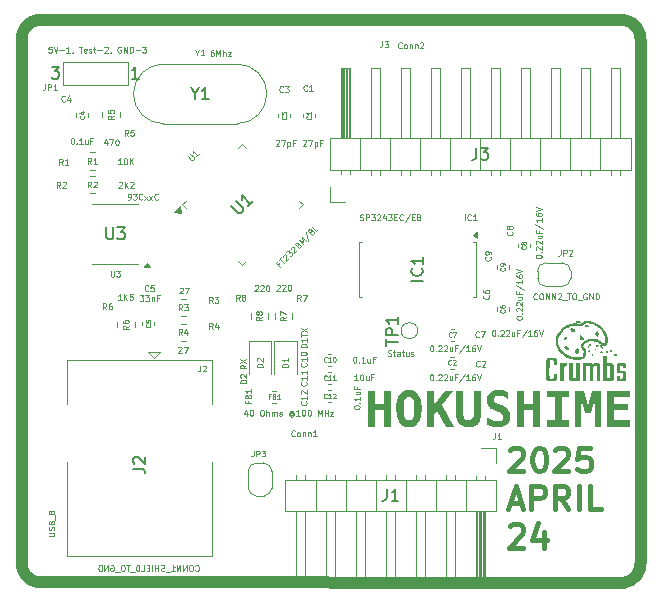
<source format=gbr>
%TF.GenerationSoftware,KiCad,Pcbnew,8.0.2*%
%TF.CreationDate,2025-05-16T12:47:09+07:00*%
%TF.ProjectId,hokushime-db9-to-rs232,686f6b75-7368-4696-9d65-2d6462392d74,rev?*%
%TF.SameCoordinates,Original*%
%TF.FileFunction,Legend,Top*%
%TF.FilePolarity,Positive*%
%FSLAX46Y46*%
G04 Gerber Fmt 4.6, Leading zero omitted, Abs format (unit mm)*
G04 Created by KiCad (PCBNEW 8.0.2) date 2025-05-16 12:47:09*
%MOMM*%
%LPD*%
G01*
G04 APERTURE LIST*
%ADD10C,1.000000*%
%ADD11C,0.400000*%
%ADD12C,0.600000*%
%ADD13C,0.125000*%
%ADD14C,0.080000*%
%ADD15C,0.150000*%
%ADD16C,0.060000*%
%ADD17C,0.120000*%
%ADD18C,0.000000*%
G04 APERTURE END LIST*
D10*
X127300805Y-119220455D02*
X127300805Y-75119128D01*
X179700000Y-119240909D02*
X179700000Y-75139582D01*
X128709310Y-120995107D02*
X178291495Y-121015561D01*
X128709310Y-120995107D02*
G75*
G02*
X127300834Y-119220458I226990J1626407D01*
G01*
X128709309Y-73344476D02*
X178291496Y-73364930D01*
X127300805Y-75119128D02*
G75*
G02*
X128709308Y-73344465I1635495J148228D01*
G01*
X178291496Y-73364930D02*
G75*
G02*
X179700034Y-75139585I-226996J-1626470D01*
G01*
X179700000Y-119240909D02*
G75*
G02*
X178291492Y-121015536I-1635500J-148191D01*
G01*
D11*
X168644109Y-109785138D02*
X168739347Y-109689900D01*
X168739347Y-109689900D02*
X168929823Y-109594662D01*
X168929823Y-109594662D02*
X169406014Y-109594662D01*
X169406014Y-109594662D02*
X169596490Y-109689900D01*
X169596490Y-109689900D02*
X169691728Y-109785138D01*
X169691728Y-109785138D02*
X169786966Y-109975614D01*
X169786966Y-109975614D02*
X169786966Y-110166090D01*
X169786966Y-110166090D02*
X169691728Y-110451804D01*
X169691728Y-110451804D02*
X168548871Y-111594662D01*
X168548871Y-111594662D02*
X169786966Y-111594662D01*
X171025061Y-109594662D02*
X171215538Y-109594662D01*
X171215538Y-109594662D02*
X171406014Y-109689900D01*
X171406014Y-109689900D02*
X171501252Y-109785138D01*
X171501252Y-109785138D02*
X171596490Y-109975614D01*
X171596490Y-109975614D02*
X171691728Y-110356566D01*
X171691728Y-110356566D02*
X171691728Y-110832757D01*
X171691728Y-110832757D02*
X171596490Y-111213709D01*
X171596490Y-111213709D02*
X171501252Y-111404185D01*
X171501252Y-111404185D02*
X171406014Y-111499424D01*
X171406014Y-111499424D02*
X171215538Y-111594662D01*
X171215538Y-111594662D02*
X171025061Y-111594662D01*
X171025061Y-111594662D02*
X170834585Y-111499424D01*
X170834585Y-111499424D02*
X170739347Y-111404185D01*
X170739347Y-111404185D02*
X170644109Y-111213709D01*
X170644109Y-111213709D02*
X170548871Y-110832757D01*
X170548871Y-110832757D02*
X170548871Y-110356566D01*
X170548871Y-110356566D02*
X170644109Y-109975614D01*
X170644109Y-109975614D02*
X170739347Y-109785138D01*
X170739347Y-109785138D02*
X170834585Y-109689900D01*
X170834585Y-109689900D02*
X171025061Y-109594662D01*
X172453633Y-109785138D02*
X172548871Y-109689900D01*
X172548871Y-109689900D02*
X172739347Y-109594662D01*
X172739347Y-109594662D02*
X173215538Y-109594662D01*
X173215538Y-109594662D02*
X173406014Y-109689900D01*
X173406014Y-109689900D02*
X173501252Y-109785138D01*
X173501252Y-109785138D02*
X173596490Y-109975614D01*
X173596490Y-109975614D02*
X173596490Y-110166090D01*
X173596490Y-110166090D02*
X173501252Y-110451804D01*
X173501252Y-110451804D02*
X172358395Y-111594662D01*
X172358395Y-111594662D02*
X173596490Y-111594662D01*
X175406014Y-109594662D02*
X174453633Y-109594662D01*
X174453633Y-109594662D02*
X174358395Y-110547043D01*
X174358395Y-110547043D02*
X174453633Y-110451804D01*
X174453633Y-110451804D02*
X174644109Y-110356566D01*
X174644109Y-110356566D02*
X175120300Y-110356566D01*
X175120300Y-110356566D02*
X175310776Y-110451804D01*
X175310776Y-110451804D02*
X175406014Y-110547043D01*
X175406014Y-110547043D02*
X175501252Y-110737519D01*
X175501252Y-110737519D02*
X175501252Y-111213709D01*
X175501252Y-111213709D02*
X175406014Y-111404185D01*
X175406014Y-111404185D02*
X175310776Y-111499424D01*
X175310776Y-111499424D02*
X175120300Y-111594662D01*
X175120300Y-111594662D02*
X174644109Y-111594662D01*
X174644109Y-111594662D02*
X174453633Y-111499424D01*
X174453633Y-111499424D02*
X174358395Y-111404185D01*
X168644109Y-114243121D02*
X169596490Y-114243121D01*
X168453633Y-114814550D02*
X169120299Y-112814550D01*
X169120299Y-112814550D02*
X169786966Y-114814550D01*
X170453633Y-114814550D02*
X170453633Y-112814550D01*
X170453633Y-112814550D02*
X171215538Y-112814550D01*
X171215538Y-112814550D02*
X171406014Y-112909788D01*
X171406014Y-112909788D02*
X171501252Y-113005026D01*
X171501252Y-113005026D02*
X171596490Y-113195502D01*
X171596490Y-113195502D02*
X171596490Y-113481216D01*
X171596490Y-113481216D02*
X171501252Y-113671692D01*
X171501252Y-113671692D02*
X171406014Y-113766931D01*
X171406014Y-113766931D02*
X171215538Y-113862169D01*
X171215538Y-113862169D02*
X170453633Y-113862169D01*
X173596490Y-114814550D02*
X172929823Y-113862169D01*
X172453633Y-114814550D02*
X172453633Y-112814550D01*
X172453633Y-112814550D02*
X173215538Y-112814550D01*
X173215538Y-112814550D02*
X173406014Y-112909788D01*
X173406014Y-112909788D02*
X173501252Y-113005026D01*
X173501252Y-113005026D02*
X173596490Y-113195502D01*
X173596490Y-113195502D02*
X173596490Y-113481216D01*
X173596490Y-113481216D02*
X173501252Y-113671692D01*
X173501252Y-113671692D02*
X173406014Y-113766931D01*
X173406014Y-113766931D02*
X173215538Y-113862169D01*
X173215538Y-113862169D02*
X172453633Y-113862169D01*
X174453633Y-114814550D02*
X174453633Y-112814550D01*
X176358395Y-114814550D02*
X175406014Y-114814550D01*
X175406014Y-114814550D02*
X175406014Y-112814550D01*
X168644109Y-116224914D02*
X168739347Y-116129676D01*
X168739347Y-116129676D02*
X168929823Y-116034438D01*
X168929823Y-116034438D02*
X169406014Y-116034438D01*
X169406014Y-116034438D02*
X169596490Y-116129676D01*
X169596490Y-116129676D02*
X169691728Y-116224914D01*
X169691728Y-116224914D02*
X169786966Y-116415390D01*
X169786966Y-116415390D02*
X169786966Y-116605866D01*
X169786966Y-116605866D02*
X169691728Y-116891580D01*
X169691728Y-116891580D02*
X168548871Y-118034438D01*
X168548871Y-118034438D02*
X169786966Y-118034438D01*
X171501252Y-116701104D02*
X171501252Y-118034438D01*
X171025061Y-115939200D02*
X170548871Y-117367771D01*
X170548871Y-117367771D02*
X171786966Y-117367771D01*
D12*
G36*
X156580635Y-104741849D02*
G01*
X157185868Y-104741849D01*
X157185868Y-105914214D01*
X157942777Y-105914214D01*
X157942777Y-104741849D01*
X158548011Y-104741849D01*
X158548011Y-107790000D01*
X157942777Y-107790000D01*
X157942777Y-106430055D01*
X157185868Y-106430055D01*
X157185868Y-107790000D01*
X156580635Y-107790000D01*
X156580635Y-104741849D01*
G37*
G36*
X160249419Y-104704668D02*
G01*
X160396645Y-104733809D01*
X160556786Y-104794422D01*
X160698895Y-104883011D01*
X160822973Y-104999575D01*
X160895673Y-105092826D01*
X160973565Y-105226198D01*
X161038254Y-105378103D01*
X161089742Y-105548541D01*
X161121427Y-105698236D01*
X161144663Y-105859791D01*
X161159449Y-106033207D01*
X161165786Y-106218484D01*
X161166050Y-106266657D01*
X161161825Y-106454075D01*
X161149151Y-106629815D01*
X161128028Y-106793878D01*
X161098456Y-106946263D01*
X161049608Y-107120321D01*
X160987559Y-107276134D01*
X160912307Y-107413699D01*
X160895673Y-107439023D01*
X160797363Y-107560859D01*
X160682775Y-107661397D01*
X160564480Y-107734312D01*
X160418124Y-107792716D01*
X160269747Y-107824773D01*
X160106772Y-107836794D01*
X160089672Y-107836894D01*
X159940135Y-107828780D01*
X159788666Y-107800730D01*
X159639902Y-107746734D01*
X159614863Y-107734312D01*
X159486989Y-107653397D01*
X159375393Y-107551702D01*
X159288066Y-107441221D01*
X159209330Y-107307830D01*
X159143939Y-107155872D01*
X159091893Y-106985344D01*
X159059865Y-106835553D01*
X159036378Y-106673877D01*
X159021431Y-106500318D01*
X159015026Y-106314875D01*
X159014759Y-106266657D01*
X159014792Y-106265191D01*
X159644905Y-106265191D01*
X159647499Y-106425783D01*
X159657460Y-106598753D01*
X159674891Y-106750188D01*
X159704668Y-106899643D01*
X159751151Y-107034556D01*
X159830177Y-107160909D01*
X159957122Y-107250760D01*
X160089672Y-107274159D01*
X160235389Y-107245846D01*
X160360188Y-107150380D01*
X160430390Y-107034556D01*
X160481749Y-106880087D01*
X160510075Y-106726444D01*
X160526260Y-106571420D01*
X160534976Y-106394861D01*
X160536636Y-106265191D01*
X160534042Y-106105022D01*
X160524082Y-105932464D01*
X160506651Y-105781339D01*
X160476873Y-105632114D01*
X160430390Y-105497292D01*
X160351150Y-105370939D01*
X160223380Y-105281088D01*
X160089672Y-105257690D01*
X159934562Y-105291384D01*
X159813250Y-105392466D01*
X159751151Y-105497292D01*
X159699792Y-105651646D01*
X159671467Y-105805038D01*
X159655281Y-105959735D01*
X159646565Y-106135865D01*
X159644905Y-106265191D01*
X159014792Y-106265191D01*
X159019029Y-106079342D01*
X159031840Y-105903544D01*
X159053193Y-105739264D01*
X159083086Y-105586502D01*
X159132463Y-105411745D01*
X159195185Y-105254985D01*
X159271252Y-105116221D01*
X159288066Y-105090628D01*
X159382677Y-104972117D01*
X159501129Y-104867376D01*
X159634647Y-104789476D01*
X159780979Y-104735661D01*
X159937874Y-104704185D01*
X160089672Y-104694954D01*
X160249419Y-104704668D01*
G37*
G36*
X161592498Y-104741849D02*
G01*
X162197732Y-104741849D01*
X162197732Y-105972100D01*
X163145150Y-104741849D01*
X163830251Y-104741849D01*
X162864515Y-105967704D01*
X163865422Y-107790000D01*
X163192777Y-107790000D01*
X162466643Y-106436650D01*
X162197732Y-106771507D01*
X162197732Y-107790000D01*
X161592498Y-107790000D01*
X161592498Y-104741849D01*
G37*
G36*
X165142568Y-107836894D02*
G01*
X164979399Y-107830043D01*
X164830614Y-107809488D01*
X164671057Y-107766735D01*
X164532210Y-107704250D01*
X164396399Y-107606412D01*
X164346824Y-107556259D01*
X164249467Y-107415815D01*
X164185049Y-107270374D01*
X164138201Y-107101801D01*
X164112580Y-106943652D01*
X164099160Y-106769440D01*
X164096964Y-106657201D01*
X164096964Y-104741849D01*
X164701465Y-104741849D01*
X164701465Y-106792023D01*
X164717951Y-106948816D01*
X164773020Y-107086814D01*
X164818702Y-107147397D01*
X164938033Y-107234050D01*
X165079985Y-107271064D01*
X165142568Y-107274159D01*
X165296054Y-107253238D01*
X165427808Y-107183915D01*
X165466434Y-107147397D01*
X165546576Y-107016625D01*
X165580808Y-106860785D01*
X165583670Y-106792023D01*
X165583670Y-104741849D01*
X166188171Y-104741849D01*
X166188171Y-106657201D01*
X166184301Y-106807491D01*
X166168581Y-106980122D01*
X166140767Y-107135830D01*
X166091428Y-107300342D01*
X166024675Y-107440485D01*
X165940509Y-107556259D01*
X165817426Y-107665608D01*
X165688986Y-107737959D01*
X165539372Y-107790578D01*
X165368584Y-107823465D01*
X165210084Y-107835798D01*
X165142568Y-107836894D01*
G37*
G36*
X167599406Y-107836894D02*
G01*
X167447823Y-107832315D01*
X167359071Y-107825170D01*
X167213155Y-107804219D01*
X167125331Y-107785603D01*
X166980102Y-107747307D01*
X166841170Y-107699279D01*
X166695617Y-107635208D01*
X166682763Y-107628799D01*
X166682763Y-107011842D01*
X166818563Y-107101332D01*
X166951465Y-107176912D01*
X167095736Y-107244575D01*
X167152442Y-107266831D01*
X167294208Y-107310881D01*
X167446514Y-107340492D01*
X167595010Y-107350362D01*
X167750154Y-107336040D01*
X167895472Y-107283126D01*
X167945987Y-107248513D01*
X168038311Y-107128529D01*
X168068965Y-106979110D01*
X168069085Y-106967878D01*
X168043119Y-106822592D01*
X167987020Y-106727543D01*
X167882972Y-106635219D01*
X167748883Y-106567076D01*
X167451395Y-106454968D01*
X167312477Y-106399026D01*
X167178346Y-106337324D01*
X167063782Y-106275450D01*
X166937365Y-106189626D01*
X166832240Y-106090802D01*
X166746845Y-105961272D01*
X166697032Y-105821325D01*
X166672837Y-105659236D01*
X166670307Y-105580090D01*
X166679683Y-105430682D01*
X166714325Y-105272522D01*
X166774491Y-105131752D01*
X166860183Y-105008373D01*
X166937020Y-104930893D01*
X167063855Y-104838960D01*
X167209062Y-104769607D01*
X167372643Y-104722834D01*
X167527477Y-104700714D01*
X167666817Y-104694954D01*
X167819934Y-104700236D01*
X167965951Y-104716080D01*
X168092533Y-104739651D01*
X168244001Y-104780248D01*
X168388279Y-104830860D01*
X168510188Y-104881800D01*
X168510188Y-105461388D01*
X168386819Y-105380752D01*
X168238304Y-105302030D01*
X168089274Y-105242988D01*
X167939729Y-105203627D01*
X167789668Y-105183946D01*
X167714445Y-105181486D01*
X167563285Y-105193748D01*
X167417516Y-105243561D01*
X167379588Y-105268681D01*
X167285384Y-105390551D01*
X167263084Y-105517076D01*
X167300004Y-105665178D01*
X167348813Y-105726636D01*
X167471179Y-105810167D01*
X167608222Y-105872257D01*
X167704187Y-105909818D01*
X167964305Y-106007271D01*
X168117297Y-106071074D01*
X168251214Y-106142591D01*
X168380907Y-106233770D01*
X168497033Y-106348389D01*
X168507990Y-106361912D01*
X168592289Y-106496585D01*
X168649000Y-106651660D01*
X168676248Y-106806632D01*
X168682379Y-106933440D01*
X168672719Y-107094268D01*
X168643739Y-107239331D01*
X168585511Y-107388646D01*
X168500986Y-107516503D01*
X168407606Y-107609016D01*
X168275016Y-107697808D01*
X168117672Y-107764792D01*
X167963103Y-107804849D01*
X167790348Y-107828883D01*
X167632493Y-107836672D01*
X167599406Y-107836894D01*
G37*
G36*
X169212875Y-104741849D02*
G01*
X169818108Y-104741849D01*
X169818108Y-105914214D01*
X170575017Y-105914214D01*
X170575017Y-104741849D01*
X171180251Y-104741849D01*
X171180251Y-107790000D01*
X170575017Y-107790000D01*
X170575017Y-106430055D01*
X169818108Y-106430055D01*
X169818108Y-107790000D01*
X169212875Y-107790000D01*
X169212875Y-104741849D01*
G37*
G36*
X171811130Y-107274159D02*
G01*
X172420760Y-107274159D01*
X172420760Y-105257690D01*
X171811130Y-105257690D01*
X171811130Y-104741849D01*
X173634891Y-104741849D01*
X173634891Y-105257690D01*
X173025261Y-105257690D01*
X173025261Y-107274159D01*
X173634891Y-107274159D01*
X173634891Y-107790000D01*
X171811130Y-107790000D01*
X171811130Y-107274159D01*
G37*
G36*
X174161723Y-104741849D02*
G01*
X174883461Y-104741849D01*
X175248360Y-106087871D01*
X175611060Y-104741849D01*
X176337194Y-104741849D01*
X176337194Y-107790000D01*
X175816224Y-107790000D01*
X175816224Y-105366866D01*
X175492358Y-106680648D01*
X175010223Y-106680648D01*
X174682693Y-105366866D01*
X174682693Y-107790000D01*
X174161723Y-107790000D01*
X174161723Y-104741849D01*
G37*
G36*
X176855966Y-104741849D02*
G01*
X178763258Y-104741849D01*
X178763258Y-105257690D01*
X177461200Y-105257690D01*
X177461200Y-105914214D01*
X178640160Y-105914214D01*
X178640160Y-106430055D01*
X177461200Y-106430055D01*
X177461200Y-107274159D01*
X178763258Y-107274159D01*
X178763258Y-107790000D01*
X176855966Y-107790000D01*
X176855966Y-104741849D01*
G37*
D13*
X146324809Y-104119047D02*
X145824809Y-104119047D01*
X145824809Y-104119047D02*
X145824809Y-103999999D01*
X145824809Y-103999999D02*
X145848619Y-103928571D01*
X145848619Y-103928571D02*
X145896238Y-103880952D01*
X145896238Y-103880952D02*
X145943857Y-103857142D01*
X145943857Y-103857142D02*
X146039095Y-103833333D01*
X146039095Y-103833333D02*
X146110523Y-103833333D01*
X146110523Y-103833333D02*
X146205761Y-103857142D01*
X146205761Y-103857142D02*
X146253380Y-103880952D01*
X146253380Y-103880952D02*
X146301000Y-103928571D01*
X146301000Y-103928571D02*
X146324809Y-103999999D01*
X146324809Y-103999999D02*
X146324809Y-104119047D01*
X145872428Y-103642856D02*
X145848619Y-103619047D01*
X145848619Y-103619047D02*
X145824809Y-103571428D01*
X145824809Y-103571428D02*
X145824809Y-103452380D01*
X145824809Y-103452380D02*
X145848619Y-103404761D01*
X145848619Y-103404761D02*
X145872428Y-103380952D01*
X145872428Y-103380952D02*
X145920047Y-103357142D01*
X145920047Y-103357142D02*
X145967666Y-103357142D01*
X145967666Y-103357142D02*
X146039095Y-103380952D01*
X146039095Y-103380952D02*
X146324809Y-103666666D01*
X146324809Y-103666666D02*
X146324809Y-103357142D01*
X146324809Y-102583333D02*
X146086714Y-102749999D01*
X146324809Y-102869047D02*
X145824809Y-102869047D01*
X145824809Y-102869047D02*
X145824809Y-102678571D01*
X145824809Y-102678571D02*
X145848619Y-102630952D01*
X145848619Y-102630952D02*
X145872428Y-102607142D01*
X145872428Y-102607142D02*
X145920047Y-102583333D01*
X145920047Y-102583333D02*
X145991476Y-102583333D01*
X145991476Y-102583333D02*
X146039095Y-102607142D01*
X146039095Y-102607142D02*
X146062904Y-102630952D01*
X146062904Y-102630952D02*
X146086714Y-102678571D01*
X146086714Y-102678571D02*
X146086714Y-102869047D01*
X145824809Y-102416666D02*
X146324809Y-102083333D01*
X145824809Y-102083333D02*
X146324809Y-102416666D01*
D14*
X147702149Y-102744047D02*
X147202149Y-102744047D01*
X147202149Y-102744047D02*
X147202149Y-102624999D01*
X147202149Y-102624999D02*
X147225959Y-102553571D01*
X147225959Y-102553571D02*
X147273578Y-102505952D01*
X147273578Y-102505952D02*
X147321197Y-102482142D01*
X147321197Y-102482142D02*
X147416435Y-102458333D01*
X147416435Y-102458333D02*
X147487863Y-102458333D01*
X147487863Y-102458333D02*
X147583101Y-102482142D01*
X147583101Y-102482142D02*
X147630720Y-102505952D01*
X147630720Y-102505952D02*
X147678340Y-102553571D01*
X147678340Y-102553571D02*
X147702149Y-102624999D01*
X147702149Y-102624999D02*
X147702149Y-102744047D01*
X147249768Y-102267856D02*
X147225959Y-102244047D01*
X147225959Y-102244047D02*
X147202149Y-102196428D01*
X147202149Y-102196428D02*
X147202149Y-102077380D01*
X147202149Y-102077380D02*
X147225959Y-102029761D01*
X147225959Y-102029761D02*
X147249768Y-102005952D01*
X147249768Y-102005952D02*
X147297387Y-101982142D01*
X147297387Y-101982142D02*
X147345006Y-101982142D01*
X147345006Y-101982142D02*
X147416435Y-102005952D01*
X147416435Y-102005952D02*
X147702149Y-102291666D01*
X147702149Y-102291666D02*
X147702149Y-101982142D01*
D13*
X142433333Y-102624809D02*
X142433333Y-102981952D01*
X142433333Y-102981952D02*
X142409524Y-103053380D01*
X142409524Y-103053380D02*
X142361905Y-103101000D01*
X142361905Y-103101000D02*
X142290476Y-103124809D01*
X142290476Y-103124809D02*
X142242857Y-103124809D01*
X142647619Y-102672428D02*
X142671428Y-102648619D01*
X142671428Y-102648619D02*
X142719047Y-102624809D01*
X142719047Y-102624809D02*
X142838095Y-102624809D01*
X142838095Y-102624809D02*
X142885714Y-102648619D01*
X142885714Y-102648619D02*
X142909523Y-102672428D01*
X142909523Y-102672428D02*
X142933333Y-102720047D01*
X142933333Y-102720047D02*
X142933333Y-102767666D01*
X142933333Y-102767666D02*
X142909523Y-102839095D01*
X142909523Y-102839095D02*
X142623809Y-103124809D01*
X142623809Y-103124809D02*
X142933333Y-103124809D01*
X129574809Y-117071428D02*
X129979571Y-117071428D01*
X129979571Y-117071428D02*
X130027190Y-117047618D01*
X130027190Y-117047618D02*
X130051000Y-117023809D01*
X130051000Y-117023809D02*
X130074809Y-116976190D01*
X130074809Y-116976190D02*
X130074809Y-116880952D01*
X130074809Y-116880952D02*
X130051000Y-116833333D01*
X130051000Y-116833333D02*
X130027190Y-116809523D01*
X130027190Y-116809523D02*
X129979571Y-116785714D01*
X129979571Y-116785714D02*
X129574809Y-116785714D01*
X130051000Y-116571427D02*
X130074809Y-116499999D01*
X130074809Y-116499999D02*
X130074809Y-116380951D01*
X130074809Y-116380951D02*
X130051000Y-116333332D01*
X130051000Y-116333332D02*
X130027190Y-116309523D01*
X130027190Y-116309523D02*
X129979571Y-116285713D01*
X129979571Y-116285713D02*
X129931952Y-116285713D01*
X129931952Y-116285713D02*
X129884333Y-116309523D01*
X129884333Y-116309523D02*
X129860523Y-116333332D01*
X129860523Y-116333332D02*
X129836714Y-116380951D01*
X129836714Y-116380951D02*
X129812904Y-116476189D01*
X129812904Y-116476189D02*
X129789095Y-116523808D01*
X129789095Y-116523808D02*
X129765285Y-116547618D01*
X129765285Y-116547618D02*
X129717666Y-116571427D01*
X129717666Y-116571427D02*
X129670047Y-116571427D01*
X129670047Y-116571427D02*
X129622428Y-116547618D01*
X129622428Y-116547618D02*
X129598619Y-116523808D01*
X129598619Y-116523808D02*
X129574809Y-116476189D01*
X129574809Y-116476189D02*
X129574809Y-116357142D01*
X129574809Y-116357142D02*
X129598619Y-116285713D01*
X129812904Y-115904761D02*
X129836714Y-115833333D01*
X129836714Y-115833333D02*
X129860523Y-115809523D01*
X129860523Y-115809523D02*
X129908142Y-115785714D01*
X129908142Y-115785714D02*
X129979571Y-115785714D01*
X129979571Y-115785714D02*
X130027190Y-115809523D01*
X130027190Y-115809523D02*
X130051000Y-115833333D01*
X130051000Y-115833333D02*
X130074809Y-115880952D01*
X130074809Y-115880952D02*
X130074809Y-116071428D01*
X130074809Y-116071428D02*
X129574809Y-116071428D01*
X129574809Y-116071428D02*
X129574809Y-115904761D01*
X129574809Y-115904761D02*
X129598619Y-115857142D01*
X129598619Y-115857142D02*
X129622428Y-115833333D01*
X129622428Y-115833333D02*
X129670047Y-115809523D01*
X129670047Y-115809523D02*
X129717666Y-115809523D01*
X129717666Y-115809523D02*
X129765285Y-115833333D01*
X129765285Y-115833333D02*
X129789095Y-115857142D01*
X129789095Y-115857142D02*
X129812904Y-115904761D01*
X129812904Y-115904761D02*
X129812904Y-116071428D01*
X130122428Y-115690476D02*
X130122428Y-115309523D01*
X129812904Y-115023809D02*
X129836714Y-114952381D01*
X129836714Y-114952381D02*
X129860523Y-114928571D01*
X129860523Y-114928571D02*
X129908142Y-114904762D01*
X129908142Y-114904762D02*
X129979571Y-114904762D01*
X129979571Y-114904762D02*
X130027190Y-114928571D01*
X130027190Y-114928571D02*
X130051000Y-114952381D01*
X130051000Y-114952381D02*
X130074809Y-115000000D01*
X130074809Y-115000000D02*
X130074809Y-115190476D01*
X130074809Y-115190476D02*
X129574809Y-115190476D01*
X129574809Y-115190476D02*
X129574809Y-115023809D01*
X129574809Y-115023809D02*
X129598619Y-114976190D01*
X129598619Y-114976190D02*
X129622428Y-114952381D01*
X129622428Y-114952381D02*
X129670047Y-114928571D01*
X129670047Y-114928571D02*
X129717666Y-114928571D01*
X129717666Y-114928571D02*
X129765285Y-114952381D01*
X129765285Y-114952381D02*
X129789095Y-114976190D01*
X129789095Y-114976190D02*
X129812904Y-115023809D01*
X129812904Y-115023809D02*
X129812904Y-115190476D01*
D15*
X136729819Y-111358333D02*
X137444104Y-111358333D01*
X137444104Y-111358333D02*
X137586961Y-111405952D01*
X137586961Y-111405952D02*
X137682200Y-111501190D01*
X137682200Y-111501190D02*
X137729819Y-111644047D01*
X137729819Y-111644047D02*
X137729819Y-111739285D01*
X136825057Y-110929761D02*
X136777438Y-110882142D01*
X136777438Y-110882142D02*
X136729819Y-110786904D01*
X136729819Y-110786904D02*
X136729819Y-110548809D01*
X136729819Y-110548809D02*
X136777438Y-110453571D01*
X136777438Y-110453571D02*
X136825057Y-110405952D01*
X136825057Y-110405952D02*
X136920295Y-110358333D01*
X136920295Y-110358333D02*
X137015533Y-110358333D01*
X137015533Y-110358333D02*
X137158390Y-110405952D01*
X137158390Y-110405952D02*
X137729819Y-110977380D01*
X137729819Y-110977380D02*
X137729819Y-110358333D01*
D13*
X166977190Y-93433333D02*
X167001000Y-93457142D01*
X167001000Y-93457142D02*
X167024809Y-93528571D01*
X167024809Y-93528571D02*
X167024809Y-93576190D01*
X167024809Y-93576190D02*
X167001000Y-93647618D01*
X167001000Y-93647618D02*
X166953380Y-93695237D01*
X166953380Y-93695237D02*
X166905761Y-93719047D01*
X166905761Y-93719047D02*
X166810523Y-93742856D01*
X166810523Y-93742856D02*
X166739095Y-93742856D01*
X166739095Y-93742856D02*
X166643857Y-93719047D01*
X166643857Y-93719047D02*
X166596238Y-93695237D01*
X166596238Y-93695237D02*
X166548619Y-93647618D01*
X166548619Y-93647618D02*
X166524809Y-93576190D01*
X166524809Y-93576190D02*
X166524809Y-93528571D01*
X166524809Y-93528571D02*
X166548619Y-93457142D01*
X166548619Y-93457142D02*
X166572428Y-93433333D01*
X167024809Y-93195237D02*
X167024809Y-93099999D01*
X167024809Y-93099999D02*
X167001000Y-93052380D01*
X167001000Y-93052380D02*
X166977190Y-93028571D01*
X166977190Y-93028571D02*
X166905761Y-92980952D01*
X166905761Y-92980952D02*
X166810523Y-92957142D01*
X166810523Y-92957142D02*
X166620047Y-92957142D01*
X166620047Y-92957142D02*
X166572428Y-92980952D01*
X166572428Y-92980952D02*
X166548619Y-93004761D01*
X166548619Y-93004761D02*
X166524809Y-93052380D01*
X166524809Y-93052380D02*
X166524809Y-93147618D01*
X166524809Y-93147618D02*
X166548619Y-93195237D01*
X166548619Y-93195237D02*
X166572428Y-93219047D01*
X166572428Y-93219047D02*
X166620047Y-93242856D01*
X166620047Y-93242856D02*
X166739095Y-93242856D01*
X166739095Y-93242856D02*
X166786714Y-93219047D01*
X166786714Y-93219047D02*
X166810523Y-93195237D01*
X166810523Y-93195237D02*
X166834333Y-93147618D01*
X166834333Y-93147618D02*
X166834333Y-93052380D01*
X166834333Y-93052380D02*
X166810523Y-93004761D01*
X166810523Y-93004761D02*
X166786714Y-92980952D01*
X166786714Y-92980952D02*
X166739095Y-92957142D01*
X169174809Y-98611903D02*
X169174809Y-98564284D01*
X169174809Y-98564284D02*
X169198619Y-98516665D01*
X169198619Y-98516665D02*
X169222428Y-98492855D01*
X169222428Y-98492855D02*
X169270047Y-98469046D01*
X169270047Y-98469046D02*
X169365285Y-98445236D01*
X169365285Y-98445236D02*
X169484333Y-98445236D01*
X169484333Y-98445236D02*
X169579571Y-98469046D01*
X169579571Y-98469046D02*
X169627190Y-98492855D01*
X169627190Y-98492855D02*
X169651000Y-98516665D01*
X169651000Y-98516665D02*
X169674809Y-98564284D01*
X169674809Y-98564284D02*
X169674809Y-98611903D01*
X169674809Y-98611903D02*
X169651000Y-98659522D01*
X169651000Y-98659522D02*
X169627190Y-98683331D01*
X169627190Y-98683331D02*
X169579571Y-98707141D01*
X169579571Y-98707141D02*
X169484333Y-98730950D01*
X169484333Y-98730950D02*
X169365285Y-98730950D01*
X169365285Y-98730950D02*
X169270047Y-98707141D01*
X169270047Y-98707141D02*
X169222428Y-98683331D01*
X169222428Y-98683331D02*
X169198619Y-98659522D01*
X169198619Y-98659522D02*
X169174809Y-98611903D01*
X169627190Y-98230951D02*
X169651000Y-98207141D01*
X169651000Y-98207141D02*
X169674809Y-98230951D01*
X169674809Y-98230951D02*
X169651000Y-98254760D01*
X169651000Y-98254760D02*
X169627190Y-98230951D01*
X169627190Y-98230951D02*
X169674809Y-98230951D01*
X169222428Y-98016665D02*
X169198619Y-97992856D01*
X169198619Y-97992856D02*
X169174809Y-97945237D01*
X169174809Y-97945237D02*
X169174809Y-97826189D01*
X169174809Y-97826189D02*
X169198619Y-97778570D01*
X169198619Y-97778570D02*
X169222428Y-97754761D01*
X169222428Y-97754761D02*
X169270047Y-97730951D01*
X169270047Y-97730951D02*
X169317666Y-97730951D01*
X169317666Y-97730951D02*
X169389095Y-97754761D01*
X169389095Y-97754761D02*
X169674809Y-98040475D01*
X169674809Y-98040475D02*
X169674809Y-97730951D01*
X169222428Y-97540475D02*
X169198619Y-97516666D01*
X169198619Y-97516666D02*
X169174809Y-97469047D01*
X169174809Y-97469047D02*
X169174809Y-97349999D01*
X169174809Y-97349999D02*
X169198619Y-97302380D01*
X169198619Y-97302380D02*
X169222428Y-97278571D01*
X169222428Y-97278571D02*
X169270047Y-97254761D01*
X169270047Y-97254761D02*
X169317666Y-97254761D01*
X169317666Y-97254761D02*
X169389095Y-97278571D01*
X169389095Y-97278571D02*
X169674809Y-97564285D01*
X169674809Y-97564285D02*
X169674809Y-97254761D01*
X169341476Y-96826190D02*
X169674809Y-96826190D01*
X169341476Y-97040476D02*
X169603380Y-97040476D01*
X169603380Y-97040476D02*
X169651000Y-97016666D01*
X169651000Y-97016666D02*
X169674809Y-96969047D01*
X169674809Y-96969047D02*
X169674809Y-96897619D01*
X169674809Y-96897619D02*
X169651000Y-96850000D01*
X169651000Y-96850000D02*
X169627190Y-96826190D01*
X169412904Y-96421428D02*
X169412904Y-96588095D01*
X169674809Y-96588095D02*
X169174809Y-96588095D01*
X169174809Y-96588095D02*
X169174809Y-96350000D01*
X169151000Y-95802381D02*
X169793857Y-96230952D01*
X169674809Y-95373809D02*
X169674809Y-95659523D01*
X169674809Y-95516666D02*
X169174809Y-95516666D01*
X169174809Y-95516666D02*
X169246238Y-95564285D01*
X169246238Y-95564285D02*
X169293857Y-95611904D01*
X169293857Y-95611904D02*
X169317666Y-95659523D01*
X169174809Y-94945238D02*
X169174809Y-95040476D01*
X169174809Y-95040476D02*
X169198619Y-95088095D01*
X169198619Y-95088095D02*
X169222428Y-95111905D01*
X169222428Y-95111905D02*
X169293857Y-95159524D01*
X169293857Y-95159524D02*
X169389095Y-95183333D01*
X169389095Y-95183333D02*
X169579571Y-95183333D01*
X169579571Y-95183333D02*
X169627190Y-95159524D01*
X169627190Y-95159524D02*
X169651000Y-95135714D01*
X169651000Y-95135714D02*
X169674809Y-95088095D01*
X169674809Y-95088095D02*
X169674809Y-94992857D01*
X169674809Y-94992857D02*
X169651000Y-94945238D01*
X169651000Y-94945238D02*
X169627190Y-94921429D01*
X169627190Y-94921429D02*
X169579571Y-94897619D01*
X169579571Y-94897619D02*
X169460523Y-94897619D01*
X169460523Y-94897619D02*
X169412904Y-94921429D01*
X169412904Y-94921429D02*
X169389095Y-94945238D01*
X169389095Y-94945238D02*
X169365285Y-94992857D01*
X169365285Y-94992857D02*
X169365285Y-95088095D01*
X169365285Y-95088095D02*
X169389095Y-95135714D01*
X169389095Y-95135714D02*
X169412904Y-95159524D01*
X169412904Y-95159524D02*
X169460523Y-95183333D01*
X169174809Y-94754762D02*
X169674809Y-94588096D01*
X169674809Y-94588096D02*
X169174809Y-94421429D01*
D16*
X168168832Y-94341666D02*
X168187880Y-94360714D01*
X168187880Y-94360714D02*
X168206927Y-94417856D01*
X168206927Y-94417856D02*
X168206927Y-94455952D01*
X168206927Y-94455952D02*
X168187880Y-94513095D01*
X168187880Y-94513095D02*
X168149784Y-94551190D01*
X168149784Y-94551190D02*
X168111689Y-94570237D01*
X168111689Y-94570237D02*
X168035499Y-94589285D01*
X168035499Y-94589285D02*
X167978356Y-94589285D01*
X167978356Y-94589285D02*
X167902165Y-94570237D01*
X167902165Y-94570237D02*
X167864070Y-94551190D01*
X167864070Y-94551190D02*
X167825975Y-94513095D01*
X167825975Y-94513095D02*
X167806927Y-94455952D01*
X167806927Y-94455952D02*
X167806927Y-94417856D01*
X167806927Y-94417856D02*
X167825975Y-94360714D01*
X167825975Y-94360714D02*
X167845022Y-94341666D01*
X168206927Y-94151190D02*
X168206927Y-94074999D01*
X168206927Y-94074999D02*
X168187880Y-94036904D01*
X168187880Y-94036904D02*
X168168832Y-94017856D01*
X168168832Y-94017856D02*
X168111689Y-93979761D01*
X168111689Y-93979761D02*
X168035499Y-93960714D01*
X168035499Y-93960714D02*
X167883118Y-93960714D01*
X167883118Y-93960714D02*
X167845022Y-93979761D01*
X167845022Y-93979761D02*
X167825975Y-93998809D01*
X167825975Y-93998809D02*
X167806927Y-94036904D01*
X167806927Y-94036904D02*
X167806927Y-94113095D01*
X167806927Y-94113095D02*
X167825975Y-94151190D01*
X167825975Y-94151190D02*
X167845022Y-94170237D01*
X167845022Y-94170237D02*
X167883118Y-94189285D01*
X167883118Y-94189285D02*
X167978356Y-94189285D01*
X167978356Y-94189285D02*
X168016451Y-94170237D01*
X168016451Y-94170237D02*
X168035499Y-94151190D01*
X168035499Y-94151190D02*
X168054546Y-94113095D01*
X168054546Y-94113095D02*
X168054546Y-94036904D01*
X168054546Y-94036904D02*
X168035499Y-93998809D01*
X168035499Y-93998809D02*
X168016451Y-93979761D01*
X168016451Y-93979761D02*
X167978356Y-93960714D01*
D13*
X166827190Y-96683333D02*
X166851000Y-96707142D01*
X166851000Y-96707142D02*
X166874809Y-96778571D01*
X166874809Y-96778571D02*
X166874809Y-96826190D01*
X166874809Y-96826190D02*
X166851000Y-96897618D01*
X166851000Y-96897618D02*
X166803380Y-96945237D01*
X166803380Y-96945237D02*
X166755761Y-96969047D01*
X166755761Y-96969047D02*
X166660523Y-96992856D01*
X166660523Y-96992856D02*
X166589095Y-96992856D01*
X166589095Y-96992856D02*
X166493857Y-96969047D01*
X166493857Y-96969047D02*
X166446238Y-96945237D01*
X166446238Y-96945237D02*
X166398619Y-96897618D01*
X166398619Y-96897618D02*
X166374809Y-96826190D01*
X166374809Y-96826190D02*
X166374809Y-96778571D01*
X166374809Y-96778571D02*
X166398619Y-96707142D01*
X166398619Y-96707142D02*
X166422428Y-96683333D01*
X166374809Y-96254761D02*
X166374809Y-96349999D01*
X166374809Y-96349999D02*
X166398619Y-96397618D01*
X166398619Y-96397618D02*
X166422428Y-96421428D01*
X166422428Y-96421428D02*
X166493857Y-96469047D01*
X166493857Y-96469047D02*
X166589095Y-96492856D01*
X166589095Y-96492856D02*
X166779571Y-96492856D01*
X166779571Y-96492856D02*
X166827190Y-96469047D01*
X166827190Y-96469047D02*
X166851000Y-96445237D01*
X166851000Y-96445237D02*
X166874809Y-96397618D01*
X166874809Y-96397618D02*
X166874809Y-96302380D01*
X166874809Y-96302380D02*
X166851000Y-96254761D01*
X166851000Y-96254761D02*
X166827190Y-96230952D01*
X166827190Y-96230952D02*
X166779571Y-96207142D01*
X166779571Y-96207142D02*
X166660523Y-96207142D01*
X166660523Y-96207142D02*
X166612904Y-96230952D01*
X166612904Y-96230952D02*
X166589095Y-96254761D01*
X166589095Y-96254761D02*
X166565285Y-96302380D01*
X166565285Y-96302380D02*
X166565285Y-96397618D01*
X166565285Y-96397618D02*
X166589095Y-96445237D01*
X166589095Y-96445237D02*
X166612904Y-96469047D01*
X166612904Y-96469047D02*
X166660523Y-96492856D01*
X167238096Y-99624809D02*
X167285715Y-99624809D01*
X167285715Y-99624809D02*
X167333334Y-99648619D01*
X167333334Y-99648619D02*
X167357144Y-99672428D01*
X167357144Y-99672428D02*
X167380953Y-99720047D01*
X167380953Y-99720047D02*
X167404763Y-99815285D01*
X167404763Y-99815285D02*
X167404763Y-99934333D01*
X167404763Y-99934333D02*
X167380953Y-100029571D01*
X167380953Y-100029571D02*
X167357144Y-100077190D01*
X167357144Y-100077190D02*
X167333334Y-100101000D01*
X167333334Y-100101000D02*
X167285715Y-100124809D01*
X167285715Y-100124809D02*
X167238096Y-100124809D01*
X167238096Y-100124809D02*
X167190477Y-100101000D01*
X167190477Y-100101000D02*
X167166668Y-100077190D01*
X167166668Y-100077190D02*
X167142858Y-100029571D01*
X167142858Y-100029571D02*
X167119049Y-99934333D01*
X167119049Y-99934333D02*
X167119049Y-99815285D01*
X167119049Y-99815285D02*
X167142858Y-99720047D01*
X167142858Y-99720047D02*
X167166668Y-99672428D01*
X167166668Y-99672428D02*
X167190477Y-99648619D01*
X167190477Y-99648619D02*
X167238096Y-99624809D01*
X167619048Y-100077190D02*
X167642858Y-100101000D01*
X167642858Y-100101000D02*
X167619048Y-100124809D01*
X167619048Y-100124809D02*
X167595239Y-100101000D01*
X167595239Y-100101000D02*
X167619048Y-100077190D01*
X167619048Y-100077190D02*
X167619048Y-100124809D01*
X167833334Y-99672428D02*
X167857143Y-99648619D01*
X167857143Y-99648619D02*
X167904762Y-99624809D01*
X167904762Y-99624809D02*
X168023810Y-99624809D01*
X168023810Y-99624809D02*
X168071429Y-99648619D01*
X168071429Y-99648619D02*
X168095238Y-99672428D01*
X168095238Y-99672428D02*
X168119048Y-99720047D01*
X168119048Y-99720047D02*
X168119048Y-99767666D01*
X168119048Y-99767666D02*
X168095238Y-99839095D01*
X168095238Y-99839095D02*
X167809524Y-100124809D01*
X167809524Y-100124809D02*
X168119048Y-100124809D01*
X168309524Y-99672428D02*
X168333333Y-99648619D01*
X168333333Y-99648619D02*
X168380952Y-99624809D01*
X168380952Y-99624809D02*
X168500000Y-99624809D01*
X168500000Y-99624809D02*
X168547619Y-99648619D01*
X168547619Y-99648619D02*
X168571428Y-99672428D01*
X168571428Y-99672428D02*
X168595238Y-99720047D01*
X168595238Y-99720047D02*
X168595238Y-99767666D01*
X168595238Y-99767666D02*
X168571428Y-99839095D01*
X168571428Y-99839095D02*
X168285714Y-100124809D01*
X168285714Y-100124809D02*
X168595238Y-100124809D01*
X169023809Y-99791476D02*
X169023809Y-100124809D01*
X168809523Y-99791476D02*
X168809523Y-100053380D01*
X168809523Y-100053380D02*
X168833333Y-100101000D01*
X168833333Y-100101000D02*
X168880952Y-100124809D01*
X168880952Y-100124809D02*
X168952380Y-100124809D01*
X168952380Y-100124809D02*
X168999999Y-100101000D01*
X168999999Y-100101000D02*
X169023809Y-100077190D01*
X169428571Y-99862904D02*
X169261904Y-99862904D01*
X169261904Y-100124809D02*
X169261904Y-99624809D01*
X169261904Y-99624809D02*
X169499999Y-99624809D01*
X170047618Y-99601000D02*
X169619047Y-100243857D01*
X170476190Y-100124809D02*
X170190476Y-100124809D01*
X170333333Y-100124809D02*
X170333333Y-99624809D01*
X170333333Y-99624809D02*
X170285714Y-99696238D01*
X170285714Y-99696238D02*
X170238095Y-99743857D01*
X170238095Y-99743857D02*
X170190476Y-99767666D01*
X170904761Y-99624809D02*
X170809523Y-99624809D01*
X170809523Y-99624809D02*
X170761904Y-99648619D01*
X170761904Y-99648619D02*
X170738094Y-99672428D01*
X170738094Y-99672428D02*
X170690475Y-99743857D01*
X170690475Y-99743857D02*
X170666666Y-99839095D01*
X170666666Y-99839095D02*
X170666666Y-100029571D01*
X170666666Y-100029571D02*
X170690475Y-100077190D01*
X170690475Y-100077190D02*
X170714285Y-100101000D01*
X170714285Y-100101000D02*
X170761904Y-100124809D01*
X170761904Y-100124809D02*
X170857142Y-100124809D01*
X170857142Y-100124809D02*
X170904761Y-100101000D01*
X170904761Y-100101000D02*
X170928570Y-100077190D01*
X170928570Y-100077190D02*
X170952380Y-100029571D01*
X170952380Y-100029571D02*
X170952380Y-99910523D01*
X170952380Y-99910523D02*
X170928570Y-99862904D01*
X170928570Y-99862904D02*
X170904761Y-99839095D01*
X170904761Y-99839095D02*
X170857142Y-99815285D01*
X170857142Y-99815285D02*
X170761904Y-99815285D01*
X170761904Y-99815285D02*
X170714285Y-99839095D01*
X170714285Y-99839095D02*
X170690475Y-99862904D01*
X170690475Y-99862904D02*
X170666666Y-99910523D01*
X171095237Y-99624809D02*
X171261903Y-100124809D01*
X171261903Y-100124809D02*
X171428570Y-99624809D01*
D16*
X168168832Y-97891666D02*
X168187880Y-97910714D01*
X168187880Y-97910714D02*
X168206927Y-97967856D01*
X168206927Y-97967856D02*
X168206927Y-98005952D01*
X168206927Y-98005952D02*
X168187880Y-98063095D01*
X168187880Y-98063095D02*
X168149784Y-98101190D01*
X168149784Y-98101190D02*
X168111689Y-98120237D01*
X168111689Y-98120237D02*
X168035499Y-98139285D01*
X168035499Y-98139285D02*
X167978356Y-98139285D01*
X167978356Y-98139285D02*
X167902165Y-98120237D01*
X167902165Y-98120237D02*
X167864070Y-98101190D01*
X167864070Y-98101190D02*
X167825975Y-98063095D01*
X167825975Y-98063095D02*
X167806927Y-98005952D01*
X167806927Y-98005952D02*
X167806927Y-97967856D01*
X167806927Y-97967856D02*
X167825975Y-97910714D01*
X167825975Y-97910714D02*
X167845022Y-97891666D01*
X167806927Y-97548809D02*
X167806927Y-97624999D01*
X167806927Y-97624999D02*
X167825975Y-97663095D01*
X167825975Y-97663095D02*
X167845022Y-97682142D01*
X167845022Y-97682142D02*
X167902165Y-97720237D01*
X167902165Y-97720237D02*
X167978356Y-97739285D01*
X167978356Y-97739285D02*
X168130737Y-97739285D01*
X168130737Y-97739285D02*
X168168832Y-97720237D01*
X168168832Y-97720237D02*
X168187880Y-97701190D01*
X168187880Y-97701190D02*
X168206927Y-97663095D01*
X168206927Y-97663095D02*
X168206927Y-97586904D01*
X168206927Y-97586904D02*
X168187880Y-97548809D01*
X168187880Y-97548809D02*
X168168832Y-97529761D01*
X168168832Y-97529761D02*
X168130737Y-97510714D01*
X168130737Y-97510714D02*
X168035499Y-97510714D01*
X168035499Y-97510714D02*
X167997403Y-97529761D01*
X167997403Y-97529761D02*
X167978356Y-97548809D01*
X167978356Y-97548809D02*
X167959308Y-97586904D01*
X167959308Y-97586904D02*
X167959308Y-97663095D01*
X167959308Y-97663095D02*
X167978356Y-97701190D01*
X167978356Y-97701190D02*
X167997403Y-97720237D01*
X167997403Y-97720237D02*
X168035499Y-97739285D01*
D13*
X130766666Y-85624809D02*
X130600000Y-85386714D01*
X130480952Y-85624809D02*
X130480952Y-85124809D01*
X130480952Y-85124809D02*
X130671428Y-85124809D01*
X130671428Y-85124809D02*
X130719047Y-85148619D01*
X130719047Y-85148619D02*
X130742857Y-85172428D01*
X130742857Y-85172428D02*
X130766666Y-85220047D01*
X130766666Y-85220047D02*
X130766666Y-85291476D01*
X130766666Y-85291476D02*
X130742857Y-85339095D01*
X130742857Y-85339095D02*
X130719047Y-85362904D01*
X130719047Y-85362904D02*
X130671428Y-85386714D01*
X130671428Y-85386714D02*
X130480952Y-85386714D01*
X131242857Y-85624809D02*
X130957143Y-85624809D01*
X131100000Y-85624809D02*
X131100000Y-85124809D01*
X131100000Y-85124809D02*
X131052381Y-85196238D01*
X131052381Y-85196238D02*
X131004762Y-85243857D01*
X131004762Y-85243857D02*
X130957143Y-85267666D01*
X135754762Y-85574809D02*
X135469048Y-85574809D01*
X135611905Y-85574809D02*
X135611905Y-85074809D01*
X135611905Y-85074809D02*
X135564286Y-85146238D01*
X135564286Y-85146238D02*
X135516667Y-85193857D01*
X135516667Y-85193857D02*
X135469048Y-85217666D01*
X136064285Y-85074809D02*
X136111904Y-85074809D01*
X136111904Y-85074809D02*
X136159523Y-85098619D01*
X136159523Y-85098619D02*
X136183333Y-85122428D01*
X136183333Y-85122428D02*
X136207142Y-85170047D01*
X136207142Y-85170047D02*
X136230952Y-85265285D01*
X136230952Y-85265285D02*
X136230952Y-85384333D01*
X136230952Y-85384333D02*
X136207142Y-85479571D01*
X136207142Y-85479571D02*
X136183333Y-85527190D01*
X136183333Y-85527190D02*
X136159523Y-85551000D01*
X136159523Y-85551000D02*
X136111904Y-85574809D01*
X136111904Y-85574809D02*
X136064285Y-85574809D01*
X136064285Y-85574809D02*
X136016666Y-85551000D01*
X136016666Y-85551000D02*
X135992857Y-85527190D01*
X135992857Y-85527190D02*
X135969047Y-85479571D01*
X135969047Y-85479571D02*
X135945238Y-85384333D01*
X135945238Y-85384333D02*
X135945238Y-85265285D01*
X135945238Y-85265285D02*
X135969047Y-85170047D01*
X135969047Y-85170047D02*
X135992857Y-85122428D01*
X135992857Y-85122428D02*
X136016666Y-85098619D01*
X136016666Y-85098619D02*
X136064285Y-85074809D01*
X136445237Y-85574809D02*
X136445237Y-85074809D01*
X136730951Y-85574809D02*
X136516666Y-85289095D01*
X136730951Y-85074809D02*
X136445237Y-85360523D01*
D14*
X133191666Y-85552149D02*
X133025000Y-85314054D01*
X132905952Y-85552149D02*
X132905952Y-85052149D01*
X132905952Y-85052149D02*
X133096428Y-85052149D01*
X133096428Y-85052149D02*
X133144047Y-85075959D01*
X133144047Y-85075959D02*
X133167857Y-85099768D01*
X133167857Y-85099768D02*
X133191666Y-85147387D01*
X133191666Y-85147387D02*
X133191666Y-85218816D01*
X133191666Y-85218816D02*
X133167857Y-85266435D01*
X133167857Y-85266435D02*
X133144047Y-85290244D01*
X133144047Y-85290244D02*
X133096428Y-85314054D01*
X133096428Y-85314054D02*
X132905952Y-85314054D01*
X133667857Y-85552149D02*
X133382143Y-85552149D01*
X133525000Y-85552149D02*
X133525000Y-85052149D01*
X133525000Y-85052149D02*
X133477381Y-85123578D01*
X133477381Y-85123578D02*
X133429762Y-85171197D01*
X133429762Y-85171197D02*
X133382143Y-85195006D01*
D13*
X136316666Y-83174809D02*
X136150000Y-82936714D01*
X136030952Y-83174809D02*
X136030952Y-82674809D01*
X136030952Y-82674809D02*
X136221428Y-82674809D01*
X136221428Y-82674809D02*
X136269047Y-82698619D01*
X136269047Y-82698619D02*
X136292857Y-82722428D01*
X136292857Y-82722428D02*
X136316666Y-82770047D01*
X136316666Y-82770047D02*
X136316666Y-82841476D01*
X136316666Y-82841476D02*
X136292857Y-82889095D01*
X136292857Y-82889095D02*
X136269047Y-82912904D01*
X136269047Y-82912904D02*
X136221428Y-82936714D01*
X136221428Y-82936714D02*
X136030952Y-82936714D01*
X136769047Y-82674809D02*
X136530952Y-82674809D01*
X136530952Y-82674809D02*
X136507143Y-82912904D01*
X136507143Y-82912904D02*
X136530952Y-82889095D01*
X136530952Y-82889095D02*
X136578571Y-82865285D01*
X136578571Y-82865285D02*
X136697619Y-82865285D01*
X136697619Y-82865285D02*
X136745238Y-82889095D01*
X136745238Y-82889095D02*
X136769047Y-82912904D01*
X136769047Y-82912904D02*
X136792857Y-82960523D01*
X136792857Y-82960523D02*
X136792857Y-83079571D01*
X136792857Y-83079571D02*
X136769047Y-83127190D01*
X136769047Y-83127190D02*
X136745238Y-83151000D01*
X136745238Y-83151000D02*
X136697619Y-83174809D01*
X136697619Y-83174809D02*
X136578571Y-83174809D01*
X136578571Y-83174809D02*
X136530952Y-83151000D01*
X136530952Y-83151000D02*
X136507143Y-83127190D01*
X134519048Y-83641476D02*
X134519048Y-83974809D01*
X134400000Y-83451000D02*
X134280953Y-83808142D01*
X134280953Y-83808142D02*
X134590476Y-83808142D01*
X134733333Y-83474809D02*
X135066666Y-83474809D01*
X135066666Y-83474809D02*
X134852381Y-83974809D01*
X135352380Y-83474809D02*
X135399999Y-83474809D01*
X135399999Y-83474809D02*
X135447618Y-83498619D01*
X135447618Y-83498619D02*
X135471428Y-83522428D01*
X135471428Y-83522428D02*
X135495237Y-83570047D01*
X135495237Y-83570047D02*
X135519047Y-83665285D01*
X135519047Y-83665285D02*
X135519047Y-83784333D01*
X135519047Y-83784333D02*
X135495237Y-83879571D01*
X135495237Y-83879571D02*
X135471428Y-83927190D01*
X135471428Y-83927190D02*
X135447618Y-83951000D01*
X135447618Y-83951000D02*
X135399999Y-83974809D01*
X135399999Y-83974809D02*
X135352380Y-83974809D01*
X135352380Y-83974809D02*
X135304761Y-83951000D01*
X135304761Y-83951000D02*
X135280952Y-83927190D01*
X135280952Y-83927190D02*
X135257142Y-83879571D01*
X135257142Y-83879571D02*
X135233333Y-83784333D01*
X135233333Y-83784333D02*
X135233333Y-83665285D01*
X135233333Y-83665285D02*
X135257142Y-83570047D01*
X135257142Y-83570047D02*
X135280952Y-83522428D01*
X135280952Y-83522428D02*
X135304761Y-83498619D01*
X135304761Y-83498619D02*
X135352380Y-83474809D01*
D14*
X135102149Y-81458333D02*
X134864054Y-81624999D01*
X135102149Y-81744047D02*
X134602149Y-81744047D01*
X134602149Y-81744047D02*
X134602149Y-81553571D01*
X134602149Y-81553571D02*
X134625959Y-81505952D01*
X134625959Y-81505952D02*
X134649768Y-81482142D01*
X134649768Y-81482142D02*
X134697387Y-81458333D01*
X134697387Y-81458333D02*
X134768816Y-81458333D01*
X134768816Y-81458333D02*
X134816435Y-81482142D01*
X134816435Y-81482142D02*
X134840244Y-81505952D01*
X134840244Y-81505952D02*
X134864054Y-81553571D01*
X134864054Y-81553571D02*
X134864054Y-81744047D01*
X134602149Y-81005952D02*
X134602149Y-81244047D01*
X134602149Y-81244047D02*
X134840244Y-81267856D01*
X134840244Y-81267856D02*
X134816435Y-81244047D01*
X134816435Y-81244047D02*
X134792625Y-81196428D01*
X134792625Y-81196428D02*
X134792625Y-81077380D01*
X134792625Y-81077380D02*
X134816435Y-81029761D01*
X134816435Y-81029761D02*
X134840244Y-81005952D01*
X134840244Y-81005952D02*
X134887863Y-80982142D01*
X134887863Y-80982142D02*
X135006911Y-80982142D01*
X135006911Y-80982142D02*
X135054530Y-81005952D01*
X135054530Y-81005952D02*
X135078340Y-81029761D01*
X135078340Y-81029761D02*
X135102149Y-81077380D01*
X135102149Y-81077380D02*
X135102149Y-81196428D01*
X135102149Y-81196428D02*
X135078340Y-81244047D01*
X135078340Y-81244047D02*
X135054530Y-81267856D01*
D13*
X142161905Y-76136714D02*
X142161905Y-76374809D01*
X141995239Y-75874809D02*
X142161905Y-76136714D01*
X142161905Y-76136714D02*
X142328572Y-75874809D01*
X142757143Y-76374809D02*
X142471429Y-76374809D01*
X142614286Y-76374809D02*
X142614286Y-75874809D01*
X142614286Y-75874809D02*
X142566667Y-75946238D01*
X142566667Y-75946238D02*
X142519048Y-75993857D01*
X142519048Y-75993857D02*
X142471429Y-76017666D01*
X143530952Y-75924809D02*
X143435714Y-75924809D01*
X143435714Y-75924809D02*
X143388095Y-75948619D01*
X143388095Y-75948619D02*
X143364285Y-75972428D01*
X143364285Y-75972428D02*
X143316666Y-76043857D01*
X143316666Y-76043857D02*
X143292857Y-76139095D01*
X143292857Y-76139095D02*
X143292857Y-76329571D01*
X143292857Y-76329571D02*
X143316666Y-76377190D01*
X143316666Y-76377190D02*
X143340476Y-76401000D01*
X143340476Y-76401000D02*
X143388095Y-76424809D01*
X143388095Y-76424809D02*
X143483333Y-76424809D01*
X143483333Y-76424809D02*
X143530952Y-76401000D01*
X143530952Y-76401000D02*
X143554761Y-76377190D01*
X143554761Y-76377190D02*
X143578571Y-76329571D01*
X143578571Y-76329571D02*
X143578571Y-76210523D01*
X143578571Y-76210523D02*
X143554761Y-76162904D01*
X143554761Y-76162904D02*
X143530952Y-76139095D01*
X143530952Y-76139095D02*
X143483333Y-76115285D01*
X143483333Y-76115285D02*
X143388095Y-76115285D01*
X143388095Y-76115285D02*
X143340476Y-76139095D01*
X143340476Y-76139095D02*
X143316666Y-76162904D01*
X143316666Y-76162904D02*
X143292857Y-76210523D01*
X143792856Y-76424809D02*
X143792856Y-75924809D01*
X143792856Y-75924809D02*
X143959523Y-76281952D01*
X143959523Y-76281952D02*
X144126189Y-75924809D01*
X144126189Y-75924809D02*
X144126189Y-76424809D01*
X144364285Y-76424809D02*
X144364285Y-75924809D01*
X144578571Y-76424809D02*
X144578571Y-76162904D01*
X144578571Y-76162904D02*
X144554761Y-76115285D01*
X144554761Y-76115285D02*
X144507142Y-76091476D01*
X144507142Y-76091476D02*
X144435714Y-76091476D01*
X144435714Y-76091476D02*
X144388095Y-76115285D01*
X144388095Y-76115285D02*
X144364285Y-76139095D01*
X144769047Y-76091476D02*
X145030952Y-76091476D01*
X145030952Y-76091476D02*
X144769047Y-76424809D01*
X144769047Y-76424809D02*
X145030952Y-76424809D01*
D15*
X141938811Y-79603628D02*
X141938811Y-80079819D01*
X141605478Y-79079819D02*
X141938811Y-79603628D01*
X141938811Y-79603628D02*
X142272144Y-79079819D01*
X143129287Y-80079819D02*
X142557859Y-80079819D01*
X142843573Y-80079819D02*
X142843573Y-79079819D01*
X142843573Y-79079819D02*
X142748335Y-79222676D01*
X142748335Y-79222676D02*
X142653097Y-79317914D01*
X142653097Y-79317914D02*
X142557859Y-79365533D01*
D13*
X157833333Y-75174809D02*
X157833333Y-75531952D01*
X157833333Y-75531952D02*
X157809524Y-75603380D01*
X157809524Y-75603380D02*
X157761905Y-75651000D01*
X157761905Y-75651000D02*
X157690476Y-75674809D01*
X157690476Y-75674809D02*
X157642857Y-75674809D01*
X158023809Y-75174809D02*
X158333333Y-75174809D01*
X158333333Y-75174809D02*
X158166666Y-75365285D01*
X158166666Y-75365285D02*
X158238095Y-75365285D01*
X158238095Y-75365285D02*
X158285714Y-75389095D01*
X158285714Y-75389095D02*
X158309523Y-75412904D01*
X158309523Y-75412904D02*
X158333333Y-75460523D01*
X158333333Y-75460523D02*
X158333333Y-75579571D01*
X158333333Y-75579571D02*
X158309523Y-75627190D01*
X158309523Y-75627190D02*
X158285714Y-75651000D01*
X158285714Y-75651000D02*
X158238095Y-75674809D01*
X158238095Y-75674809D02*
X158095238Y-75674809D01*
X158095238Y-75674809D02*
X158047619Y-75651000D01*
X158047619Y-75651000D02*
X158023809Y-75627190D01*
X159488095Y-75727190D02*
X159464286Y-75751000D01*
X159464286Y-75751000D02*
X159392857Y-75774809D01*
X159392857Y-75774809D02*
X159345238Y-75774809D01*
X159345238Y-75774809D02*
X159273810Y-75751000D01*
X159273810Y-75751000D02*
X159226191Y-75703380D01*
X159226191Y-75703380D02*
X159202381Y-75655761D01*
X159202381Y-75655761D02*
X159178572Y-75560523D01*
X159178572Y-75560523D02*
X159178572Y-75489095D01*
X159178572Y-75489095D02*
X159202381Y-75393857D01*
X159202381Y-75393857D02*
X159226191Y-75346238D01*
X159226191Y-75346238D02*
X159273810Y-75298619D01*
X159273810Y-75298619D02*
X159345238Y-75274809D01*
X159345238Y-75274809D02*
X159392857Y-75274809D01*
X159392857Y-75274809D02*
X159464286Y-75298619D01*
X159464286Y-75298619D02*
X159488095Y-75322428D01*
X159773810Y-75774809D02*
X159726191Y-75751000D01*
X159726191Y-75751000D02*
X159702381Y-75727190D01*
X159702381Y-75727190D02*
X159678572Y-75679571D01*
X159678572Y-75679571D02*
X159678572Y-75536714D01*
X159678572Y-75536714D02*
X159702381Y-75489095D01*
X159702381Y-75489095D02*
X159726191Y-75465285D01*
X159726191Y-75465285D02*
X159773810Y-75441476D01*
X159773810Y-75441476D02*
X159845238Y-75441476D01*
X159845238Y-75441476D02*
X159892857Y-75465285D01*
X159892857Y-75465285D02*
X159916667Y-75489095D01*
X159916667Y-75489095D02*
X159940476Y-75536714D01*
X159940476Y-75536714D02*
X159940476Y-75679571D01*
X159940476Y-75679571D02*
X159916667Y-75727190D01*
X159916667Y-75727190D02*
X159892857Y-75751000D01*
X159892857Y-75751000D02*
X159845238Y-75774809D01*
X159845238Y-75774809D02*
X159773810Y-75774809D01*
X160154762Y-75441476D02*
X160154762Y-75774809D01*
X160154762Y-75489095D02*
X160178572Y-75465285D01*
X160178572Y-75465285D02*
X160226191Y-75441476D01*
X160226191Y-75441476D02*
X160297619Y-75441476D01*
X160297619Y-75441476D02*
X160345238Y-75465285D01*
X160345238Y-75465285D02*
X160369048Y-75512904D01*
X160369048Y-75512904D02*
X160369048Y-75774809D01*
X160607143Y-75441476D02*
X160607143Y-75774809D01*
X160607143Y-75489095D02*
X160630953Y-75465285D01*
X160630953Y-75465285D02*
X160678572Y-75441476D01*
X160678572Y-75441476D02*
X160750000Y-75441476D01*
X160750000Y-75441476D02*
X160797619Y-75465285D01*
X160797619Y-75465285D02*
X160821429Y-75512904D01*
X160821429Y-75512904D02*
X160821429Y-75774809D01*
X161035715Y-75322428D02*
X161059524Y-75298619D01*
X161059524Y-75298619D02*
X161107143Y-75274809D01*
X161107143Y-75274809D02*
X161226191Y-75274809D01*
X161226191Y-75274809D02*
X161273810Y-75298619D01*
X161273810Y-75298619D02*
X161297619Y-75322428D01*
X161297619Y-75322428D02*
X161321429Y-75370047D01*
X161321429Y-75370047D02*
X161321429Y-75417666D01*
X161321429Y-75417666D02*
X161297619Y-75489095D01*
X161297619Y-75489095D02*
X161011905Y-75774809D01*
X161011905Y-75774809D02*
X161321429Y-75774809D01*
D15*
X165796665Y-84184819D02*
X165796665Y-84899104D01*
X165796665Y-84899104D02*
X165749046Y-85041961D01*
X165749046Y-85041961D02*
X165653808Y-85137200D01*
X165653808Y-85137200D02*
X165510951Y-85184819D01*
X165510951Y-85184819D02*
X165415713Y-85184819D01*
X166177618Y-84184819D02*
X166796665Y-84184819D01*
X166796665Y-84184819D02*
X166463332Y-84565771D01*
X166463332Y-84565771D02*
X166606189Y-84565771D01*
X166606189Y-84565771D02*
X166701427Y-84613390D01*
X166701427Y-84613390D02*
X166749046Y-84661009D01*
X166749046Y-84661009D02*
X166796665Y-84756247D01*
X166796665Y-84756247D02*
X166796665Y-84994342D01*
X166796665Y-84994342D02*
X166749046Y-85089580D01*
X166749046Y-85089580D02*
X166701427Y-85137200D01*
X166701427Y-85137200D02*
X166606189Y-85184819D01*
X166606189Y-85184819D02*
X166320475Y-85184819D01*
X166320475Y-85184819D02*
X166225237Y-85137200D01*
X166225237Y-85137200D02*
X166177618Y-85089580D01*
D13*
X151377190Y-102421428D02*
X151401000Y-102445237D01*
X151401000Y-102445237D02*
X151424809Y-102516666D01*
X151424809Y-102516666D02*
X151424809Y-102564285D01*
X151424809Y-102564285D02*
X151401000Y-102635713D01*
X151401000Y-102635713D02*
X151353380Y-102683332D01*
X151353380Y-102683332D02*
X151305761Y-102707142D01*
X151305761Y-102707142D02*
X151210523Y-102730951D01*
X151210523Y-102730951D02*
X151139095Y-102730951D01*
X151139095Y-102730951D02*
X151043857Y-102707142D01*
X151043857Y-102707142D02*
X150996238Y-102683332D01*
X150996238Y-102683332D02*
X150948619Y-102635713D01*
X150948619Y-102635713D02*
X150924809Y-102564285D01*
X150924809Y-102564285D02*
X150924809Y-102516666D01*
X150924809Y-102516666D02*
X150948619Y-102445237D01*
X150948619Y-102445237D02*
X150972428Y-102421428D01*
X151424809Y-101945237D02*
X151424809Y-102230951D01*
X151424809Y-102088094D02*
X150924809Y-102088094D01*
X150924809Y-102088094D02*
X150996238Y-102135713D01*
X150996238Y-102135713D02*
X151043857Y-102183332D01*
X151043857Y-102183332D02*
X151067666Y-102230951D01*
X150924809Y-101635714D02*
X150924809Y-101588095D01*
X150924809Y-101588095D02*
X150948619Y-101540476D01*
X150948619Y-101540476D02*
X150972428Y-101516666D01*
X150972428Y-101516666D02*
X151020047Y-101492857D01*
X151020047Y-101492857D02*
X151115285Y-101469047D01*
X151115285Y-101469047D02*
X151234333Y-101469047D01*
X151234333Y-101469047D02*
X151329571Y-101492857D01*
X151329571Y-101492857D02*
X151377190Y-101516666D01*
X151377190Y-101516666D02*
X151401000Y-101540476D01*
X151401000Y-101540476D02*
X151424809Y-101588095D01*
X151424809Y-101588095D02*
X151424809Y-101635714D01*
X151424809Y-101635714D02*
X151401000Y-101683333D01*
X151401000Y-101683333D02*
X151377190Y-101707142D01*
X151377190Y-101707142D02*
X151329571Y-101730952D01*
X151329571Y-101730952D02*
X151234333Y-101754761D01*
X151234333Y-101754761D02*
X151115285Y-101754761D01*
X151115285Y-101754761D02*
X151020047Y-101730952D01*
X151020047Y-101730952D02*
X150972428Y-101707142D01*
X150972428Y-101707142D02*
X150948619Y-101683333D01*
X150948619Y-101683333D02*
X150924809Y-101635714D01*
X155478572Y-101874809D02*
X155526191Y-101874809D01*
X155526191Y-101874809D02*
X155573810Y-101898619D01*
X155573810Y-101898619D02*
X155597620Y-101922428D01*
X155597620Y-101922428D02*
X155621429Y-101970047D01*
X155621429Y-101970047D02*
X155645239Y-102065285D01*
X155645239Y-102065285D02*
X155645239Y-102184333D01*
X155645239Y-102184333D02*
X155621429Y-102279571D01*
X155621429Y-102279571D02*
X155597620Y-102327190D01*
X155597620Y-102327190D02*
X155573810Y-102351000D01*
X155573810Y-102351000D02*
X155526191Y-102374809D01*
X155526191Y-102374809D02*
X155478572Y-102374809D01*
X155478572Y-102374809D02*
X155430953Y-102351000D01*
X155430953Y-102351000D02*
X155407144Y-102327190D01*
X155407144Y-102327190D02*
X155383334Y-102279571D01*
X155383334Y-102279571D02*
X155359525Y-102184333D01*
X155359525Y-102184333D02*
X155359525Y-102065285D01*
X155359525Y-102065285D02*
X155383334Y-101970047D01*
X155383334Y-101970047D02*
X155407144Y-101922428D01*
X155407144Y-101922428D02*
X155430953Y-101898619D01*
X155430953Y-101898619D02*
X155478572Y-101874809D01*
X155859524Y-102327190D02*
X155883334Y-102351000D01*
X155883334Y-102351000D02*
X155859524Y-102374809D01*
X155859524Y-102374809D02*
X155835715Y-102351000D01*
X155835715Y-102351000D02*
X155859524Y-102327190D01*
X155859524Y-102327190D02*
X155859524Y-102374809D01*
X156359524Y-102374809D02*
X156073810Y-102374809D01*
X156216667Y-102374809D02*
X156216667Y-101874809D01*
X156216667Y-101874809D02*
X156169048Y-101946238D01*
X156169048Y-101946238D02*
X156121429Y-101993857D01*
X156121429Y-101993857D02*
X156073810Y-102017666D01*
X156788095Y-102041476D02*
X156788095Y-102374809D01*
X156573809Y-102041476D02*
X156573809Y-102303380D01*
X156573809Y-102303380D02*
X156597619Y-102351000D01*
X156597619Y-102351000D02*
X156645238Y-102374809D01*
X156645238Y-102374809D02*
X156716666Y-102374809D01*
X156716666Y-102374809D02*
X156764285Y-102351000D01*
X156764285Y-102351000D02*
X156788095Y-102327190D01*
X157192857Y-102112904D02*
X157026190Y-102112904D01*
X157026190Y-102374809D02*
X157026190Y-101874809D01*
X157026190Y-101874809D02*
X157264285Y-101874809D01*
D16*
X153117859Y-102268830D02*
X153098811Y-102287878D01*
X153098811Y-102287878D02*
X153041669Y-102306925D01*
X153041669Y-102306925D02*
X153003573Y-102306925D01*
X153003573Y-102306925D02*
X152946430Y-102287878D01*
X152946430Y-102287878D02*
X152908335Y-102249782D01*
X152908335Y-102249782D02*
X152889288Y-102211687D01*
X152889288Y-102211687D02*
X152870240Y-102135497D01*
X152870240Y-102135497D02*
X152870240Y-102078354D01*
X152870240Y-102078354D02*
X152889288Y-102002163D01*
X152889288Y-102002163D02*
X152908335Y-101964068D01*
X152908335Y-101964068D02*
X152946430Y-101925973D01*
X152946430Y-101925973D02*
X153003573Y-101906925D01*
X153003573Y-101906925D02*
X153041669Y-101906925D01*
X153041669Y-101906925D02*
X153098811Y-101925973D01*
X153098811Y-101925973D02*
X153117859Y-101945020D01*
X153498811Y-102306925D02*
X153270240Y-102306925D01*
X153384526Y-102306925D02*
X153384526Y-101906925D01*
X153384526Y-101906925D02*
X153346430Y-101964068D01*
X153346430Y-101964068D02*
X153308335Y-102002163D01*
X153308335Y-102002163D02*
X153270240Y-102021211D01*
X153746430Y-101906925D02*
X153784525Y-101906925D01*
X153784525Y-101906925D02*
X153822621Y-101925973D01*
X153822621Y-101925973D02*
X153841668Y-101945020D01*
X153841668Y-101945020D02*
X153860716Y-101983116D01*
X153860716Y-101983116D02*
X153879763Y-102059306D01*
X153879763Y-102059306D02*
X153879763Y-102154544D01*
X153879763Y-102154544D02*
X153860716Y-102230735D01*
X153860716Y-102230735D02*
X153841668Y-102268830D01*
X153841668Y-102268830D02*
X153822621Y-102287878D01*
X153822621Y-102287878D02*
X153784525Y-102306925D01*
X153784525Y-102306925D02*
X153746430Y-102306925D01*
X153746430Y-102306925D02*
X153708335Y-102287878D01*
X153708335Y-102287878D02*
X153689287Y-102268830D01*
X153689287Y-102268830D02*
X153670240Y-102230735D01*
X153670240Y-102230735D02*
X153651192Y-102154544D01*
X153651192Y-102154544D02*
X153651192Y-102059306D01*
X153651192Y-102059306D02*
X153670240Y-101983116D01*
X153670240Y-101983116D02*
X153689287Y-101945020D01*
X153689287Y-101945020D02*
X153708335Y-101925973D01*
X153708335Y-101925973D02*
X153746430Y-101906925D01*
D13*
X164811905Y-90324809D02*
X164811905Y-89824809D01*
X165335714Y-90277190D02*
X165311905Y-90301000D01*
X165311905Y-90301000D02*
X165240476Y-90324809D01*
X165240476Y-90324809D02*
X165192857Y-90324809D01*
X165192857Y-90324809D02*
X165121429Y-90301000D01*
X165121429Y-90301000D02*
X165073810Y-90253380D01*
X165073810Y-90253380D02*
X165050000Y-90205761D01*
X165050000Y-90205761D02*
X165026191Y-90110523D01*
X165026191Y-90110523D02*
X165026191Y-90039095D01*
X165026191Y-90039095D02*
X165050000Y-89943857D01*
X165050000Y-89943857D02*
X165073810Y-89896238D01*
X165073810Y-89896238D02*
X165121429Y-89848619D01*
X165121429Y-89848619D02*
X165192857Y-89824809D01*
X165192857Y-89824809D02*
X165240476Y-89824809D01*
X165240476Y-89824809D02*
X165311905Y-89848619D01*
X165311905Y-89848619D02*
X165335714Y-89872428D01*
X165811905Y-90324809D02*
X165526191Y-90324809D01*
X165669048Y-90324809D02*
X165669048Y-89824809D01*
X165669048Y-89824809D02*
X165621429Y-89896238D01*
X165621429Y-89896238D02*
X165573810Y-89943857D01*
X165573810Y-89943857D02*
X165526191Y-89967666D01*
X155940477Y-90301000D02*
X156011905Y-90324809D01*
X156011905Y-90324809D02*
X156130953Y-90324809D01*
X156130953Y-90324809D02*
X156178572Y-90301000D01*
X156178572Y-90301000D02*
X156202381Y-90277190D01*
X156202381Y-90277190D02*
X156226191Y-90229571D01*
X156226191Y-90229571D02*
X156226191Y-90181952D01*
X156226191Y-90181952D02*
X156202381Y-90134333D01*
X156202381Y-90134333D02*
X156178572Y-90110523D01*
X156178572Y-90110523D02*
X156130953Y-90086714D01*
X156130953Y-90086714D02*
X156035715Y-90062904D01*
X156035715Y-90062904D02*
X155988096Y-90039095D01*
X155988096Y-90039095D02*
X155964286Y-90015285D01*
X155964286Y-90015285D02*
X155940477Y-89967666D01*
X155940477Y-89967666D02*
X155940477Y-89920047D01*
X155940477Y-89920047D02*
X155964286Y-89872428D01*
X155964286Y-89872428D02*
X155988096Y-89848619D01*
X155988096Y-89848619D02*
X156035715Y-89824809D01*
X156035715Y-89824809D02*
X156154762Y-89824809D01*
X156154762Y-89824809D02*
X156226191Y-89848619D01*
X156440476Y-90324809D02*
X156440476Y-89824809D01*
X156440476Y-89824809D02*
X156630952Y-89824809D01*
X156630952Y-89824809D02*
X156678571Y-89848619D01*
X156678571Y-89848619D02*
X156702381Y-89872428D01*
X156702381Y-89872428D02*
X156726190Y-89920047D01*
X156726190Y-89920047D02*
X156726190Y-89991476D01*
X156726190Y-89991476D02*
X156702381Y-90039095D01*
X156702381Y-90039095D02*
X156678571Y-90062904D01*
X156678571Y-90062904D02*
X156630952Y-90086714D01*
X156630952Y-90086714D02*
X156440476Y-90086714D01*
X156892857Y-89824809D02*
X157202381Y-89824809D01*
X157202381Y-89824809D02*
X157035714Y-90015285D01*
X157035714Y-90015285D02*
X157107143Y-90015285D01*
X157107143Y-90015285D02*
X157154762Y-90039095D01*
X157154762Y-90039095D02*
X157178571Y-90062904D01*
X157178571Y-90062904D02*
X157202381Y-90110523D01*
X157202381Y-90110523D02*
X157202381Y-90229571D01*
X157202381Y-90229571D02*
X157178571Y-90277190D01*
X157178571Y-90277190D02*
X157154762Y-90301000D01*
X157154762Y-90301000D02*
X157107143Y-90324809D01*
X157107143Y-90324809D02*
X156964286Y-90324809D01*
X156964286Y-90324809D02*
X156916667Y-90301000D01*
X156916667Y-90301000D02*
X156892857Y-90277190D01*
X157392857Y-89872428D02*
X157416666Y-89848619D01*
X157416666Y-89848619D02*
X157464285Y-89824809D01*
X157464285Y-89824809D02*
X157583333Y-89824809D01*
X157583333Y-89824809D02*
X157630952Y-89848619D01*
X157630952Y-89848619D02*
X157654761Y-89872428D01*
X157654761Y-89872428D02*
X157678571Y-89920047D01*
X157678571Y-89920047D02*
X157678571Y-89967666D01*
X157678571Y-89967666D02*
X157654761Y-90039095D01*
X157654761Y-90039095D02*
X157369047Y-90324809D01*
X157369047Y-90324809D02*
X157678571Y-90324809D01*
X158107142Y-89991476D02*
X158107142Y-90324809D01*
X157988094Y-89801000D02*
X157869047Y-90158142D01*
X157869047Y-90158142D02*
X158178570Y-90158142D01*
X158321427Y-89824809D02*
X158630951Y-89824809D01*
X158630951Y-89824809D02*
X158464284Y-90015285D01*
X158464284Y-90015285D02*
X158535713Y-90015285D01*
X158535713Y-90015285D02*
X158583332Y-90039095D01*
X158583332Y-90039095D02*
X158607141Y-90062904D01*
X158607141Y-90062904D02*
X158630951Y-90110523D01*
X158630951Y-90110523D02*
X158630951Y-90229571D01*
X158630951Y-90229571D02*
X158607141Y-90277190D01*
X158607141Y-90277190D02*
X158583332Y-90301000D01*
X158583332Y-90301000D02*
X158535713Y-90324809D01*
X158535713Y-90324809D02*
X158392856Y-90324809D01*
X158392856Y-90324809D02*
X158345237Y-90301000D01*
X158345237Y-90301000D02*
X158321427Y-90277190D01*
X158845236Y-90062904D02*
X159011903Y-90062904D01*
X159083331Y-90324809D02*
X158845236Y-90324809D01*
X158845236Y-90324809D02*
X158845236Y-89824809D01*
X158845236Y-89824809D02*
X159083331Y-89824809D01*
X159583331Y-90277190D02*
X159559522Y-90301000D01*
X159559522Y-90301000D02*
X159488093Y-90324809D01*
X159488093Y-90324809D02*
X159440474Y-90324809D01*
X159440474Y-90324809D02*
X159369046Y-90301000D01*
X159369046Y-90301000D02*
X159321427Y-90253380D01*
X159321427Y-90253380D02*
X159297617Y-90205761D01*
X159297617Y-90205761D02*
X159273808Y-90110523D01*
X159273808Y-90110523D02*
X159273808Y-90039095D01*
X159273808Y-90039095D02*
X159297617Y-89943857D01*
X159297617Y-89943857D02*
X159321427Y-89896238D01*
X159321427Y-89896238D02*
X159369046Y-89848619D01*
X159369046Y-89848619D02*
X159440474Y-89824809D01*
X159440474Y-89824809D02*
X159488093Y-89824809D01*
X159488093Y-89824809D02*
X159559522Y-89848619D01*
X159559522Y-89848619D02*
X159583331Y-89872428D01*
X160154760Y-89801000D02*
X159726189Y-90443857D01*
X160321427Y-90062904D02*
X160488094Y-90062904D01*
X160559522Y-90324809D02*
X160321427Y-90324809D01*
X160321427Y-90324809D02*
X160321427Y-89824809D01*
X160321427Y-89824809D02*
X160559522Y-89824809D01*
X160940475Y-90062904D02*
X161011903Y-90086714D01*
X161011903Y-90086714D02*
X161035713Y-90110523D01*
X161035713Y-90110523D02*
X161059522Y-90158142D01*
X161059522Y-90158142D02*
X161059522Y-90229571D01*
X161059522Y-90229571D02*
X161035713Y-90277190D01*
X161035713Y-90277190D02*
X161011903Y-90301000D01*
X161011903Y-90301000D02*
X160964284Y-90324809D01*
X160964284Y-90324809D02*
X160773808Y-90324809D01*
X160773808Y-90324809D02*
X160773808Y-89824809D01*
X160773808Y-89824809D02*
X160940475Y-89824809D01*
X160940475Y-89824809D02*
X160988094Y-89848619D01*
X160988094Y-89848619D02*
X161011903Y-89872428D01*
X161011903Y-89872428D02*
X161035713Y-89920047D01*
X161035713Y-89920047D02*
X161035713Y-89967666D01*
X161035713Y-89967666D02*
X161011903Y-90015285D01*
X161011903Y-90015285D02*
X160988094Y-90039095D01*
X160988094Y-90039095D02*
X160940475Y-90062904D01*
X160940475Y-90062904D02*
X160773808Y-90062904D01*
D15*
X161279819Y-95451189D02*
X160279819Y-95451189D01*
X161184580Y-94403571D02*
X161232200Y-94451190D01*
X161232200Y-94451190D02*
X161279819Y-94594047D01*
X161279819Y-94594047D02*
X161279819Y-94689285D01*
X161279819Y-94689285D02*
X161232200Y-94832142D01*
X161232200Y-94832142D02*
X161136961Y-94927380D01*
X161136961Y-94927380D02*
X161041723Y-94974999D01*
X161041723Y-94974999D02*
X160851247Y-95022618D01*
X160851247Y-95022618D02*
X160708390Y-95022618D01*
X160708390Y-95022618D02*
X160517914Y-94974999D01*
X160517914Y-94974999D02*
X160422676Y-94927380D01*
X160422676Y-94927380D02*
X160327438Y-94832142D01*
X160327438Y-94832142D02*
X160279819Y-94689285D01*
X160279819Y-94689285D02*
X160279819Y-94594047D01*
X160279819Y-94594047D02*
X160327438Y-94451190D01*
X160327438Y-94451190D02*
X160375057Y-94403571D01*
X161279819Y-93451190D02*
X161279819Y-94022618D01*
X161279819Y-93736904D02*
X160279819Y-93736904D01*
X160279819Y-93736904D02*
X160422676Y-93832142D01*
X160422676Y-93832142D02*
X160517914Y-93927380D01*
X160517914Y-93927380D02*
X160565533Y-94022618D01*
D13*
X145766666Y-97124809D02*
X145600000Y-96886714D01*
X145480952Y-97124809D02*
X145480952Y-96624809D01*
X145480952Y-96624809D02*
X145671428Y-96624809D01*
X145671428Y-96624809D02*
X145719047Y-96648619D01*
X145719047Y-96648619D02*
X145742857Y-96672428D01*
X145742857Y-96672428D02*
X145766666Y-96720047D01*
X145766666Y-96720047D02*
X145766666Y-96791476D01*
X145766666Y-96791476D02*
X145742857Y-96839095D01*
X145742857Y-96839095D02*
X145719047Y-96862904D01*
X145719047Y-96862904D02*
X145671428Y-96886714D01*
X145671428Y-96886714D02*
X145480952Y-96886714D01*
X146052381Y-96839095D02*
X146004762Y-96815285D01*
X146004762Y-96815285D02*
X145980952Y-96791476D01*
X145980952Y-96791476D02*
X145957143Y-96743857D01*
X145957143Y-96743857D02*
X145957143Y-96720047D01*
X145957143Y-96720047D02*
X145980952Y-96672428D01*
X145980952Y-96672428D02*
X146004762Y-96648619D01*
X146004762Y-96648619D02*
X146052381Y-96624809D01*
X146052381Y-96624809D02*
X146147619Y-96624809D01*
X146147619Y-96624809D02*
X146195238Y-96648619D01*
X146195238Y-96648619D02*
X146219047Y-96672428D01*
X146219047Y-96672428D02*
X146242857Y-96720047D01*
X146242857Y-96720047D02*
X146242857Y-96743857D01*
X146242857Y-96743857D02*
X146219047Y-96791476D01*
X146219047Y-96791476D02*
X146195238Y-96815285D01*
X146195238Y-96815285D02*
X146147619Y-96839095D01*
X146147619Y-96839095D02*
X146052381Y-96839095D01*
X146052381Y-96839095D02*
X146004762Y-96862904D01*
X146004762Y-96862904D02*
X145980952Y-96886714D01*
X145980952Y-96886714D02*
X145957143Y-96934333D01*
X145957143Y-96934333D02*
X145957143Y-97029571D01*
X145957143Y-97029571D02*
X145980952Y-97077190D01*
X145980952Y-97077190D02*
X146004762Y-97101000D01*
X146004762Y-97101000D02*
X146052381Y-97124809D01*
X146052381Y-97124809D02*
X146147619Y-97124809D01*
X146147619Y-97124809D02*
X146195238Y-97101000D01*
X146195238Y-97101000D02*
X146219047Y-97077190D01*
X146219047Y-97077190D02*
X146242857Y-97029571D01*
X146242857Y-97029571D02*
X146242857Y-96934333D01*
X146242857Y-96934333D02*
X146219047Y-96886714D01*
X146219047Y-96886714D02*
X146195238Y-96862904D01*
X146195238Y-96862904D02*
X146147619Y-96839095D01*
X147030953Y-95872428D02*
X147054762Y-95848619D01*
X147054762Y-95848619D02*
X147102381Y-95824809D01*
X147102381Y-95824809D02*
X147221429Y-95824809D01*
X147221429Y-95824809D02*
X147269048Y-95848619D01*
X147269048Y-95848619D02*
X147292857Y-95872428D01*
X147292857Y-95872428D02*
X147316667Y-95920047D01*
X147316667Y-95920047D02*
X147316667Y-95967666D01*
X147316667Y-95967666D02*
X147292857Y-96039095D01*
X147292857Y-96039095D02*
X147007143Y-96324809D01*
X147007143Y-96324809D02*
X147316667Y-96324809D01*
X147507143Y-95872428D02*
X147530952Y-95848619D01*
X147530952Y-95848619D02*
X147578571Y-95824809D01*
X147578571Y-95824809D02*
X147697619Y-95824809D01*
X147697619Y-95824809D02*
X147745238Y-95848619D01*
X147745238Y-95848619D02*
X147769047Y-95872428D01*
X147769047Y-95872428D02*
X147792857Y-95920047D01*
X147792857Y-95920047D02*
X147792857Y-95967666D01*
X147792857Y-95967666D02*
X147769047Y-96039095D01*
X147769047Y-96039095D02*
X147483333Y-96324809D01*
X147483333Y-96324809D02*
X147792857Y-96324809D01*
X148102380Y-95824809D02*
X148149999Y-95824809D01*
X148149999Y-95824809D02*
X148197618Y-95848619D01*
X148197618Y-95848619D02*
X148221428Y-95872428D01*
X148221428Y-95872428D02*
X148245237Y-95920047D01*
X148245237Y-95920047D02*
X148269047Y-96015285D01*
X148269047Y-96015285D02*
X148269047Y-96134333D01*
X148269047Y-96134333D02*
X148245237Y-96229571D01*
X148245237Y-96229571D02*
X148221428Y-96277190D01*
X148221428Y-96277190D02*
X148197618Y-96301000D01*
X148197618Y-96301000D02*
X148149999Y-96324809D01*
X148149999Y-96324809D02*
X148102380Y-96324809D01*
X148102380Y-96324809D02*
X148054761Y-96301000D01*
X148054761Y-96301000D02*
X148030952Y-96277190D01*
X148030952Y-96277190D02*
X148007142Y-96229571D01*
X148007142Y-96229571D02*
X147983333Y-96134333D01*
X147983333Y-96134333D02*
X147983333Y-96015285D01*
X147983333Y-96015285D02*
X148007142Y-95920047D01*
X148007142Y-95920047D02*
X148030952Y-95872428D01*
X148030952Y-95872428D02*
X148054761Y-95848619D01*
X148054761Y-95848619D02*
X148102380Y-95824809D01*
D14*
X147652149Y-98508333D02*
X147414054Y-98674999D01*
X147652149Y-98794047D02*
X147152149Y-98794047D01*
X147152149Y-98794047D02*
X147152149Y-98603571D01*
X147152149Y-98603571D02*
X147175959Y-98555952D01*
X147175959Y-98555952D02*
X147199768Y-98532142D01*
X147199768Y-98532142D02*
X147247387Y-98508333D01*
X147247387Y-98508333D02*
X147318816Y-98508333D01*
X147318816Y-98508333D02*
X147366435Y-98532142D01*
X147366435Y-98532142D02*
X147390244Y-98555952D01*
X147390244Y-98555952D02*
X147414054Y-98603571D01*
X147414054Y-98603571D02*
X147414054Y-98794047D01*
X147366435Y-98222618D02*
X147342625Y-98270237D01*
X147342625Y-98270237D02*
X147318816Y-98294047D01*
X147318816Y-98294047D02*
X147271197Y-98317856D01*
X147271197Y-98317856D02*
X147247387Y-98317856D01*
X147247387Y-98317856D02*
X147199768Y-98294047D01*
X147199768Y-98294047D02*
X147175959Y-98270237D01*
X147175959Y-98270237D02*
X147152149Y-98222618D01*
X147152149Y-98222618D02*
X147152149Y-98127380D01*
X147152149Y-98127380D02*
X147175959Y-98079761D01*
X147175959Y-98079761D02*
X147199768Y-98055952D01*
X147199768Y-98055952D02*
X147247387Y-98032142D01*
X147247387Y-98032142D02*
X147271197Y-98032142D01*
X147271197Y-98032142D02*
X147318816Y-98055952D01*
X147318816Y-98055952D02*
X147342625Y-98079761D01*
X147342625Y-98079761D02*
X147366435Y-98127380D01*
X147366435Y-98127380D02*
X147366435Y-98222618D01*
X147366435Y-98222618D02*
X147390244Y-98270237D01*
X147390244Y-98270237D02*
X147414054Y-98294047D01*
X147414054Y-98294047D02*
X147461673Y-98317856D01*
X147461673Y-98317856D02*
X147556911Y-98317856D01*
X147556911Y-98317856D02*
X147604530Y-98294047D01*
X147604530Y-98294047D02*
X147628340Y-98270237D01*
X147628340Y-98270237D02*
X147652149Y-98222618D01*
X147652149Y-98222618D02*
X147652149Y-98127380D01*
X147652149Y-98127380D02*
X147628340Y-98079761D01*
X147628340Y-98079761D02*
X147604530Y-98055952D01*
X147604530Y-98055952D02*
X147556911Y-98032142D01*
X147556911Y-98032142D02*
X147461673Y-98032142D01*
X147461673Y-98032142D02*
X147414054Y-98055952D01*
X147414054Y-98055952D02*
X147390244Y-98079761D01*
X147390244Y-98079761D02*
X147366435Y-98127380D01*
D13*
X151377190Y-104021428D02*
X151401000Y-104045237D01*
X151401000Y-104045237D02*
X151424809Y-104116666D01*
X151424809Y-104116666D02*
X151424809Y-104164285D01*
X151424809Y-104164285D02*
X151401000Y-104235713D01*
X151401000Y-104235713D02*
X151353380Y-104283332D01*
X151353380Y-104283332D02*
X151305761Y-104307142D01*
X151305761Y-104307142D02*
X151210523Y-104330951D01*
X151210523Y-104330951D02*
X151139095Y-104330951D01*
X151139095Y-104330951D02*
X151043857Y-104307142D01*
X151043857Y-104307142D02*
X150996238Y-104283332D01*
X150996238Y-104283332D02*
X150948619Y-104235713D01*
X150948619Y-104235713D02*
X150924809Y-104164285D01*
X150924809Y-104164285D02*
X150924809Y-104116666D01*
X150924809Y-104116666D02*
X150948619Y-104045237D01*
X150948619Y-104045237D02*
X150972428Y-104021428D01*
X151424809Y-103545237D02*
X151424809Y-103830951D01*
X151424809Y-103688094D02*
X150924809Y-103688094D01*
X150924809Y-103688094D02*
X150996238Y-103735713D01*
X150996238Y-103735713D02*
X151043857Y-103783332D01*
X151043857Y-103783332D02*
X151067666Y-103830951D01*
X151424809Y-103069047D02*
X151424809Y-103354761D01*
X151424809Y-103211904D02*
X150924809Y-103211904D01*
X150924809Y-103211904D02*
X150996238Y-103259523D01*
X150996238Y-103259523D02*
X151043857Y-103307142D01*
X151043857Y-103307142D02*
X151067666Y-103354761D01*
X155764286Y-103874809D02*
X155478572Y-103874809D01*
X155621429Y-103874809D02*
X155621429Y-103374809D01*
X155621429Y-103374809D02*
X155573810Y-103446238D01*
X155573810Y-103446238D02*
X155526191Y-103493857D01*
X155526191Y-103493857D02*
X155478572Y-103517666D01*
X156073809Y-103374809D02*
X156121428Y-103374809D01*
X156121428Y-103374809D02*
X156169047Y-103398619D01*
X156169047Y-103398619D02*
X156192857Y-103422428D01*
X156192857Y-103422428D02*
X156216666Y-103470047D01*
X156216666Y-103470047D02*
X156240476Y-103565285D01*
X156240476Y-103565285D02*
X156240476Y-103684333D01*
X156240476Y-103684333D02*
X156216666Y-103779571D01*
X156216666Y-103779571D02*
X156192857Y-103827190D01*
X156192857Y-103827190D02*
X156169047Y-103851000D01*
X156169047Y-103851000D02*
X156121428Y-103874809D01*
X156121428Y-103874809D02*
X156073809Y-103874809D01*
X156073809Y-103874809D02*
X156026190Y-103851000D01*
X156026190Y-103851000D02*
X156002381Y-103827190D01*
X156002381Y-103827190D02*
X155978571Y-103779571D01*
X155978571Y-103779571D02*
X155954762Y-103684333D01*
X155954762Y-103684333D02*
X155954762Y-103565285D01*
X155954762Y-103565285D02*
X155978571Y-103470047D01*
X155978571Y-103470047D02*
X156002381Y-103422428D01*
X156002381Y-103422428D02*
X156026190Y-103398619D01*
X156026190Y-103398619D02*
X156073809Y-103374809D01*
X156669047Y-103541476D02*
X156669047Y-103874809D01*
X156454761Y-103541476D02*
X156454761Y-103803380D01*
X156454761Y-103803380D02*
X156478571Y-103851000D01*
X156478571Y-103851000D02*
X156526190Y-103874809D01*
X156526190Y-103874809D02*
X156597618Y-103874809D01*
X156597618Y-103874809D02*
X156645237Y-103851000D01*
X156645237Y-103851000D02*
X156669047Y-103827190D01*
X157073809Y-103612904D02*
X156907142Y-103612904D01*
X156907142Y-103874809D02*
X156907142Y-103374809D01*
X156907142Y-103374809D02*
X157145237Y-103374809D01*
D16*
X153117855Y-103818833D02*
X153098807Y-103837881D01*
X153098807Y-103837881D02*
X153041665Y-103856928D01*
X153041665Y-103856928D02*
X153003569Y-103856928D01*
X153003569Y-103856928D02*
X152946426Y-103837881D01*
X152946426Y-103837881D02*
X152908331Y-103799785D01*
X152908331Y-103799785D02*
X152889284Y-103761690D01*
X152889284Y-103761690D02*
X152870236Y-103685500D01*
X152870236Y-103685500D02*
X152870236Y-103628357D01*
X152870236Y-103628357D02*
X152889284Y-103552166D01*
X152889284Y-103552166D02*
X152908331Y-103514071D01*
X152908331Y-103514071D02*
X152946426Y-103475976D01*
X152946426Y-103475976D02*
X153003569Y-103456928D01*
X153003569Y-103456928D02*
X153041665Y-103456928D01*
X153041665Y-103456928D02*
X153098807Y-103475976D01*
X153098807Y-103475976D02*
X153117855Y-103495023D01*
X153498807Y-103856928D02*
X153270236Y-103856928D01*
X153384522Y-103856928D02*
X153384522Y-103456928D01*
X153384522Y-103456928D02*
X153346426Y-103514071D01*
X153346426Y-103514071D02*
X153308331Y-103552166D01*
X153308331Y-103552166D02*
X153270236Y-103571214D01*
X153879759Y-103856928D02*
X153651188Y-103856928D01*
X153765474Y-103856928D02*
X153765474Y-103456928D01*
X153765474Y-103456928D02*
X153727378Y-103514071D01*
X153727378Y-103514071D02*
X153689283Y-103552166D01*
X153689283Y-103552166D02*
X153651188Y-103571214D01*
D13*
X143466666Y-97324809D02*
X143300000Y-97086714D01*
X143180952Y-97324809D02*
X143180952Y-96824809D01*
X143180952Y-96824809D02*
X143371428Y-96824809D01*
X143371428Y-96824809D02*
X143419047Y-96848619D01*
X143419047Y-96848619D02*
X143442857Y-96872428D01*
X143442857Y-96872428D02*
X143466666Y-96920047D01*
X143466666Y-96920047D02*
X143466666Y-96991476D01*
X143466666Y-96991476D02*
X143442857Y-97039095D01*
X143442857Y-97039095D02*
X143419047Y-97062904D01*
X143419047Y-97062904D02*
X143371428Y-97086714D01*
X143371428Y-97086714D02*
X143180952Y-97086714D01*
X143633333Y-96824809D02*
X143942857Y-96824809D01*
X143942857Y-96824809D02*
X143776190Y-97015285D01*
X143776190Y-97015285D02*
X143847619Y-97015285D01*
X143847619Y-97015285D02*
X143895238Y-97039095D01*
X143895238Y-97039095D02*
X143919047Y-97062904D01*
X143919047Y-97062904D02*
X143942857Y-97110523D01*
X143942857Y-97110523D02*
X143942857Y-97229571D01*
X143942857Y-97229571D02*
X143919047Y-97277190D01*
X143919047Y-97277190D02*
X143895238Y-97301000D01*
X143895238Y-97301000D02*
X143847619Y-97324809D01*
X143847619Y-97324809D02*
X143704762Y-97324809D01*
X143704762Y-97324809D02*
X143657143Y-97301000D01*
X143657143Y-97301000D02*
X143633333Y-97277190D01*
X140669048Y-96072428D02*
X140692857Y-96048619D01*
X140692857Y-96048619D02*
X140740476Y-96024809D01*
X140740476Y-96024809D02*
X140859524Y-96024809D01*
X140859524Y-96024809D02*
X140907143Y-96048619D01*
X140907143Y-96048619D02*
X140930952Y-96072428D01*
X140930952Y-96072428D02*
X140954762Y-96120047D01*
X140954762Y-96120047D02*
X140954762Y-96167666D01*
X140954762Y-96167666D02*
X140930952Y-96239095D01*
X140930952Y-96239095D02*
X140645238Y-96524809D01*
X140645238Y-96524809D02*
X140954762Y-96524809D01*
X141121428Y-96024809D02*
X141454761Y-96024809D01*
X141454761Y-96024809D02*
X141240476Y-96524809D01*
D14*
X140891666Y-97952149D02*
X140725000Y-97714054D01*
X140605952Y-97952149D02*
X140605952Y-97452149D01*
X140605952Y-97452149D02*
X140796428Y-97452149D01*
X140796428Y-97452149D02*
X140844047Y-97475959D01*
X140844047Y-97475959D02*
X140867857Y-97499768D01*
X140867857Y-97499768D02*
X140891666Y-97547387D01*
X140891666Y-97547387D02*
X140891666Y-97618816D01*
X140891666Y-97618816D02*
X140867857Y-97666435D01*
X140867857Y-97666435D02*
X140844047Y-97690244D01*
X140844047Y-97690244D02*
X140796428Y-97714054D01*
X140796428Y-97714054D02*
X140605952Y-97714054D01*
X141058333Y-97452149D02*
X141367857Y-97452149D01*
X141367857Y-97452149D02*
X141201190Y-97642625D01*
X141201190Y-97642625D02*
X141272619Y-97642625D01*
X141272619Y-97642625D02*
X141320238Y-97666435D01*
X141320238Y-97666435D02*
X141344047Y-97690244D01*
X141344047Y-97690244D02*
X141367857Y-97737863D01*
X141367857Y-97737863D02*
X141367857Y-97856911D01*
X141367857Y-97856911D02*
X141344047Y-97904530D01*
X141344047Y-97904530D02*
X141320238Y-97928340D01*
X141320238Y-97928340D02*
X141272619Y-97952149D01*
X141272619Y-97952149D02*
X141129762Y-97952149D01*
X141129762Y-97952149D02*
X141082143Y-97928340D01*
X141082143Y-97928340D02*
X141058333Y-97904530D01*
D13*
X130566666Y-87574809D02*
X130400000Y-87336714D01*
X130280952Y-87574809D02*
X130280952Y-87074809D01*
X130280952Y-87074809D02*
X130471428Y-87074809D01*
X130471428Y-87074809D02*
X130519047Y-87098619D01*
X130519047Y-87098619D02*
X130542857Y-87122428D01*
X130542857Y-87122428D02*
X130566666Y-87170047D01*
X130566666Y-87170047D02*
X130566666Y-87241476D01*
X130566666Y-87241476D02*
X130542857Y-87289095D01*
X130542857Y-87289095D02*
X130519047Y-87312904D01*
X130519047Y-87312904D02*
X130471428Y-87336714D01*
X130471428Y-87336714D02*
X130280952Y-87336714D01*
X130757143Y-87122428D02*
X130780952Y-87098619D01*
X130780952Y-87098619D02*
X130828571Y-87074809D01*
X130828571Y-87074809D02*
X130947619Y-87074809D01*
X130947619Y-87074809D02*
X130995238Y-87098619D01*
X130995238Y-87098619D02*
X131019047Y-87122428D01*
X131019047Y-87122428D02*
X131042857Y-87170047D01*
X131042857Y-87170047D02*
X131042857Y-87217666D01*
X131042857Y-87217666D02*
X131019047Y-87289095D01*
X131019047Y-87289095D02*
X130733333Y-87574809D01*
X130733333Y-87574809D02*
X131042857Y-87574809D01*
X135519048Y-87122428D02*
X135542857Y-87098619D01*
X135542857Y-87098619D02*
X135590476Y-87074809D01*
X135590476Y-87074809D02*
X135709524Y-87074809D01*
X135709524Y-87074809D02*
X135757143Y-87098619D01*
X135757143Y-87098619D02*
X135780952Y-87122428D01*
X135780952Y-87122428D02*
X135804762Y-87170047D01*
X135804762Y-87170047D02*
X135804762Y-87217666D01*
X135804762Y-87217666D02*
X135780952Y-87289095D01*
X135780952Y-87289095D02*
X135495238Y-87574809D01*
X135495238Y-87574809D02*
X135804762Y-87574809D01*
X136019047Y-87574809D02*
X136019047Y-87074809D01*
X136304761Y-87574809D02*
X136090476Y-87289095D01*
X136304761Y-87074809D02*
X136019047Y-87360523D01*
X136495238Y-87122428D02*
X136519047Y-87098619D01*
X136519047Y-87098619D02*
X136566666Y-87074809D01*
X136566666Y-87074809D02*
X136685714Y-87074809D01*
X136685714Y-87074809D02*
X136733333Y-87098619D01*
X136733333Y-87098619D02*
X136757142Y-87122428D01*
X136757142Y-87122428D02*
X136780952Y-87170047D01*
X136780952Y-87170047D02*
X136780952Y-87217666D01*
X136780952Y-87217666D02*
X136757142Y-87289095D01*
X136757142Y-87289095D02*
X136471428Y-87574809D01*
X136471428Y-87574809D02*
X136780952Y-87574809D01*
D14*
X133191666Y-87552149D02*
X133025000Y-87314054D01*
X132905952Y-87552149D02*
X132905952Y-87052149D01*
X132905952Y-87052149D02*
X133096428Y-87052149D01*
X133096428Y-87052149D02*
X133144047Y-87075959D01*
X133144047Y-87075959D02*
X133167857Y-87099768D01*
X133167857Y-87099768D02*
X133191666Y-87147387D01*
X133191666Y-87147387D02*
X133191666Y-87218816D01*
X133191666Y-87218816D02*
X133167857Y-87266435D01*
X133167857Y-87266435D02*
X133144047Y-87290244D01*
X133144047Y-87290244D02*
X133096428Y-87314054D01*
X133096428Y-87314054D02*
X132905952Y-87314054D01*
X133382143Y-87099768D02*
X133405952Y-87075959D01*
X133405952Y-87075959D02*
X133453571Y-87052149D01*
X133453571Y-87052149D02*
X133572619Y-87052149D01*
X133572619Y-87052149D02*
X133620238Y-87075959D01*
X133620238Y-87075959D02*
X133644047Y-87099768D01*
X133644047Y-87099768D02*
X133667857Y-87147387D01*
X133667857Y-87147387D02*
X133667857Y-87195006D01*
X133667857Y-87195006D02*
X133644047Y-87266435D01*
X133644047Y-87266435D02*
X133358333Y-87552149D01*
X133358333Y-87552149D02*
X133667857Y-87552149D01*
D13*
X130966666Y-80227190D02*
X130942857Y-80251000D01*
X130942857Y-80251000D02*
X130871428Y-80274809D01*
X130871428Y-80274809D02*
X130823809Y-80274809D01*
X130823809Y-80274809D02*
X130752381Y-80251000D01*
X130752381Y-80251000D02*
X130704762Y-80203380D01*
X130704762Y-80203380D02*
X130680952Y-80155761D01*
X130680952Y-80155761D02*
X130657143Y-80060523D01*
X130657143Y-80060523D02*
X130657143Y-79989095D01*
X130657143Y-79989095D02*
X130680952Y-79893857D01*
X130680952Y-79893857D02*
X130704762Y-79846238D01*
X130704762Y-79846238D02*
X130752381Y-79798619D01*
X130752381Y-79798619D02*
X130823809Y-79774809D01*
X130823809Y-79774809D02*
X130871428Y-79774809D01*
X130871428Y-79774809D02*
X130942857Y-79798619D01*
X130942857Y-79798619D02*
X130966666Y-79822428D01*
X131395238Y-79941476D02*
X131395238Y-80274809D01*
X131276190Y-79751000D02*
X131157143Y-80108142D01*
X131157143Y-80108142D02*
X131466666Y-80108142D01*
X131578572Y-83374809D02*
X131626191Y-83374809D01*
X131626191Y-83374809D02*
X131673810Y-83398619D01*
X131673810Y-83398619D02*
X131697620Y-83422428D01*
X131697620Y-83422428D02*
X131721429Y-83470047D01*
X131721429Y-83470047D02*
X131745239Y-83565285D01*
X131745239Y-83565285D02*
X131745239Y-83684333D01*
X131745239Y-83684333D02*
X131721429Y-83779571D01*
X131721429Y-83779571D02*
X131697620Y-83827190D01*
X131697620Y-83827190D02*
X131673810Y-83851000D01*
X131673810Y-83851000D02*
X131626191Y-83874809D01*
X131626191Y-83874809D02*
X131578572Y-83874809D01*
X131578572Y-83874809D02*
X131530953Y-83851000D01*
X131530953Y-83851000D02*
X131507144Y-83827190D01*
X131507144Y-83827190D02*
X131483334Y-83779571D01*
X131483334Y-83779571D02*
X131459525Y-83684333D01*
X131459525Y-83684333D02*
X131459525Y-83565285D01*
X131459525Y-83565285D02*
X131483334Y-83470047D01*
X131483334Y-83470047D02*
X131507144Y-83422428D01*
X131507144Y-83422428D02*
X131530953Y-83398619D01*
X131530953Y-83398619D02*
X131578572Y-83374809D01*
X131959524Y-83827190D02*
X131983334Y-83851000D01*
X131983334Y-83851000D02*
X131959524Y-83874809D01*
X131959524Y-83874809D02*
X131935715Y-83851000D01*
X131935715Y-83851000D02*
X131959524Y-83827190D01*
X131959524Y-83827190D02*
X131959524Y-83874809D01*
X132459524Y-83874809D02*
X132173810Y-83874809D01*
X132316667Y-83874809D02*
X132316667Y-83374809D01*
X132316667Y-83374809D02*
X132269048Y-83446238D01*
X132269048Y-83446238D02*
X132221429Y-83493857D01*
X132221429Y-83493857D02*
X132173810Y-83517666D01*
X132888095Y-83541476D02*
X132888095Y-83874809D01*
X132673809Y-83541476D02*
X132673809Y-83803380D01*
X132673809Y-83803380D02*
X132697619Y-83851000D01*
X132697619Y-83851000D02*
X132745238Y-83874809D01*
X132745238Y-83874809D02*
X132816666Y-83874809D01*
X132816666Y-83874809D02*
X132864285Y-83851000D01*
X132864285Y-83851000D02*
X132888095Y-83827190D01*
X133292857Y-83612904D02*
X133126190Y-83612904D01*
X133126190Y-83874809D02*
X133126190Y-83374809D01*
X133126190Y-83374809D02*
X133364285Y-83374809D01*
D16*
X132568832Y-81491666D02*
X132587880Y-81510714D01*
X132587880Y-81510714D02*
X132606927Y-81567856D01*
X132606927Y-81567856D02*
X132606927Y-81605952D01*
X132606927Y-81605952D02*
X132587880Y-81663095D01*
X132587880Y-81663095D02*
X132549784Y-81701190D01*
X132549784Y-81701190D02*
X132511689Y-81720237D01*
X132511689Y-81720237D02*
X132435499Y-81739285D01*
X132435499Y-81739285D02*
X132378356Y-81739285D01*
X132378356Y-81739285D02*
X132302165Y-81720237D01*
X132302165Y-81720237D02*
X132264070Y-81701190D01*
X132264070Y-81701190D02*
X132225975Y-81663095D01*
X132225975Y-81663095D02*
X132206927Y-81605952D01*
X132206927Y-81605952D02*
X132206927Y-81567856D01*
X132206927Y-81567856D02*
X132225975Y-81510714D01*
X132225975Y-81510714D02*
X132245022Y-81491666D01*
X132340260Y-81148809D02*
X132606927Y-81148809D01*
X132187880Y-81244047D02*
X132473594Y-81339285D01*
X132473594Y-81339285D02*
X132473594Y-81091666D01*
D13*
X134844046Y-94599807D02*
X134844046Y-95004569D01*
X134844046Y-95004569D02*
X134867856Y-95052188D01*
X134867856Y-95052188D02*
X134891665Y-95075998D01*
X134891665Y-95075998D02*
X134939284Y-95099807D01*
X134939284Y-95099807D02*
X135034522Y-95099807D01*
X135034522Y-95099807D02*
X135082141Y-95075998D01*
X135082141Y-95075998D02*
X135105951Y-95052188D01*
X135105951Y-95052188D02*
X135129760Y-95004569D01*
X135129760Y-95004569D02*
X135129760Y-94599807D01*
X135320237Y-94599807D02*
X135629761Y-94599807D01*
X135629761Y-94599807D02*
X135463094Y-94790283D01*
X135463094Y-94790283D02*
X135534523Y-94790283D01*
X135534523Y-94790283D02*
X135582142Y-94814093D01*
X135582142Y-94814093D02*
X135605951Y-94837902D01*
X135605951Y-94837902D02*
X135629761Y-94885521D01*
X135629761Y-94885521D02*
X135629761Y-95004569D01*
X135629761Y-95004569D02*
X135605951Y-95052188D01*
X135605951Y-95052188D02*
X135582142Y-95075998D01*
X135582142Y-95075998D02*
X135534523Y-95099807D01*
X135534523Y-95099807D02*
X135391666Y-95099807D01*
X135391666Y-95099807D02*
X135344047Y-95075998D01*
X135344047Y-95075998D02*
X135320237Y-95052188D01*
X136311905Y-88574809D02*
X136407143Y-88574809D01*
X136407143Y-88574809D02*
X136454762Y-88551000D01*
X136454762Y-88551000D02*
X136478571Y-88527190D01*
X136478571Y-88527190D02*
X136526190Y-88455761D01*
X136526190Y-88455761D02*
X136550000Y-88360523D01*
X136550000Y-88360523D02*
X136550000Y-88170047D01*
X136550000Y-88170047D02*
X136526190Y-88122428D01*
X136526190Y-88122428D02*
X136502381Y-88098619D01*
X136502381Y-88098619D02*
X136454762Y-88074809D01*
X136454762Y-88074809D02*
X136359524Y-88074809D01*
X136359524Y-88074809D02*
X136311905Y-88098619D01*
X136311905Y-88098619D02*
X136288095Y-88122428D01*
X136288095Y-88122428D02*
X136264286Y-88170047D01*
X136264286Y-88170047D02*
X136264286Y-88289095D01*
X136264286Y-88289095D02*
X136288095Y-88336714D01*
X136288095Y-88336714D02*
X136311905Y-88360523D01*
X136311905Y-88360523D02*
X136359524Y-88384333D01*
X136359524Y-88384333D02*
X136454762Y-88384333D01*
X136454762Y-88384333D02*
X136502381Y-88360523D01*
X136502381Y-88360523D02*
X136526190Y-88336714D01*
X136526190Y-88336714D02*
X136550000Y-88289095D01*
X136716666Y-88074809D02*
X137026190Y-88074809D01*
X137026190Y-88074809D02*
X136859523Y-88265285D01*
X136859523Y-88265285D02*
X136930952Y-88265285D01*
X136930952Y-88265285D02*
X136978571Y-88289095D01*
X136978571Y-88289095D02*
X137002380Y-88312904D01*
X137002380Y-88312904D02*
X137026190Y-88360523D01*
X137026190Y-88360523D02*
X137026190Y-88479571D01*
X137026190Y-88479571D02*
X137002380Y-88527190D01*
X137002380Y-88527190D02*
X136978571Y-88551000D01*
X136978571Y-88551000D02*
X136930952Y-88574809D01*
X136930952Y-88574809D02*
X136788095Y-88574809D01*
X136788095Y-88574809D02*
X136740476Y-88551000D01*
X136740476Y-88551000D02*
X136716666Y-88527190D01*
X137526189Y-88527190D02*
X137502380Y-88551000D01*
X137502380Y-88551000D02*
X137430951Y-88574809D01*
X137430951Y-88574809D02*
X137383332Y-88574809D01*
X137383332Y-88574809D02*
X137311904Y-88551000D01*
X137311904Y-88551000D02*
X137264285Y-88503380D01*
X137264285Y-88503380D02*
X137240475Y-88455761D01*
X137240475Y-88455761D02*
X137216666Y-88360523D01*
X137216666Y-88360523D02*
X137216666Y-88289095D01*
X137216666Y-88289095D02*
X137240475Y-88193857D01*
X137240475Y-88193857D02*
X137264285Y-88146238D01*
X137264285Y-88146238D02*
X137311904Y-88098619D01*
X137311904Y-88098619D02*
X137383332Y-88074809D01*
X137383332Y-88074809D02*
X137430951Y-88074809D01*
X137430951Y-88074809D02*
X137502380Y-88098619D01*
X137502380Y-88098619D02*
X137526189Y-88122428D01*
X137692856Y-88574809D02*
X137954761Y-88241476D01*
X137692856Y-88241476D02*
X137954761Y-88574809D01*
X138097618Y-88574809D02*
X138359523Y-88241476D01*
X138097618Y-88241476D02*
X138359523Y-88574809D01*
X138835713Y-88527190D02*
X138811904Y-88551000D01*
X138811904Y-88551000D02*
X138740475Y-88574809D01*
X138740475Y-88574809D02*
X138692856Y-88574809D01*
X138692856Y-88574809D02*
X138621428Y-88551000D01*
X138621428Y-88551000D02*
X138573809Y-88503380D01*
X138573809Y-88503380D02*
X138549999Y-88455761D01*
X138549999Y-88455761D02*
X138526190Y-88360523D01*
X138526190Y-88360523D02*
X138526190Y-88289095D01*
X138526190Y-88289095D02*
X138549999Y-88193857D01*
X138549999Y-88193857D02*
X138573809Y-88146238D01*
X138573809Y-88146238D02*
X138621428Y-88098619D01*
X138621428Y-88098619D02*
X138692856Y-88074809D01*
X138692856Y-88074809D02*
X138740475Y-88074809D01*
X138740475Y-88074809D02*
X138811904Y-88098619D01*
X138811904Y-88098619D02*
X138835713Y-88122428D01*
D15*
X134478333Y-90940566D02*
X134478333Y-91733900D01*
X134478333Y-91733900D02*
X134525000Y-91827233D01*
X134525000Y-91827233D02*
X134571666Y-91873900D01*
X134571666Y-91873900D02*
X134665000Y-91920566D01*
X134665000Y-91920566D02*
X134851666Y-91920566D01*
X134851666Y-91920566D02*
X134945000Y-91873900D01*
X134945000Y-91873900D02*
X134991666Y-91827233D01*
X134991666Y-91827233D02*
X135038333Y-91733900D01*
X135038333Y-91733900D02*
X135038333Y-90940566D01*
X135411667Y-90940566D02*
X136018333Y-90940566D01*
X136018333Y-90940566D02*
X135691667Y-91313900D01*
X135691667Y-91313900D02*
X135831667Y-91313900D01*
X135831667Y-91313900D02*
X135925000Y-91360566D01*
X135925000Y-91360566D02*
X135971667Y-91407233D01*
X135971667Y-91407233D02*
X136018333Y-91500566D01*
X136018333Y-91500566D02*
X136018333Y-91733900D01*
X136018333Y-91733900D02*
X135971667Y-91827233D01*
X135971667Y-91827233D02*
X135925000Y-91873900D01*
X135925000Y-91873900D02*
X135831667Y-91920566D01*
X135831667Y-91920566D02*
X135551667Y-91920566D01*
X135551667Y-91920566D02*
X135458333Y-91873900D01*
X135458333Y-91873900D02*
X135411667Y-91827233D01*
D13*
X138016666Y-96277190D02*
X137992857Y-96301000D01*
X137992857Y-96301000D02*
X137921428Y-96324809D01*
X137921428Y-96324809D02*
X137873809Y-96324809D01*
X137873809Y-96324809D02*
X137802381Y-96301000D01*
X137802381Y-96301000D02*
X137754762Y-96253380D01*
X137754762Y-96253380D02*
X137730952Y-96205761D01*
X137730952Y-96205761D02*
X137707143Y-96110523D01*
X137707143Y-96110523D02*
X137707143Y-96039095D01*
X137707143Y-96039095D02*
X137730952Y-95943857D01*
X137730952Y-95943857D02*
X137754762Y-95896238D01*
X137754762Y-95896238D02*
X137802381Y-95848619D01*
X137802381Y-95848619D02*
X137873809Y-95824809D01*
X137873809Y-95824809D02*
X137921428Y-95824809D01*
X137921428Y-95824809D02*
X137992857Y-95848619D01*
X137992857Y-95848619D02*
X138016666Y-95872428D01*
X138469047Y-95824809D02*
X138230952Y-95824809D01*
X138230952Y-95824809D02*
X138207143Y-96062904D01*
X138207143Y-96062904D02*
X138230952Y-96039095D01*
X138230952Y-96039095D02*
X138278571Y-96015285D01*
X138278571Y-96015285D02*
X138397619Y-96015285D01*
X138397619Y-96015285D02*
X138445238Y-96039095D01*
X138445238Y-96039095D02*
X138469047Y-96062904D01*
X138469047Y-96062904D02*
X138492857Y-96110523D01*
X138492857Y-96110523D02*
X138492857Y-96229571D01*
X138492857Y-96229571D02*
X138469047Y-96277190D01*
X138469047Y-96277190D02*
X138445238Y-96301000D01*
X138445238Y-96301000D02*
X138397619Y-96324809D01*
X138397619Y-96324809D02*
X138278571Y-96324809D01*
X138278571Y-96324809D02*
X138230952Y-96301000D01*
X138230952Y-96301000D02*
X138207143Y-96277190D01*
X137304762Y-96674809D02*
X137614286Y-96674809D01*
X137614286Y-96674809D02*
X137447619Y-96865285D01*
X137447619Y-96865285D02*
X137519048Y-96865285D01*
X137519048Y-96865285D02*
X137566667Y-96889095D01*
X137566667Y-96889095D02*
X137590476Y-96912904D01*
X137590476Y-96912904D02*
X137614286Y-96960523D01*
X137614286Y-96960523D02*
X137614286Y-97079571D01*
X137614286Y-97079571D02*
X137590476Y-97127190D01*
X137590476Y-97127190D02*
X137566667Y-97151000D01*
X137566667Y-97151000D02*
X137519048Y-97174809D01*
X137519048Y-97174809D02*
X137376191Y-97174809D01*
X137376191Y-97174809D02*
X137328572Y-97151000D01*
X137328572Y-97151000D02*
X137304762Y-97127190D01*
X137780952Y-96674809D02*
X138090476Y-96674809D01*
X138090476Y-96674809D02*
X137923809Y-96865285D01*
X137923809Y-96865285D02*
X137995238Y-96865285D01*
X137995238Y-96865285D02*
X138042857Y-96889095D01*
X138042857Y-96889095D02*
X138066666Y-96912904D01*
X138066666Y-96912904D02*
X138090476Y-96960523D01*
X138090476Y-96960523D02*
X138090476Y-97079571D01*
X138090476Y-97079571D02*
X138066666Y-97127190D01*
X138066666Y-97127190D02*
X138042857Y-97151000D01*
X138042857Y-97151000D02*
X137995238Y-97174809D01*
X137995238Y-97174809D02*
X137852381Y-97174809D01*
X137852381Y-97174809D02*
X137804762Y-97151000D01*
X137804762Y-97151000D02*
X137780952Y-97127190D01*
X138304761Y-96841476D02*
X138304761Y-97174809D01*
X138304761Y-96889095D02*
X138328571Y-96865285D01*
X138328571Y-96865285D02*
X138376190Y-96841476D01*
X138376190Y-96841476D02*
X138447618Y-96841476D01*
X138447618Y-96841476D02*
X138495237Y-96865285D01*
X138495237Y-96865285D02*
X138519047Y-96912904D01*
X138519047Y-96912904D02*
X138519047Y-97174809D01*
X138923809Y-96912904D02*
X138757142Y-96912904D01*
X138757142Y-97174809D02*
X138757142Y-96674809D01*
X138757142Y-96674809D02*
X138995237Y-96674809D01*
D16*
X138168832Y-99141666D02*
X138187880Y-99160714D01*
X138187880Y-99160714D02*
X138206927Y-99217856D01*
X138206927Y-99217856D02*
X138206927Y-99255952D01*
X138206927Y-99255952D02*
X138187880Y-99313095D01*
X138187880Y-99313095D02*
X138149784Y-99351190D01*
X138149784Y-99351190D02*
X138111689Y-99370237D01*
X138111689Y-99370237D02*
X138035499Y-99389285D01*
X138035499Y-99389285D02*
X137978356Y-99389285D01*
X137978356Y-99389285D02*
X137902165Y-99370237D01*
X137902165Y-99370237D02*
X137864070Y-99351190D01*
X137864070Y-99351190D02*
X137825975Y-99313095D01*
X137825975Y-99313095D02*
X137806927Y-99255952D01*
X137806927Y-99255952D02*
X137806927Y-99217856D01*
X137806927Y-99217856D02*
X137825975Y-99160714D01*
X137825975Y-99160714D02*
X137845022Y-99141666D01*
X137806927Y-98779761D02*
X137806927Y-98970237D01*
X137806927Y-98970237D02*
X137997403Y-98989285D01*
X137997403Y-98989285D02*
X137978356Y-98970237D01*
X137978356Y-98970237D02*
X137959308Y-98932142D01*
X137959308Y-98932142D02*
X137959308Y-98836904D01*
X137959308Y-98836904D02*
X137978356Y-98798809D01*
X137978356Y-98798809D02*
X137997403Y-98779761D01*
X137997403Y-98779761D02*
X138035499Y-98760714D01*
X138035499Y-98760714D02*
X138130737Y-98760714D01*
X138130737Y-98760714D02*
X138168832Y-98779761D01*
X138168832Y-98779761D02*
X138187880Y-98798809D01*
X138187880Y-98798809D02*
X138206927Y-98836904D01*
X138206927Y-98836904D02*
X138206927Y-98932142D01*
X138206927Y-98932142D02*
X138187880Y-98970237D01*
X138187880Y-98970237D02*
X138168832Y-98989285D01*
D13*
X146462904Y-105666665D02*
X146462904Y-105833332D01*
X146724809Y-105833332D02*
X146224809Y-105833332D01*
X146224809Y-105833332D02*
X146224809Y-105595237D01*
X146462904Y-105238094D02*
X146486714Y-105166666D01*
X146486714Y-105166666D02*
X146510523Y-105142856D01*
X146510523Y-105142856D02*
X146558142Y-105119047D01*
X146558142Y-105119047D02*
X146629571Y-105119047D01*
X146629571Y-105119047D02*
X146677190Y-105142856D01*
X146677190Y-105142856D02*
X146701000Y-105166666D01*
X146701000Y-105166666D02*
X146724809Y-105214285D01*
X146724809Y-105214285D02*
X146724809Y-105404761D01*
X146724809Y-105404761D02*
X146224809Y-105404761D01*
X146224809Y-105404761D02*
X146224809Y-105238094D01*
X146224809Y-105238094D02*
X146248619Y-105190475D01*
X146248619Y-105190475D02*
X146272428Y-105166666D01*
X146272428Y-105166666D02*
X146320047Y-105142856D01*
X146320047Y-105142856D02*
X146367666Y-105142856D01*
X146367666Y-105142856D02*
X146415285Y-105166666D01*
X146415285Y-105166666D02*
X146439095Y-105190475D01*
X146439095Y-105190475D02*
X146462904Y-105238094D01*
X146462904Y-105238094D02*
X146462904Y-105404761D01*
X146724809Y-104642856D02*
X146724809Y-104928570D01*
X146724809Y-104785713D02*
X146224809Y-104785713D01*
X146224809Y-104785713D02*
X146296238Y-104833332D01*
X146296238Y-104833332D02*
X146343857Y-104880951D01*
X146343857Y-104880951D02*
X146367666Y-104928570D01*
X146385715Y-106541476D02*
X146385715Y-106874809D01*
X146266667Y-106351000D02*
X146147620Y-106708142D01*
X146147620Y-106708142D02*
X146457143Y-106708142D01*
X146742857Y-106374809D02*
X146790476Y-106374809D01*
X146790476Y-106374809D02*
X146838095Y-106398619D01*
X146838095Y-106398619D02*
X146861905Y-106422428D01*
X146861905Y-106422428D02*
X146885714Y-106470047D01*
X146885714Y-106470047D02*
X146909524Y-106565285D01*
X146909524Y-106565285D02*
X146909524Y-106684333D01*
X146909524Y-106684333D02*
X146885714Y-106779571D01*
X146885714Y-106779571D02*
X146861905Y-106827190D01*
X146861905Y-106827190D02*
X146838095Y-106851000D01*
X146838095Y-106851000D02*
X146790476Y-106874809D01*
X146790476Y-106874809D02*
X146742857Y-106874809D01*
X146742857Y-106874809D02*
X146695238Y-106851000D01*
X146695238Y-106851000D02*
X146671429Y-106827190D01*
X146671429Y-106827190D02*
X146647619Y-106779571D01*
X146647619Y-106779571D02*
X146623810Y-106684333D01*
X146623810Y-106684333D02*
X146623810Y-106565285D01*
X146623810Y-106565285D02*
X146647619Y-106470047D01*
X146647619Y-106470047D02*
X146671429Y-106422428D01*
X146671429Y-106422428D02*
X146695238Y-106398619D01*
X146695238Y-106398619D02*
X146742857Y-106374809D01*
X147599999Y-106374809D02*
X147695237Y-106374809D01*
X147695237Y-106374809D02*
X147742856Y-106398619D01*
X147742856Y-106398619D02*
X147790475Y-106446238D01*
X147790475Y-106446238D02*
X147814285Y-106541476D01*
X147814285Y-106541476D02*
X147814285Y-106708142D01*
X147814285Y-106708142D02*
X147790475Y-106803380D01*
X147790475Y-106803380D02*
X147742856Y-106851000D01*
X147742856Y-106851000D02*
X147695237Y-106874809D01*
X147695237Y-106874809D02*
X147599999Y-106874809D01*
X147599999Y-106874809D02*
X147552380Y-106851000D01*
X147552380Y-106851000D02*
X147504761Y-106803380D01*
X147504761Y-106803380D02*
X147480952Y-106708142D01*
X147480952Y-106708142D02*
X147480952Y-106541476D01*
X147480952Y-106541476D02*
X147504761Y-106446238D01*
X147504761Y-106446238D02*
X147552380Y-106398619D01*
X147552380Y-106398619D02*
X147599999Y-106374809D01*
X148028571Y-106874809D02*
X148028571Y-106374809D01*
X148242857Y-106874809D02*
X148242857Y-106612904D01*
X148242857Y-106612904D02*
X148219047Y-106565285D01*
X148219047Y-106565285D02*
X148171428Y-106541476D01*
X148171428Y-106541476D02*
X148100000Y-106541476D01*
X148100000Y-106541476D02*
X148052381Y-106565285D01*
X148052381Y-106565285D02*
X148028571Y-106589095D01*
X148480952Y-106874809D02*
X148480952Y-106541476D01*
X148480952Y-106589095D02*
X148504762Y-106565285D01*
X148504762Y-106565285D02*
X148552381Y-106541476D01*
X148552381Y-106541476D02*
X148623809Y-106541476D01*
X148623809Y-106541476D02*
X148671428Y-106565285D01*
X148671428Y-106565285D02*
X148695238Y-106612904D01*
X148695238Y-106612904D02*
X148695238Y-106874809D01*
X148695238Y-106612904D02*
X148719047Y-106565285D01*
X148719047Y-106565285D02*
X148766666Y-106541476D01*
X148766666Y-106541476D02*
X148838095Y-106541476D01*
X148838095Y-106541476D02*
X148885714Y-106565285D01*
X148885714Y-106565285D02*
X148909524Y-106612904D01*
X148909524Y-106612904D02*
X148909524Y-106874809D01*
X149123810Y-106851000D02*
X149171429Y-106874809D01*
X149171429Y-106874809D02*
X149266667Y-106874809D01*
X149266667Y-106874809D02*
X149314286Y-106851000D01*
X149314286Y-106851000D02*
X149338095Y-106803380D01*
X149338095Y-106803380D02*
X149338095Y-106779571D01*
X149338095Y-106779571D02*
X149314286Y-106731952D01*
X149314286Y-106731952D02*
X149266667Y-106708142D01*
X149266667Y-106708142D02*
X149195238Y-106708142D01*
X149195238Y-106708142D02*
X149147619Y-106684333D01*
X149147619Y-106684333D02*
X149123810Y-106636714D01*
X149123810Y-106636714D02*
X149123810Y-106612904D01*
X149123810Y-106612904D02*
X149147619Y-106565285D01*
X149147619Y-106565285D02*
X149195238Y-106541476D01*
X149195238Y-106541476D02*
X149266667Y-106541476D01*
X149266667Y-106541476D02*
X149314286Y-106565285D01*
X150242857Y-106636714D02*
X150219047Y-106612904D01*
X150219047Y-106612904D02*
X150171428Y-106589095D01*
X150171428Y-106589095D02*
X150123809Y-106589095D01*
X150123809Y-106589095D02*
X150076190Y-106612904D01*
X150076190Y-106612904D02*
X150052381Y-106636714D01*
X150052381Y-106636714D02*
X150028571Y-106684333D01*
X150028571Y-106684333D02*
X150028571Y-106731952D01*
X150028571Y-106731952D02*
X150052381Y-106779571D01*
X150052381Y-106779571D02*
X150076190Y-106803380D01*
X150076190Y-106803380D02*
X150123809Y-106827190D01*
X150123809Y-106827190D02*
X150171428Y-106827190D01*
X150171428Y-106827190D02*
X150219047Y-106803380D01*
X150219047Y-106803380D02*
X150242857Y-106779571D01*
X150242857Y-106589095D02*
X150242857Y-106779571D01*
X150242857Y-106779571D02*
X150266666Y-106803380D01*
X150266666Y-106803380D02*
X150290476Y-106803380D01*
X150290476Y-106803380D02*
X150338095Y-106779571D01*
X150338095Y-106779571D02*
X150361905Y-106731952D01*
X150361905Y-106731952D02*
X150361905Y-106612904D01*
X150361905Y-106612904D02*
X150314286Y-106541476D01*
X150314286Y-106541476D02*
X150242857Y-106493857D01*
X150242857Y-106493857D02*
X150147619Y-106470047D01*
X150147619Y-106470047D02*
X150052381Y-106493857D01*
X150052381Y-106493857D02*
X149980952Y-106541476D01*
X149980952Y-106541476D02*
X149933333Y-106612904D01*
X149933333Y-106612904D02*
X149909524Y-106708142D01*
X149909524Y-106708142D02*
X149933333Y-106803380D01*
X149933333Y-106803380D02*
X149980952Y-106874809D01*
X149980952Y-106874809D02*
X150052381Y-106922428D01*
X150052381Y-106922428D02*
X150147619Y-106946238D01*
X150147619Y-106946238D02*
X150242857Y-106922428D01*
X150242857Y-106922428D02*
X150314286Y-106874809D01*
X150838095Y-106874809D02*
X150552381Y-106874809D01*
X150695238Y-106874809D02*
X150695238Y-106374809D01*
X150695238Y-106374809D02*
X150647619Y-106446238D01*
X150647619Y-106446238D02*
X150600000Y-106493857D01*
X150600000Y-106493857D02*
X150552381Y-106517666D01*
X151147618Y-106374809D02*
X151195237Y-106374809D01*
X151195237Y-106374809D02*
X151242856Y-106398619D01*
X151242856Y-106398619D02*
X151266666Y-106422428D01*
X151266666Y-106422428D02*
X151290475Y-106470047D01*
X151290475Y-106470047D02*
X151314285Y-106565285D01*
X151314285Y-106565285D02*
X151314285Y-106684333D01*
X151314285Y-106684333D02*
X151290475Y-106779571D01*
X151290475Y-106779571D02*
X151266666Y-106827190D01*
X151266666Y-106827190D02*
X151242856Y-106851000D01*
X151242856Y-106851000D02*
X151195237Y-106874809D01*
X151195237Y-106874809D02*
X151147618Y-106874809D01*
X151147618Y-106874809D02*
X151099999Y-106851000D01*
X151099999Y-106851000D02*
X151076190Y-106827190D01*
X151076190Y-106827190D02*
X151052380Y-106779571D01*
X151052380Y-106779571D02*
X151028571Y-106684333D01*
X151028571Y-106684333D02*
X151028571Y-106565285D01*
X151028571Y-106565285D02*
X151052380Y-106470047D01*
X151052380Y-106470047D02*
X151076190Y-106422428D01*
X151076190Y-106422428D02*
X151099999Y-106398619D01*
X151099999Y-106398619D02*
X151147618Y-106374809D01*
X151623808Y-106374809D02*
X151671427Y-106374809D01*
X151671427Y-106374809D02*
X151719046Y-106398619D01*
X151719046Y-106398619D02*
X151742856Y-106422428D01*
X151742856Y-106422428D02*
X151766665Y-106470047D01*
X151766665Y-106470047D02*
X151790475Y-106565285D01*
X151790475Y-106565285D02*
X151790475Y-106684333D01*
X151790475Y-106684333D02*
X151766665Y-106779571D01*
X151766665Y-106779571D02*
X151742856Y-106827190D01*
X151742856Y-106827190D02*
X151719046Y-106851000D01*
X151719046Y-106851000D02*
X151671427Y-106874809D01*
X151671427Y-106874809D02*
X151623808Y-106874809D01*
X151623808Y-106874809D02*
X151576189Y-106851000D01*
X151576189Y-106851000D02*
X151552380Y-106827190D01*
X151552380Y-106827190D02*
X151528570Y-106779571D01*
X151528570Y-106779571D02*
X151504761Y-106684333D01*
X151504761Y-106684333D02*
X151504761Y-106565285D01*
X151504761Y-106565285D02*
X151528570Y-106470047D01*
X151528570Y-106470047D02*
X151552380Y-106422428D01*
X151552380Y-106422428D02*
X151576189Y-106398619D01*
X151576189Y-106398619D02*
X151623808Y-106374809D01*
X152385712Y-106874809D02*
X152385712Y-106374809D01*
X152385712Y-106374809D02*
X152552379Y-106731952D01*
X152552379Y-106731952D02*
X152719045Y-106374809D01*
X152719045Y-106374809D02*
X152719045Y-106874809D01*
X152957141Y-106874809D02*
X152957141Y-106374809D01*
X152957141Y-106612904D02*
X153242855Y-106612904D01*
X153242855Y-106874809D02*
X153242855Y-106374809D01*
X153433332Y-106541476D02*
X153695237Y-106541476D01*
X153695237Y-106541476D02*
X153433332Y-106874809D01*
X153433332Y-106874809D02*
X153695237Y-106874809D01*
D16*
X148341667Y-105247403D02*
X148208334Y-105247403D01*
X148208334Y-105456927D02*
X148208334Y-105056927D01*
X148208334Y-105056927D02*
X148398810Y-105056927D01*
X148684524Y-105247403D02*
X148741667Y-105266451D01*
X148741667Y-105266451D02*
X148760714Y-105285499D01*
X148760714Y-105285499D02*
X148779762Y-105323594D01*
X148779762Y-105323594D02*
X148779762Y-105380737D01*
X148779762Y-105380737D02*
X148760714Y-105418832D01*
X148760714Y-105418832D02*
X148741667Y-105437880D01*
X148741667Y-105437880D02*
X148703572Y-105456927D01*
X148703572Y-105456927D02*
X148551191Y-105456927D01*
X148551191Y-105456927D02*
X148551191Y-105056927D01*
X148551191Y-105056927D02*
X148684524Y-105056927D01*
X148684524Y-105056927D02*
X148722619Y-105075975D01*
X148722619Y-105075975D02*
X148741667Y-105095022D01*
X148741667Y-105095022D02*
X148760714Y-105133118D01*
X148760714Y-105133118D02*
X148760714Y-105171213D01*
X148760714Y-105171213D02*
X148741667Y-105209308D01*
X148741667Y-105209308D02*
X148722619Y-105228356D01*
X148722619Y-105228356D02*
X148684524Y-105247403D01*
X148684524Y-105247403D02*
X148551191Y-105247403D01*
X149160714Y-105456927D02*
X148932143Y-105456927D01*
X149046429Y-105456927D02*
X149046429Y-105056927D01*
X149046429Y-105056927D02*
X149008333Y-105114070D01*
X149008333Y-105114070D02*
X148970238Y-105152165D01*
X148970238Y-105152165D02*
X148932143Y-105171213D01*
D13*
X134466666Y-97874809D02*
X134300000Y-97636714D01*
X134180952Y-97874809D02*
X134180952Y-97374809D01*
X134180952Y-97374809D02*
X134371428Y-97374809D01*
X134371428Y-97374809D02*
X134419047Y-97398619D01*
X134419047Y-97398619D02*
X134442857Y-97422428D01*
X134442857Y-97422428D02*
X134466666Y-97470047D01*
X134466666Y-97470047D02*
X134466666Y-97541476D01*
X134466666Y-97541476D02*
X134442857Y-97589095D01*
X134442857Y-97589095D02*
X134419047Y-97612904D01*
X134419047Y-97612904D02*
X134371428Y-97636714D01*
X134371428Y-97636714D02*
X134180952Y-97636714D01*
X134895238Y-97374809D02*
X134800000Y-97374809D01*
X134800000Y-97374809D02*
X134752381Y-97398619D01*
X134752381Y-97398619D02*
X134728571Y-97422428D01*
X134728571Y-97422428D02*
X134680952Y-97493857D01*
X134680952Y-97493857D02*
X134657143Y-97589095D01*
X134657143Y-97589095D02*
X134657143Y-97779571D01*
X134657143Y-97779571D02*
X134680952Y-97827190D01*
X134680952Y-97827190D02*
X134704762Y-97851000D01*
X134704762Y-97851000D02*
X134752381Y-97874809D01*
X134752381Y-97874809D02*
X134847619Y-97874809D01*
X134847619Y-97874809D02*
X134895238Y-97851000D01*
X134895238Y-97851000D02*
X134919047Y-97827190D01*
X134919047Y-97827190D02*
X134942857Y-97779571D01*
X134942857Y-97779571D02*
X134942857Y-97660523D01*
X134942857Y-97660523D02*
X134919047Y-97612904D01*
X134919047Y-97612904D02*
X134895238Y-97589095D01*
X134895238Y-97589095D02*
X134847619Y-97565285D01*
X134847619Y-97565285D02*
X134752381Y-97565285D01*
X134752381Y-97565285D02*
X134704762Y-97589095D01*
X134704762Y-97589095D02*
X134680952Y-97612904D01*
X134680952Y-97612904D02*
X134657143Y-97660523D01*
X135754762Y-97074809D02*
X135469048Y-97074809D01*
X135611905Y-97074809D02*
X135611905Y-96574809D01*
X135611905Y-96574809D02*
X135564286Y-96646238D01*
X135564286Y-96646238D02*
X135516667Y-96693857D01*
X135516667Y-96693857D02*
X135469048Y-96717666D01*
X135969047Y-97074809D02*
X135969047Y-96574809D01*
X136254761Y-97074809D02*
X136040476Y-96789095D01*
X136254761Y-96574809D02*
X135969047Y-96860523D01*
X136707142Y-96574809D02*
X136469047Y-96574809D01*
X136469047Y-96574809D02*
X136445238Y-96812904D01*
X136445238Y-96812904D02*
X136469047Y-96789095D01*
X136469047Y-96789095D02*
X136516666Y-96765285D01*
X136516666Y-96765285D02*
X136635714Y-96765285D01*
X136635714Y-96765285D02*
X136683333Y-96789095D01*
X136683333Y-96789095D02*
X136707142Y-96812904D01*
X136707142Y-96812904D02*
X136730952Y-96860523D01*
X136730952Y-96860523D02*
X136730952Y-96979571D01*
X136730952Y-96979571D02*
X136707142Y-97027190D01*
X136707142Y-97027190D02*
X136683333Y-97051000D01*
X136683333Y-97051000D02*
X136635714Y-97074809D01*
X136635714Y-97074809D02*
X136516666Y-97074809D01*
X136516666Y-97074809D02*
X136469047Y-97051000D01*
X136469047Y-97051000D02*
X136445238Y-97027190D01*
D14*
X136352149Y-99258333D02*
X136114054Y-99424999D01*
X136352149Y-99544047D02*
X135852149Y-99544047D01*
X135852149Y-99544047D02*
X135852149Y-99353571D01*
X135852149Y-99353571D02*
X135875959Y-99305952D01*
X135875959Y-99305952D02*
X135899768Y-99282142D01*
X135899768Y-99282142D02*
X135947387Y-99258333D01*
X135947387Y-99258333D02*
X136018816Y-99258333D01*
X136018816Y-99258333D02*
X136066435Y-99282142D01*
X136066435Y-99282142D02*
X136090244Y-99305952D01*
X136090244Y-99305952D02*
X136114054Y-99353571D01*
X136114054Y-99353571D02*
X136114054Y-99544047D01*
X135852149Y-98829761D02*
X135852149Y-98924999D01*
X135852149Y-98924999D02*
X135875959Y-98972618D01*
X135875959Y-98972618D02*
X135899768Y-98996428D01*
X135899768Y-98996428D02*
X135971197Y-99044047D01*
X135971197Y-99044047D02*
X136066435Y-99067856D01*
X136066435Y-99067856D02*
X136256911Y-99067856D01*
X136256911Y-99067856D02*
X136304530Y-99044047D01*
X136304530Y-99044047D02*
X136328340Y-99020237D01*
X136328340Y-99020237D02*
X136352149Y-98972618D01*
X136352149Y-98972618D02*
X136352149Y-98877380D01*
X136352149Y-98877380D02*
X136328340Y-98829761D01*
X136328340Y-98829761D02*
X136304530Y-98805952D01*
X136304530Y-98805952D02*
X136256911Y-98782142D01*
X136256911Y-98782142D02*
X136137863Y-98782142D01*
X136137863Y-98782142D02*
X136090244Y-98805952D01*
X136090244Y-98805952D02*
X136066435Y-98829761D01*
X136066435Y-98829761D02*
X136042625Y-98877380D01*
X136042625Y-98877380D02*
X136042625Y-98972618D01*
X136042625Y-98972618D02*
X136066435Y-99020237D01*
X136066435Y-99020237D02*
X136090244Y-99044047D01*
X136090244Y-99044047D02*
X136137863Y-99067856D01*
D13*
X143466666Y-99524809D02*
X143300000Y-99286714D01*
X143180952Y-99524809D02*
X143180952Y-99024809D01*
X143180952Y-99024809D02*
X143371428Y-99024809D01*
X143371428Y-99024809D02*
X143419047Y-99048619D01*
X143419047Y-99048619D02*
X143442857Y-99072428D01*
X143442857Y-99072428D02*
X143466666Y-99120047D01*
X143466666Y-99120047D02*
X143466666Y-99191476D01*
X143466666Y-99191476D02*
X143442857Y-99239095D01*
X143442857Y-99239095D02*
X143419047Y-99262904D01*
X143419047Y-99262904D02*
X143371428Y-99286714D01*
X143371428Y-99286714D02*
X143180952Y-99286714D01*
X143895238Y-99191476D02*
X143895238Y-99524809D01*
X143776190Y-99001000D02*
X143657143Y-99358142D01*
X143657143Y-99358142D02*
X143966666Y-99358142D01*
X140569048Y-101072428D02*
X140592857Y-101048619D01*
X140592857Y-101048619D02*
X140640476Y-101024809D01*
X140640476Y-101024809D02*
X140759524Y-101024809D01*
X140759524Y-101024809D02*
X140807143Y-101048619D01*
X140807143Y-101048619D02*
X140830952Y-101072428D01*
X140830952Y-101072428D02*
X140854762Y-101120047D01*
X140854762Y-101120047D02*
X140854762Y-101167666D01*
X140854762Y-101167666D02*
X140830952Y-101239095D01*
X140830952Y-101239095D02*
X140545238Y-101524809D01*
X140545238Y-101524809D02*
X140854762Y-101524809D01*
X141021428Y-101024809D02*
X141354761Y-101024809D01*
X141354761Y-101024809D02*
X141140476Y-101524809D01*
D14*
X140891666Y-100052149D02*
X140725000Y-99814054D01*
X140605952Y-100052149D02*
X140605952Y-99552149D01*
X140605952Y-99552149D02*
X140796428Y-99552149D01*
X140796428Y-99552149D02*
X140844047Y-99575959D01*
X140844047Y-99575959D02*
X140867857Y-99599768D01*
X140867857Y-99599768D02*
X140891666Y-99647387D01*
X140891666Y-99647387D02*
X140891666Y-99718816D01*
X140891666Y-99718816D02*
X140867857Y-99766435D01*
X140867857Y-99766435D02*
X140844047Y-99790244D01*
X140844047Y-99790244D02*
X140796428Y-99814054D01*
X140796428Y-99814054D02*
X140605952Y-99814054D01*
X141320238Y-99718816D02*
X141320238Y-100052149D01*
X141201190Y-99528340D02*
X141082143Y-99885482D01*
X141082143Y-99885482D02*
X141391666Y-99885482D01*
D13*
X151377190Y-105671428D02*
X151401000Y-105695237D01*
X151401000Y-105695237D02*
X151424809Y-105766666D01*
X151424809Y-105766666D02*
X151424809Y-105814285D01*
X151424809Y-105814285D02*
X151401000Y-105885713D01*
X151401000Y-105885713D02*
X151353380Y-105933332D01*
X151353380Y-105933332D02*
X151305761Y-105957142D01*
X151305761Y-105957142D02*
X151210523Y-105980951D01*
X151210523Y-105980951D02*
X151139095Y-105980951D01*
X151139095Y-105980951D02*
X151043857Y-105957142D01*
X151043857Y-105957142D02*
X150996238Y-105933332D01*
X150996238Y-105933332D02*
X150948619Y-105885713D01*
X150948619Y-105885713D02*
X150924809Y-105814285D01*
X150924809Y-105814285D02*
X150924809Y-105766666D01*
X150924809Y-105766666D02*
X150948619Y-105695237D01*
X150948619Y-105695237D02*
X150972428Y-105671428D01*
X151424809Y-105195237D02*
X151424809Y-105480951D01*
X151424809Y-105338094D02*
X150924809Y-105338094D01*
X150924809Y-105338094D02*
X150996238Y-105385713D01*
X150996238Y-105385713D02*
X151043857Y-105433332D01*
X151043857Y-105433332D02*
X151067666Y-105480951D01*
X150972428Y-105004761D02*
X150948619Y-104980952D01*
X150948619Y-104980952D02*
X150924809Y-104933333D01*
X150924809Y-104933333D02*
X150924809Y-104814285D01*
X150924809Y-104814285D02*
X150948619Y-104766666D01*
X150948619Y-104766666D02*
X150972428Y-104742857D01*
X150972428Y-104742857D02*
X151020047Y-104719047D01*
X151020047Y-104719047D02*
X151067666Y-104719047D01*
X151067666Y-104719047D02*
X151139095Y-104742857D01*
X151139095Y-104742857D02*
X151424809Y-105028571D01*
X151424809Y-105028571D02*
X151424809Y-104719047D01*
X155424809Y-106171427D02*
X155424809Y-106123808D01*
X155424809Y-106123808D02*
X155448619Y-106076189D01*
X155448619Y-106076189D02*
X155472428Y-106052379D01*
X155472428Y-106052379D02*
X155520047Y-106028570D01*
X155520047Y-106028570D02*
X155615285Y-106004760D01*
X155615285Y-106004760D02*
X155734333Y-106004760D01*
X155734333Y-106004760D02*
X155829571Y-106028570D01*
X155829571Y-106028570D02*
X155877190Y-106052379D01*
X155877190Y-106052379D02*
X155901000Y-106076189D01*
X155901000Y-106076189D02*
X155924809Y-106123808D01*
X155924809Y-106123808D02*
X155924809Y-106171427D01*
X155924809Y-106171427D02*
X155901000Y-106219046D01*
X155901000Y-106219046D02*
X155877190Y-106242855D01*
X155877190Y-106242855D02*
X155829571Y-106266665D01*
X155829571Y-106266665D02*
X155734333Y-106290474D01*
X155734333Y-106290474D02*
X155615285Y-106290474D01*
X155615285Y-106290474D02*
X155520047Y-106266665D01*
X155520047Y-106266665D02*
X155472428Y-106242855D01*
X155472428Y-106242855D02*
X155448619Y-106219046D01*
X155448619Y-106219046D02*
X155424809Y-106171427D01*
X155877190Y-105790475D02*
X155901000Y-105766665D01*
X155901000Y-105766665D02*
X155924809Y-105790475D01*
X155924809Y-105790475D02*
X155901000Y-105814284D01*
X155901000Y-105814284D02*
X155877190Y-105790475D01*
X155877190Y-105790475D02*
X155924809Y-105790475D01*
X155924809Y-105290475D02*
X155924809Y-105576189D01*
X155924809Y-105433332D02*
X155424809Y-105433332D01*
X155424809Y-105433332D02*
X155496238Y-105480951D01*
X155496238Y-105480951D02*
X155543857Y-105528570D01*
X155543857Y-105528570D02*
X155567666Y-105576189D01*
X155591476Y-104861904D02*
X155924809Y-104861904D01*
X155591476Y-105076190D02*
X155853380Y-105076190D01*
X155853380Y-105076190D02*
X155901000Y-105052380D01*
X155901000Y-105052380D02*
X155924809Y-105004761D01*
X155924809Y-105004761D02*
X155924809Y-104933333D01*
X155924809Y-104933333D02*
X155901000Y-104885714D01*
X155901000Y-104885714D02*
X155877190Y-104861904D01*
X155662904Y-104457142D02*
X155662904Y-104623809D01*
X155924809Y-104623809D02*
X155424809Y-104623809D01*
X155424809Y-104623809D02*
X155424809Y-104385714D01*
D16*
X153117857Y-105368835D02*
X153098809Y-105387883D01*
X153098809Y-105387883D02*
X153041667Y-105406930D01*
X153041667Y-105406930D02*
X153003571Y-105406930D01*
X153003571Y-105406930D02*
X152946428Y-105387883D01*
X152946428Y-105387883D02*
X152908333Y-105349787D01*
X152908333Y-105349787D02*
X152889286Y-105311692D01*
X152889286Y-105311692D02*
X152870238Y-105235502D01*
X152870238Y-105235502D02*
X152870238Y-105178359D01*
X152870238Y-105178359D02*
X152889286Y-105102168D01*
X152889286Y-105102168D02*
X152908333Y-105064073D01*
X152908333Y-105064073D02*
X152946428Y-105025978D01*
X152946428Y-105025978D02*
X153003571Y-105006930D01*
X153003571Y-105006930D02*
X153041667Y-105006930D01*
X153041667Y-105006930D02*
X153098809Y-105025978D01*
X153098809Y-105025978D02*
X153117857Y-105045025D01*
X153498809Y-105406930D02*
X153270238Y-105406930D01*
X153384524Y-105406930D02*
X153384524Y-105006930D01*
X153384524Y-105006930D02*
X153346428Y-105064073D01*
X153346428Y-105064073D02*
X153308333Y-105102168D01*
X153308333Y-105102168D02*
X153270238Y-105121216D01*
X153651190Y-105045025D02*
X153670238Y-105025978D01*
X153670238Y-105025978D02*
X153708333Y-105006930D01*
X153708333Y-105006930D02*
X153803571Y-105006930D01*
X153803571Y-105006930D02*
X153841666Y-105025978D01*
X153841666Y-105025978D02*
X153860714Y-105045025D01*
X153860714Y-105045025D02*
X153879761Y-105083121D01*
X153879761Y-105083121D02*
X153879761Y-105121216D01*
X153879761Y-105121216D02*
X153860714Y-105178359D01*
X153860714Y-105178359D02*
X153632142Y-105406930D01*
X153632142Y-105406930D02*
X153879761Y-105406930D01*
D13*
X168827190Y-91283333D02*
X168851000Y-91307142D01*
X168851000Y-91307142D02*
X168874809Y-91378571D01*
X168874809Y-91378571D02*
X168874809Y-91426190D01*
X168874809Y-91426190D02*
X168851000Y-91497618D01*
X168851000Y-91497618D02*
X168803380Y-91545237D01*
X168803380Y-91545237D02*
X168755761Y-91569047D01*
X168755761Y-91569047D02*
X168660523Y-91592856D01*
X168660523Y-91592856D02*
X168589095Y-91592856D01*
X168589095Y-91592856D02*
X168493857Y-91569047D01*
X168493857Y-91569047D02*
X168446238Y-91545237D01*
X168446238Y-91545237D02*
X168398619Y-91497618D01*
X168398619Y-91497618D02*
X168374809Y-91426190D01*
X168374809Y-91426190D02*
X168374809Y-91378571D01*
X168374809Y-91378571D02*
X168398619Y-91307142D01*
X168398619Y-91307142D02*
X168422428Y-91283333D01*
X168589095Y-90997618D02*
X168565285Y-91045237D01*
X168565285Y-91045237D02*
X168541476Y-91069047D01*
X168541476Y-91069047D02*
X168493857Y-91092856D01*
X168493857Y-91092856D02*
X168470047Y-91092856D01*
X168470047Y-91092856D02*
X168422428Y-91069047D01*
X168422428Y-91069047D02*
X168398619Y-91045237D01*
X168398619Y-91045237D02*
X168374809Y-90997618D01*
X168374809Y-90997618D02*
X168374809Y-90902380D01*
X168374809Y-90902380D02*
X168398619Y-90854761D01*
X168398619Y-90854761D02*
X168422428Y-90830952D01*
X168422428Y-90830952D02*
X168470047Y-90807142D01*
X168470047Y-90807142D02*
X168493857Y-90807142D01*
X168493857Y-90807142D02*
X168541476Y-90830952D01*
X168541476Y-90830952D02*
X168565285Y-90854761D01*
X168565285Y-90854761D02*
X168589095Y-90902380D01*
X168589095Y-90902380D02*
X168589095Y-90997618D01*
X168589095Y-90997618D02*
X168612904Y-91045237D01*
X168612904Y-91045237D02*
X168636714Y-91069047D01*
X168636714Y-91069047D02*
X168684333Y-91092856D01*
X168684333Y-91092856D02*
X168779571Y-91092856D01*
X168779571Y-91092856D02*
X168827190Y-91069047D01*
X168827190Y-91069047D02*
X168851000Y-91045237D01*
X168851000Y-91045237D02*
X168874809Y-90997618D01*
X168874809Y-90997618D02*
X168874809Y-90902380D01*
X168874809Y-90902380D02*
X168851000Y-90854761D01*
X168851000Y-90854761D02*
X168827190Y-90830952D01*
X168827190Y-90830952D02*
X168779571Y-90807142D01*
X168779571Y-90807142D02*
X168684333Y-90807142D01*
X168684333Y-90807142D02*
X168636714Y-90830952D01*
X168636714Y-90830952D02*
X168612904Y-90854761D01*
X168612904Y-90854761D02*
X168589095Y-90902380D01*
X170824809Y-93411903D02*
X170824809Y-93364284D01*
X170824809Y-93364284D02*
X170848619Y-93316665D01*
X170848619Y-93316665D02*
X170872428Y-93292855D01*
X170872428Y-93292855D02*
X170920047Y-93269046D01*
X170920047Y-93269046D02*
X171015285Y-93245236D01*
X171015285Y-93245236D02*
X171134333Y-93245236D01*
X171134333Y-93245236D02*
X171229571Y-93269046D01*
X171229571Y-93269046D02*
X171277190Y-93292855D01*
X171277190Y-93292855D02*
X171301000Y-93316665D01*
X171301000Y-93316665D02*
X171324809Y-93364284D01*
X171324809Y-93364284D02*
X171324809Y-93411903D01*
X171324809Y-93411903D02*
X171301000Y-93459522D01*
X171301000Y-93459522D02*
X171277190Y-93483331D01*
X171277190Y-93483331D02*
X171229571Y-93507141D01*
X171229571Y-93507141D02*
X171134333Y-93530950D01*
X171134333Y-93530950D02*
X171015285Y-93530950D01*
X171015285Y-93530950D02*
X170920047Y-93507141D01*
X170920047Y-93507141D02*
X170872428Y-93483331D01*
X170872428Y-93483331D02*
X170848619Y-93459522D01*
X170848619Y-93459522D02*
X170824809Y-93411903D01*
X171277190Y-93030951D02*
X171301000Y-93007141D01*
X171301000Y-93007141D02*
X171324809Y-93030951D01*
X171324809Y-93030951D02*
X171301000Y-93054760D01*
X171301000Y-93054760D02*
X171277190Y-93030951D01*
X171277190Y-93030951D02*
X171324809Y-93030951D01*
X170872428Y-92816665D02*
X170848619Y-92792856D01*
X170848619Y-92792856D02*
X170824809Y-92745237D01*
X170824809Y-92745237D02*
X170824809Y-92626189D01*
X170824809Y-92626189D02*
X170848619Y-92578570D01*
X170848619Y-92578570D02*
X170872428Y-92554761D01*
X170872428Y-92554761D02*
X170920047Y-92530951D01*
X170920047Y-92530951D02*
X170967666Y-92530951D01*
X170967666Y-92530951D02*
X171039095Y-92554761D01*
X171039095Y-92554761D02*
X171324809Y-92840475D01*
X171324809Y-92840475D02*
X171324809Y-92530951D01*
X170872428Y-92340475D02*
X170848619Y-92316666D01*
X170848619Y-92316666D02*
X170824809Y-92269047D01*
X170824809Y-92269047D02*
X170824809Y-92149999D01*
X170824809Y-92149999D02*
X170848619Y-92102380D01*
X170848619Y-92102380D02*
X170872428Y-92078571D01*
X170872428Y-92078571D02*
X170920047Y-92054761D01*
X170920047Y-92054761D02*
X170967666Y-92054761D01*
X170967666Y-92054761D02*
X171039095Y-92078571D01*
X171039095Y-92078571D02*
X171324809Y-92364285D01*
X171324809Y-92364285D02*
X171324809Y-92054761D01*
X170991476Y-91626190D02*
X171324809Y-91626190D01*
X170991476Y-91840476D02*
X171253380Y-91840476D01*
X171253380Y-91840476D02*
X171301000Y-91816666D01*
X171301000Y-91816666D02*
X171324809Y-91769047D01*
X171324809Y-91769047D02*
X171324809Y-91697619D01*
X171324809Y-91697619D02*
X171301000Y-91650000D01*
X171301000Y-91650000D02*
X171277190Y-91626190D01*
X171062904Y-91221428D02*
X171062904Y-91388095D01*
X171324809Y-91388095D02*
X170824809Y-91388095D01*
X170824809Y-91388095D02*
X170824809Y-91150000D01*
X170801000Y-90602381D02*
X171443857Y-91030952D01*
X171324809Y-90173809D02*
X171324809Y-90459523D01*
X171324809Y-90316666D02*
X170824809Y-90316666D01*
X170824809Y-90316666D02*
X170896238Y-90364285D01*
X170896238Y-90364285D02*
X170943857Y-90411904D01*
X170943857Y-90411904D02*
X170967666Y-90459523D01*
X170824809Y-89745238D02*
X170824809Y-89840476D01*
X170824809Y-89840476D02*
X170848619Y-89888095D01*
X170848619Y-89888095D02*
X170872428Y-89911905D01*
X170872428Y-89911905D02*
X170943857Y-89959524D01*
X170943857Y-89959524D02*
X171039095Y-89983333D01*
X171039095Y-89983333D02*
X171229571Y-89983333D01*
X171229571Y-89983333D02*
X171277190Y-89959524D01*
X171277190Y-89959524D02*
X171301000Y-89935714D01*
X171301000Y-89935714D02*
X171324809Y-89888095D01*
X171324809Y-89888095D02*
X171324809Y-89792857D01*
X171324809Y-89792857D02*
X171301000Y-89745238D01*
X171301000Y-89745238D02*
X171277190Y-89721429D01*
X171277190Y-89721429D02*
X171229571Y-89697619D01*
X171229571Y-89697619D02*
X171110523Y-89697619D01*
X171110523Y-89697619D02*
X171062904Y-89721429D01*
X171062904Y-89721429D02*
X171039095Y-89745238D01*
X171039095Y-89745238D02*
X171015285Y-89792857D01*
X171015285Y-89792857D02*
X171015285Y-89888095D01*
X171015285Y-89888095D02*
X171039095Y-89935714D01*
X171039095Y-89935714D02*
X171062904Y-89959524D01*
X171062904Y-89959524D02*
X171110523Y-89983333D01*
X170824809Y-89554762D02*
X171324809Y-89388096D01*
X171324809Y-89388096D02*
X170824809Y-89221429D01*
D16*
X169968832Y-92541666D02*
X169987880Y-92560714D01*
X169987880Y-92560714D02*
X170006927Y-92617856D01*
X170006927Y-92617856D02*
X170006927Y-92655952D01*
X170006927Y-92655952D02*
X169987880Y-92713095D01*
X169987880Y-92713095D02*
X169949784Y-92751190D01*
X169949784Y-92751190D02*
X169911689Y-92770237D01*
X169911689Y-92770237D02*
X169835499Y-92789285D01*
X169835499Y-92789285D02*
X169778356Y-92789285D01*
X169778356Y-92789285D02*
X169702165Y-92770237D01*
X169702165Y-92770237D02*
X169664070Y-92751190D01*
X169664070Y-92751190D02*
X169625975Y-92713095D01*
X169625975Y-92713095D02*
X169606927Y-92655952D01*
X169606927Y-92655952D02*
X169606927Y-92617856D01*
X169606927Y-92617856D02*
X169625975Y-92560714D01*
X169625975Y-92560714D02*
X169645022Y-92541666D01*
X169778356Y-92313095D02*
X169759308Y-92351190D01*
X169759308Y-92351190D02*
X169740260Y-92370237D01*
X169740260Y-92370237D02*
X169702165Y-92389285D01*
X169702165Y-92389285D02*
X169683118Y-92389285D01*
X169683118Y-92389285D02*
X169645022Y-92370237D01*
X169645022Y-92370237D02*
X169625975Y-92351190D01*
X169625975Y-92351190D02*
X169606927Y-92313095D01*
X169606927Y-92313095D02*
X169606927Y-92236904D01*
X169606927Y-92236904D02*
X169625975Y-92198809D01*
X169625975Y-92198809D02*
X169645022Y-92179761D01*
X169645022Y-92179761D02*
X169683118Y-92160714D01*
X169683118Y-92160714D02*
X169702165Y-92160714D01*
X169702165Y-92160714D02*
X169740260Y-92179761D01*
X169740260Y-92179761D02*
X169759308Y-92198809D01*
X169759308Y-92198809D02*
X169778356Y-92236904D01*
X169778356Y-92236904D02*
X169778356Y-92313095D01*
X169778356Y-92313095D02*
X169797403Y-92351190D01*
X169797403Y-92351190D02*
X169816451Y-92370237D01*
X169816451Y-92370237D02*
X169854546Y-92389285D01*
X169854546Y-92389285D02*
X169930737Y-92389285D01*
X169930737Y-92389285D02*
X169968832Y-92370237D01*
X169968832Y-92370237D02*
X169987880Y-92351190D01*
X169987880Y-92351190D02*
X170006927Y-92313095D01*
X170006927Y-92313095D02*
X170006927Y-92236904D01*
X170006927Y-92236904D02*
X169987880Y-92198809D01*
X169987880Y-92198809D02*
X169968832Y-92179761D01*
X169968832Y-92179761D02*
X169930737Y-92160714D01*
X169930737Y-92160714D02*
X169854546Y-92160714D01*
X169854546Y-92160714D02*
X169816451Y-92179761D01*
X169816451Y-92179761D02*
X169797403Y-92198809D01*
X169797403Y-92198809D02*
X169778356Y-92236904D01*
D13*
X151466666Y-79327190D02*
X151442857Y-79351000D01*
X151442857Y-79351000D02*
X151371428Y-79374809D01*
X151371428Y-79374809D02*
X151323809Y-79374809D01*
X151323809Y-79374809D02*
X151252381Y-79351000D01*
X151252381Y-79351000D02*
X151204762Y-79303380D01*
X151204762Y-79303380D02*
X151180952Y-79255761D01*
X151180952Y-79255761D02*
X151157143Y-79160523D01*
X151157143Y-79160523D02*
X151157143Y-79089095D01*
X151157143Y-79089095D02*
X151180952Y-78993857D01*
X151180952Y-78993857D02*
X151204762Y-78946238D01*
X151204762Y-78946238D02*
X151252381Y-78898619D01*
X151252381Y-78898619D02*
X151323809Y-78874809D01*
X151323809Y-78874809D02*
X151371428Y-78874809D01*
X151371428Y-78874809D02*
X151442857Y-78898619D01*
X151442857Y-78898619D02*
X151466666Y-78922428D01*
X151942857Y-79374809D02*
X151657143Y-79374809D01*
X151800000Y-79374809D02*
X151800000Y-78874809D01*
X151800000Y-78874809D02*
X151752381Y-78946238D01*
X151752381Y-78946238D02*
X151704762Y-78993857D01*
X151704762Y-78993857D02*
X151657143Y-79017666D01*
X151128572Y-83572428D02*
X151152381Y-83548619D01*
X151152381Y-83548619D02*
X151200000Y-83524809D01*
X151200000Y-83524809D02*
X151319048Y-83524809D01*
X151319048Y-83524809D02*
X151366667Y-83548619D01*
X151366667Y-83548619D02*
X151390476Y-83572428D01*
X151390476Y-83572428D02*
X151414286Y-83620047D01*
X151414286Y-83620047D02*
X151414286Y-83667666D01*
X151414286Y-83667666D02*
X151390476Y-83739095D01*
X151390476Y-83739095D02*
X151104762Y-84024809D01*
X151104762Y-84024809D02*
X151414286Y-84024809D01*
X151580952Y-83524809D02*
X151914285Y-83524809D01*
X151914285Y-83524809D02*
X151700000Y-84024809D01*
X152104761Y-83691476D02*
X152104761Y-84191476D01*
X152104761Y-83715285D02*
X152152380Y-83691476D01*
X152152380Y-83691476D02*
X152247618Y-83691476D01*
X152247618Y-83691476D02*
X152295237Y-83715285D01*
X152295237Y-83715285D02*
X152319047Y-83739095D01*
X152319047Y-83739095D02*
X152342856Y-83786714D01*
X152342856Y-83786714D02*
X152342856Y-83929571D01*
X152342856Y-83929571D02*
X152319047Y-83977190D01*
X152319047Y-83977190D02*
X152295237Y-84001000D01*
X152295237Y-84001000D02*
X152247618Y-84024809D01*
X152247618Y-84024809D02*
X152152380Y-84024809D01*
X152152380Y-84024809D02*
X152104761Y-84001000D01*
X152723809Y-83762904D02*
X152557142Y-83762904D01*
X152557142Y-84024809D02*
X152557142Y-83524809D01*
X152557142Y-83524809D02*
X152795237Y-83524809D01*
D16*
X151768832Y-81541666D02*
X151787880Y-81560714D01*
X151787880Y-81560714D02*
X151806927Y-81617856D01*
X151806927Y-81617856D02*
X151806927Y-81655952D01*
X151806927Y-81655952D02*
X151787880Y-81713095D01*
X151787880Y-81713095D02*
X151749784Y-81751190D01*
X151749784Y-81751190D02*
X151711689Y-81770237D01*
X151711689Y-81770237D02*
X151635499Y-81789285D01*
X151635499Y-81789285D02*
X151578356Y-81789285D01*
X151578356Y-81789285D02*
X151502165Y-81770237D01*
X151502165Y-81770237D02*
X151464070Y-81751190D01*
X151464070Y-81751190D02*
X151425975Y-81713095D01*
X151425975Y-81713095D02*
X151406927Y-81655952D01*
X151406927Y-81655952D02*
X151406927Y-81617856D01*
X151406927Y-81617856D02*
X151425975Y-81560714D01*
X151425975Y-81560714D02*
X151445022Y-81541666D01*
X151806927Y-81160714D02*
X151806927Y-81389285D01*
X151806927Y-81274999D02*
X151406927Y-81274999D01*
X151406927Y-81274999D02*
X151464070Y-81313095D01*
X151464070Y-81313095D02*
X151502165Y-81351190D01*
X151502165Y-81351190D02*
X151521213Y-81389285D01*
D13*
X166016666Y-100177190D02*
X165992857Y-100201000D01*
X165992857Y-100201000D02*
X165921428Y-100224809D01*
X165921428Y-100224809D02*
X165873809Y-100224809D01*
X165873809Y-100224809D02*
X165802381Y-100201000D01*
X165802381Y-100201000D02*
X165754762Y-100153380D01*
X165754762Y-100153380D02*
X165730952Y-100105761D01*
X165730952Y-100105761D02*
X165707143Y-100010523D01*
X165707143Y-100010523D02*
X165707143Y-99939095D01*
X165707143Y-99939095D02*
X165730952Y-99843857D01*
X165730952Y-99843857D02*
X165754762Y-99796238D01*
X165754762Y-99796238D02*
X165802381Y-99748619D01*
X165802381Y-99748619D02*
X165873809Y-99724809D01*
X165873809Y-99724809D02*
X165921428Y-99724809D01*
X165921428Y-99724809D02*
X165992857Y-99748619D01*
X165992857Y-99748619D02*
X166016666Y-99772428D01*
X166183333Y-99724809D02*
X166516666Y-99724809D01*
X166516666Y-99724809D02*
X166302381Y-100224809D01*
X161988096Y-100924809D02*
X162035715Y-100924809D01*
X162035715Y-100924809D02*
X162083334Y-100948619D01*
X162083334Y-100948619D02*
X162107144Y-100972428D01*
X162107144Y-100972428D02*
X162130953Y-101020047D01*
X162130953Y-101020047D02*
X162154763Y-101115285D01*
X162154763Y-101115285D02*
X162154763Y-101234333D01*
X162154763Y-101234333D02*
X162130953Y-101329571D01*
X162130953Y-101329571D02*
X162107144Y-101377190D01*
X162107144Y-101377190D02*
X162083334Y-101401000D01*
X162083334Y-101401000D02*
X162035715Y-101424809D01*
X162035715Y-101424809D02*
X161988096Y-101424809D01*
X161988096Y-101424809D02*
X161940477Y-101401000D01*
X161940477Y-101401000D02*
X161916668Y-101377190D01*
X161916668Y-101377190D02*
X161892858Y-101329571D01*
X161892858Y-101329571D02*
X161869049Y-101234333D01*
X161869049Y-101234333D02*
X161869049Y-101115285D01*
X161869049Y-101115285D02*
X161892858Y-101020047D01*
X161892858Y-101020047D02*
X161916668Y-100972428D01*
X161916668Y-100972428D02*
X161940477Y-100948619D01*
X161940477Y-100948619D02*
X161988096Y-100924809D01*
X162369048Y-101377190D02*
X162392858Y-101401000D01*
X162392858Y-101401000D02*
X162369048Y-101424809D01*
X162369048Y-101424809D02*
X162345239Y-101401000D01*
X162345239Y-101401000D02*
X162369048Y-101377190D01*
X162369048Y-101377190D02*
X162369048Y-101424809D01*
X162583334Y-100972428D02*
X162607143Y-100948619D01*
X162607143Y-100948619D02*
X162654762Y-100924809D01*
X162654762Y-100924809D02*
X162773810Y-100924809D01*
X162773810Y-100924809D02*
X162821429Y-100948619D01*
X162821429Y-100948619D02*
X162845238Y-100972428D01*
X162845238Y-100972428D02*
X162869048Y-101020047D01*
X162869048Y-101020047D02*
X162869048Y-101067666D01*
X162869048Y-101067666D02*
X162845238Y-101139095D01*
X162845238Y-101139095D02*
X162559524Y-101424809D01*
X162559524Y-101424809D02*
X162869048Y-101424809D01*
X163059524Y-100972428D02*
X163083333Y-100948619D01*
X163083333Y-100948619D02*
X163130952Y-100924809D01*
X163130952Y-100924809D02*
X163250000Y-100924809D01*
X163250000Y-100924809D02*
X163297619Y-100948619D01*
X163297619Y-100948619D02*
X163321428Y-100972428D01*
X163321428Y-100972428D02*
X163345238Y-101020047D01*
X163345238Y-101020047D02*
X163345238Y-101067666D01*
X163345238Y-101067666D02*
X163321428Y-101139095D01*
X163321428Y-101139095D02*
X163035714Y-101424809D01*
X163035714Y-101424809D02*
X163345238Y-101424809D01*
X163773809Y-101091476D02*
X163773809Y-101424809D01*
X163559523Y-101091476D02*
X163559523Y-101353380D01*
X163559523Y-101353380D02*
X163583333Y-101401000D01*
X163583333Y-101401000D02*
X163630952Y-101424809D01*
X163630952Y-101424809D02*
X163702380Y-101424809D01*
X163702380Y-101424809D02*
X163749999Y-101401000D01*
X163749999Y-101401000D02*
X163773809Y-101377190D01*
X164178571Y-101162904D02*
X164011904Y-101162904D01*
X164011904Y-101424809D02*
X164011904Y-100924809D01*
X164011904Y-100924809D02*
X164249999Y-100924809D01*
X164797618Y-100901000D02*
X164369047Y-101543857D01*
X165226190Y-101424809D02*
X164940476Y-101424809D01*
X165083333Y-101424809D02*
X165083333Y-100924809D01*
X165083333Y-100924809D02*
X165035714Y-100996238D01*
X165035714Y-100996238D02*
X164988095Y-101043857D01*
X164988095Y-101043857D02*
X164940476Y-101067666D01*
X165654761Y-100924809D02*
X165559523Y-100924809D01*
X165559523Y-100924809D02*
X165511904Y-100948619D01*
X165511904Y-100948619D02*
X165488094Y-100972428D01*
X165488094Y-100972428D02*
X165440475Y-101043857D01*
X165440475Y-101043857D02*
X165416666Y-101139095D01*
X165416666Y-101139095D02*
X165416666Y-101329571D01*
X165416666Y-101329571D02*
X165440475Y-101377190D01*
X165440475Y-101377190D02*
X165464285Y-101401000D01*
X165464285Y-101401000D02*
X165511904Y-101424809D01*
X165511904Y-101424809D02*
X165607142Y-101424809D01*
X165607142Y-101424809D02*
X165654761Y-101401000D01*
X165654761Y-101401000D02*
X165678570Y-101377190D01*
X165678570Y-101377190D02*
X165702380Y-101329571D01*
X165702380Y-101329571D02*
X165702380Y-101210523D01*
X165702380Y-101210523D02*
X165678570Y-101162904D01*
X165678570Y-101162904D02*
X165654761Y-101139095D01*
X165654761Y-101139095D02*
X165607142Y-101115285D01*
X165607142Y-101115285D02*
X165511904Y-101115285D01*
X165511904Y-101115285D02*
X165464285Y-101139095D01*
X165464285Y-101139095D02*
X165440475Y-101162904D01*
X165440475Y-101162904D02*
X165416666Y-101210523D01*
X165845237Y-100924809D02*
X166011903Y-101424809D01*
X166011903Y-101424809D02*
X166178570Y-100924809D01*
D16*
X163708333Y-100168832D02*
X163689285Y-100187880D01*
X163689285Y-100187880D02*
X163632143Y-100206927D01*
X163632143Y-100206927D02*
X163594047Y-100206927D01*
X163594047Y-100206927D02*
X163536904Y-100187880D01*
X163536904Y-100187880D02*
X163498809Y-100149784D01*
X163498809Y-100149784D02*
X163479762Y-100111689D01*
X163479762Y-100111689D02*
X163460714Y-100035499D01*
X163460714Y-100035499D02*
X163460714Y-99978356D01*
X163460714Y-99978356D02*
X163479762Y-99902165D01*
X163479762Y-99902165D02*
X163498809Y-99864070D01*
X163498809Y-99864070D02*
X163536904Y-99825975D01*
X163536904Y-99825975D02*
X163594047Y-99806927D01*
X163594047Y-99806927D02*
X163632143Y-99806927D01*
X163632143Y-99806927D02*
X163689285Y-99825975D01*
X163689285Y-99825975D02*
X163708333Y-99845022D01*
X163841666Y-99806927D02*
X164108333Y-99806927D01*
X164108333Y-99806927D02*
X163936904Y-100206927D01*
D13*
X172933333Y-92824809D02*
X172933333Y-93181952D01*
X172933333Y-93181952D02*
X172909524Y-93253380D01*
X172909524Y-93253380D02*
X172861905Y-93301000D01*
X172861905Y-93301000D02*
X172790476Y-93324809D01*
X172790476Y-93324809D02*
X172742857Y-93324809D01*
X173171428Y-93324809D02*
X173171428Y-92824809D01*
X173171428Y-92824809D02*
X173361904Y-92824809D01*
X173361904Y-92824809D02*
X173409523Y-92848619D01*
X173409523Y-92848619D02*
X173433333Y-92872428D01*
X173433333Y-92872428D02*
X173457142Y-92920047D01*
X173457142Y-92920047D02*
X173457142Y-92991476D01*
X173457142Y-92991476D02*
X173433333Y-93039095D01*
X173433333Y-93039095D02*
X173409523Y-93062904D01*
X173409523Y-93062904D02*
X173361904Y-93086714D01*
X173361904Y-93086714D02*
X173171428Y-93086714D01*
X173647619Y-92872428D02*
X173671428Y-92848619D01*
X173671428Y-92848619D02*
X173719047Y-92824809D01*
X173719047Y-92824809D02*
X173838095Y-92824809D01*
X173838095Y-92824809D02*
X173885714Y-92848619D01*
X173885714Y-92848619D02*
X173909523Y-92872428D01*
X173909523Y-92872428D02*
X173933333Y-92920047D01*
X173933333Y-92920047D02*
X173933333Y-92967666D01*
X173933333Y-92967666D02*
X173909523Y-93039095D01*
X173909523Y-93039095D02*
X173623809Y-93324809D01*
X173623809Y-93324809D02*
X173933333Y-93324809D01*
X170935713Y-96977190D02*
X170911904Y-97001000D01*
X170911904Y-97001000D02*
X170840475Y-97024809D01*
X170840475Y-97024809D02*
X170792856Y-97024809D01*
X170792856Y-97024809D02*
X170721428Y-97001000D01*
X170721428Y-97001000D02*
X170673809Y-96953380D01*
X170673809Y-96953380D02*
X170649999Y-96905761D01*
X170649999Y-96905761D02*
X170626190Y-96810523D01*
X170626190Y-96810523D02*
X170626190Y-96739095D01*
X170626190Y-96739095D02*
X170649999Y-96643857D01*
X170649999Y-96643857D02*
X170673809Y-96596238D01*
X170673809Y-96596238D02*
X170721428Y-96548619D01*
X170721428Y-96548619D02*
X170792856Y-96524809D01*
X170792856Y-96524809D02*
X170840475Y-96524809D01*
X170840475Y-96524809D02*
X170911904Y-96548619D01*
X170911904Y-96548619D02*
X170935713Y-96572428D01*
X171245237Y-96524809D02*
X171340475Y-96524809D01*
X171340475Y-96524809D02*
X171388094Y-96548619D01*
X171388094Y-96548619D02*
X171435713Y-96596238D01*
X171435713Y-96596238D02*
X171459523Y-96691476D01*
X171459523Y-96691476D02*
X171459523Y-96858142D01*
X171459523Y-96858142D02*
X171435713Y-96953380D01*
X171435713Y-96953380D02*
X171388094Y-97001000D01*
X171388094Y-97001000D02*
X171340475Y-97024809D01*
X171340475Y-97024809D02*
X171245237Y-97024809D01*
X171245237Y-97024809D02*
X171197618Y-97001000D01*
X171197618Y-97001000D02*
X171149999Y-96953380D01*
X171149999Y-96953380D02*
X171126190Y-96858142D01*
X171126190Y-96858142D02*
X171126190Y-96691476D01*
X171126190Y-96691476D02*
X171149999Y-96596238D01*
X171149999Y-96596238D02*
X171197618Y-96548619D01*
X171197618Y-96548619D02*
X171245237Y-96524809D01*
X171673809Y-97024809D02*
X171673809Y-96524809D01*
X171673809Y-96524809D02*
X171959523Y-97024809D01*
X171959523Y-97024809D02*
X171959523Y-96524809D01*
X172197619Y-97024809D02*
X172197619Y-96524809D01*
X172197619Y-96524809D02*
X172483333Y-97024809D01*
X172483333Y-97024809D02*
X172483333Y-96524809D01*
X172697620Y-96572428D02*
X172721429Y-96548619D01*
X172721429Y-96548619D02*
X172769048Y-96524809D01*
X172769048Y-96524809D02*
X172888096Y-96524809D01*
X172888096Y-96524809D02*
X172935715Y-96548619D01*
X172935715Y-96548619D02*
X172959524Y-96572428D01*
X172959524Y-96572428D02*
X172983334Y-96620047D01*
X172983334Y-96620047D02*
X172983334Y-96667666D01*
X172983334Y-96667666D02*
X172959524Y-96739095D01*
X172959524Y-96739095D02*
X172673810Y-97024809D01*
X172673810Y-97024809D02*
X172983334Y-97024809D01*
X173078572Y-97072428D02*
X173459524Y-97072428D01*
X173507143Y-96524809D02*
X173792857Y-96524809D01*
X173650000Y-97024809D02*
X173650000Y-96524809D01*
X174054761Y-96524809D02*
X174149999Y-96524809D01*
X174149999Y-96524809D02*
X174197618Y-96548619D01*
X174197618Y-96548619D02*
X174245237Y-96596238D01*
X174245237Y-96596238D02*
X174269047Y-96691476D01*
X174269047Y-96691476D02*
X174269047Y-96858142D01*
X174269047Y-96858142D02*
X174245237Y-96953380D01*
X174245237Y-96953380D02*
X174197618Y-97001000D01*
X174197618Y-97001000D02*
X174149999Y-97024809D01*
X174149999Y-97024809D02*
X174054761Y-97024809D01*
X174054761Y-97024809D02*
X174007142Y-97001000D01*
X174007142Y-97001000D02*
X173959523Y-96953380D01*
X173959523Y-96953380D02*
X173935714Y-96858142D01*
X173935714Y-96858142D02*
X173935714Y-96691476D01*
X173935714Y-96691476D02*
X173959523Y-96596238D01*
X173959523Y-96596238D02*
X174007142Y-96548619D01*
X174007142Y-96548619D02*
X174054761Y-96524809D01*
X174364286Y-97072428D02*
X174745238Y-97072428D01*
X175126190Y-96548619D02*
X175078571Y-96524809D01*
X175078571Y-96524809D02*
X175007142Y-96524809D01*
X175007142Y-96524809D02*
X174935714Y-96548619D01*
X174935714Y-96548619D02*
X174888095Y-96596238D01*
X174888095Y-96596238D02*
X174864285Y-96643857D01*
X174864285Y-96643857D02*
X174840476Y-96739095D01*
X174840476Y-96739095D02*
X174840476Y-96810523D01*
X174840476Y-96810523D02*
X174864285Y-96905761D01*
X174864285Y-96905761D02*
X174888095Y-96953380D01*
X174888095Y-96953380D02*
X174935714Y-97001000D01*
X174935714Y-97001000D02*
X175007142Y-97024809D01*
X175007142Y-97024809D02*
X175054761Y-97024809D01*
X175054761Y-97024809D02*
X175126190Y-97001000D01*
X175126190Y-97001000D02*
X175149999Y-96977190D01*
X175149999Y-96977190D02*
X175149999Y-96810523D01*
X175149999Y-96810523D02*
X175054761Y-96810523D01*
X175364285Y-97024809D02*
X175364285Y-96524809D01*
X175364285Y-96524809D02*
X175649999Y-97024809D01*
X175649999Y-97024809D02*
X175649999Y-96524809D01*
X175888095Y-97024809D02*
X175888095Y-96524809D01*
X175888095Y-96524809D02*
X176007143Y-96524809D01*
X176007143Y-96524809D02*
X176078571Y-96548619D01*
X176078571Y-96548619D02*
X176126190Y-96596238D01*
X176126190Y-96596238D02*
X176150000Y-96643857D01*
X176150000Y-96643857D02*
X176173809Y-96739095D01*
X176173809Y-96739095D02*
X176173809Y-96810523D01*
X176173809Y-96810523D02*
X176150000Y-96905761D01*
X176150000Y-96905761D02*
X176126190Y-96953380D01*
X176126190Y-96953380D02*
X176078571Y-97001000D01*
X176078571Y-97001000D02*
X176007143Y-97024809D01*
X176007143Y-97024809D02*
X175888095Y-97024809D01*
X129283333Y-78824809D02*
X129283333Y-79181952D01*
X129283333Y-79181952D02*
X129259524Y-79253380D01*
X129259524Y-79253380D02*
X129211905Y-79301000D01*
X129211905Y-79301000D02*
X129140476Y-79324809D01*
X129140476Y-79324809D02*
X129092857Y-79324809D01*
X129521428Y-79324809D02*
X129521428Y-78824809D01*
X129521428Y-78824809D02*
X129711904Y-78824809D01*
X129711904Y-78824809D02*
X129759523Y-78848619D01*
X129759523Y-78848619D02*
X129783333Y-78872428D01*
X129783333Y-78872428D02*
X129807142Y-78920047D01*
X129807142Y-78920047D02*
X129807142Y-78991476D01*
X129807142Y-78991476D02*
X129783333Y-79039095D01*
X129783333Y-79039095D02*
X129759523Y-79062904D01*
X129759523Y-79062904D02*
X129711904Y-79086714D01*
X129711904Y-79086714D02*
X129521428Y-79086714D01*
X130283333Y-79324809D02*
X129997619Y-79324809D01*
X130140476Y-79324809D02*
X130140476Y-78824809D01*
X130140476Y-78824809D02*
X130092857Y-78896238D01*
X130092857Y-78896238D02*
X130045238Y-78943857D01*
X130045238Y-78943857D02*
X129997619Y-78967666D01*
X129830953Y-75624809D02*
X129592858Y-75624809D01*
X129592858Y-75624809D02*
X129569049Y-75862904D01*
X129569049Y-75862904D02*
X129592858Y-75839095D01*
X129592858Y-75839095D02*
X129640477Y-75815285D01*
X129640477Y-75815285D02*
X129759525Y-75815285D01*
X129759525Y-75815285D02*
X129807144Y-75839095D01*
X129807144Y-75839095D02*
X129830953Y-75862904D01*
X129830953Y-75862904D02*
X129854763Y-75910523D01*
X129854763Y-75910523D02*
X129854763Y-76029571D01*
X129854763Y-76029571D02*
X129830953Y-76077190D01*
X129830953Y-76077190D02*
X129807144Y-76101000D01*
X129807144Y-76101000D02*
X129759525Y-76124809D01*
X129759525Y-76124809D02*
X129640477Y-76124809D01*
X129640477Y-76124809D02*
X129592858Y-76101000D01*
X129592858Y-76101000D02*
X129569049Y-76077190D01*
X129997620Y-75624809D02*
X130164286Y-76124809D01*
X130164286Y-76124809D02*
X130330953Y-75624809D01*
X130497619Y-75934333D02*
X130878572Y-75934333D01*
X131378572Y-76124809D02*
X131092858Y-76124809D01*
X131235715Y-76124809D02*
X131235715Y-75624809D01*
X131235715Y-75624809D02*
X131188096Y-75696238D01*
X131188096Y-75696238D02*
X131140477Y-75743857D01*
X131140477Y-75743857D02*
X131092858Y-75767666D01*
X131616667Y-76101000D02*
X131616667Y-76124809D01*
X131616667Y-76124809D02*
X131592857Y-76172428D01*
X131592857Y-76172428D02*
X131569048Y-76196238D01*
X132140476Y-75624809D02*
X132426190Y-75624809D01*
X132283333Y-76124809D02*
X132283333Y-75624809D01*
X132783332Y-76101000D02*
X132735713Y-76124809D01*
X132735713Y-76124809D02*
X132640475Y-76124809D01*
X132640475Y-76124809D02*
X132592856Y-76101000D01*
X132592856Y-76101000D02*
X132569047Y-76053380D01*
X132569047Y-76053380D02*
X132569047Y-75862904D01*
X132569047Y-75862904D02*
X132592856Y-75815285D01*
X132592856Y-75815285D02*
X132640475Y-75791476D01*
X132640475Y-75791476D02*
X132735713Y-75791476D01*
X132735713Y-75791476D02*
X132783332Y-75815285D01*
X132783332Y-75815285D02*
X132807142Y-75862904D01*
X132807142Y-75862904D02*
X132807142Y-75910523D01*
X132807142Y-75910523D02*
X132569047Y-75958142D01*
X132997618Y-76101000D02*
X133045237Y-76124809D01*
X133045237Y-76124809D02*
X133140475Y-76124809D01*
X133140475Y-76124809D02*
X133188094Y-76101000D01*
X133188094Y-76101000D02*
X133211903Y-76053380D01*
X133211903Y-76053380D02*
X133211903Y-76029571D01*
X133211903Y-76029571D02*
X133188094Y-75981952D01*
X133188094Y-75981952D02*
X133140475Y-75958142D01*
X133140475Y-75958142D02*
X133069046Y-75958142D01*
X133069046Y-75958142D02*
X133021427Y-75934333D01*
X133021427Y-75934333D02*
X132997618Y-75886714D01*
X132997618Y-75886714D02*
X132997618Y-75862904D01*
X132997618Y-75862904D02*
X133021427Y-75815285D01*
X133021427Y-75815285D02*
X133069046Y-75791476D01*
X133069046Y-75791476D02*
X133140475Y-75791476D01*
X133140475Y-75791476D02*
X133188094Y-75815285D01*
X133354761Y-75791476D02*
X133545237Y-75791476D01*
X133426189Y-75624809D02*
X133426189Y-76053380D01*
X133426189Y-76053380D02*
X133449999Y-76101000D01*
X133449999Y-76101000D02*
X133497618Y-76124809D01*
X133497618Y-76124809D02*
X133545237Y-76124809D01*
X133711903Y-75934333D02*
X134092856Y-75934333D01*
X134307142Y-75672428D02*
X134330951Y-75648619D01*
X134330951Y-75648619D02*
X134378570Y-75624809D01*
X134378570Y-75624809D02*
X134497618Y-75624809D01*
X134497618Y-75624809D02*
X134545237Y-75648619D01*
X134545237Y-75648619D02*
X134569046Y-75672428D01*
X134569046Y-75672428D02*
X134592856Y-75720047D01*
X134592856Y-75720047D02*
X134592856Y-75767666D01*
X134592856Y-75767666D02*
X134569046Y-75839095D01*
X134569046Y-75839095D02*
X134283332Y-76124809D01*
X134283332Y-76124809D02*
X134592856Y-76124809D01*
X134830951Y-76101000D02*
X134830951Y-76124809D01*
X134830951Y-76124809D02*
X134807141Y-76172428D01*
X134807141Y-76172428D02*
X134783332Y-76196238D01*
X135688093Y-75648619D02*
X135640474Y-75624809D01*
X135640474Y-75624809D02*
X135569045Y-75624809D01*
X135569045Y-75624809D02*
X135497617Y-75648619D01*
X135497617Y-75648619D02*
X135449998Y-75696238D01*
X135449998Y-75696238D02*
X135426188Y-75743857D01*
X135426188Y-75743857D02*
X135402379Y-75839095D01*
X135402379Y-75839095D02*
X135402379Y-75910523D01*
X135402379Y-75910523D02*
X135426188Y-76005761D01*
X135426188Y-76005761D02*
X135449998Y-76053380D01*
X135449998Y-76053380D02*
X135497617Y-76101000D01*
X135497617Y-76101000D02*
X135569045Y-76124809D01*
X135569045Y-76124809D02*
X135616664Y-76124809D01*
X135616664Y-76124809D02*
X135688093Y-76101000D01*
X135688093Y-76101000D02*
X135711902Y-76077190D01*
X135711902Y-76077190D02*
X135711902Y-75910523D01*
X135711902Y-75910523D02*
X135616664Y-75910523D01*
X135926188Y-76124809D02*
X135926188Y-75624809D01*
X135926188Y-75624809D02*
X136211902Y-76124809D01*
X136211902Y-76124809D02*
X136211902Y-75624809D01*
X136449998Y-76124809D02*
X136449998Y-75624809D01*
X136449998Y-75624809D02*
X136569046Y-75624809D01*
X136569046Y-75624809D02*
X136640474Y-75648619D01*
X136640474Y-75648619D02*
X136688093Y-75696238D01*
X136688093Y-75696238D02*
X136711903Y-75743857D01*
X136711903Y-75743857D02*
X136735712Y-75839095D01*
X136735712Y-75839095D02*
X136735712Y-75910523D01*
X136735712Y-75910523D02*
X136711903Y-76005761D01*
X136711903Y-76005761D02*
X136688093Y-76053380D01*
X136688093Y-76053380D02*
X136640474Y-76101000D01*
X136640474Y-76101000D02*
X136569046Y-76124809D01*
X136569046Y-76124809D02*
X136449998Y-76124809D01*
X136949998Y-75934333D02*
X137330951Y-75934333D01*
X137521427Y-75624809D02*
X137830951Y-75624809D01*
X137830951Y-75624809D02*
X137664284Y-75815285D01*
X137664284Y-75815285D02*
X137735713Y-75815285D01*
X137735713Y-75815285D02*
X137783332Y-75839095D01*
X137783332Y-75839095D02*
X137807141Y-75862904D01*
X137807141Y-75862904D02*
X137830951Y-75910523D01*
X137830951Y-75910523D02*
X137830951Y-76029571D01*
X137830951Y-76029571D02*
X137807141Y-76077190D01*
X137807141Y-76077190D02*
X137783332Y-76101000D01*
X137783332Y-76101000D02*
X137735713Y-76124809D01*
X137735713Y-76124809D02*
X137592856Y-76124809D01*
X137592856Y-76124809D02*
X137545237Y-76101000D01*
X137545237Y-76101000D02*
X137521427Y-76077190D01*
D15*
X129841669Y-77329818D02*
X130460716Y-77329818D01*
X130460716Y-77329818D02*
X130127383Y-77710770D01*
X130127383Y-77710770D02*
X130270240Y-77710770D01*
X130270240Y-77710770D02*
X130365478Y-77758389D01*
X130365478Y-77758389D02*
X130413097Y-77806008D01*
X130413097Y-77806008D02*
X130460716Y-77901246D01*
X130460716Y-77901246D02*
X130460716Y-78139341D01*
X130460716Y-78139341D02*
X130413097Y-78234579D01*
X130413097Y-78234579D02*
X130365478Y-78282199D01*
X130365478Y-78282199D02*
X130270240Y-78329818D01*
X130270240Y-78329818D02*
X129984526Y-78329818D01*
X129984526Y-78329818D02*
X129889288Y-78282199D01*
X129889288Y-78282199D02*
X129841669Y-78234579D01*
X137210716Y-78329821D02*
X136639288Y-78329821D01*
X136925002Y-78329821D02*
X136925002Y-77329821D01*
X136925002Y-77329821D02*
X136829764Y-77472678D01*
X136829764Y-77472678D02*
X136734526Y-77567916D01*
X136734526Y-77567916D02*
X136639288Y-77615535D01*
D13*
X151424809Y-101069047D02*
X150924809Y-101069047D01*
X150924809Y-101069047D02*
X150924809Y-100949999D01*
X150924809Y-100949999D02*
X150948619Y-100878571D01*
X150948619Y-100878571D02*
X150996238Y-100830952D01*
X150996238Y-100830952D02*
X151043857Y-100807142D01*
X151043857Y-100807142D02*
X151139095Y-100783333D01*
X151139095Y-100783333D02*
X151210523Y-100783333D01*
X151210523Y-100783333D02*
X151305761Y-100807142D01*
X151305761Y-100807142D02*
X151353380Y-100830952D01*
X151353380Y-100830952D02*
X151401000Y-100878571D01*
X151401000Y-100878571D02*
X151424809Y-100949999D01*
X151424809Y-100949999D02*
X151424809Y-101069047D01*
X151424809Y-100307142D02*
X151424809Y-100592856D01*
X151424809Y-100449999D02*
X150924809Y-100449999D01*
X150924809Y-100449999D02*
X150996238Y-100497618D01*
X150996238Y-100497618D02*
X151043857Y-100545237D01*
X151043857Y-100545237D02*
X151067666Y-100592856D01*
X150974809Y-100180951D02*
X150974809Y-99895237D01*
X151474809Y-100038094D02*
X150974809Y-100038094D01*
X150974809Y-99776190D02*
X151474809Y-99442857D01*
X150974809Y-99442857D02*
X151474809Y-99776190D01*
D14*
X149852149Y-102744047D02*
X149352149Y-102744047D01*
X149352149Y-102744047D02*
X149352149Y-102624999D01*
X149352149Y-102624999D02*
X149375959Y-102553571D01*
X149375959Y-102553571D02*
X149423578Y-102505952D01*
X149423578Y-102505952D02*
X149471197Y-102482142D01*
X149471197Y-102482142D02*
X149566435Y-102458333D01*
X149566435Y-102458333D02*
X149637863Y-102458333D01*
X149637863Y-102458333D02*
X149733101Y-102482142D01*
X149733101Y-102482142D02*
X149780720Y-102505952D01*
X149780720Y-102505952D02*
X149828340Y-102553571D01*
X149828340Y-102553571D02*
X149852149Y-102624999D01*
X149852149Y-102624999D02*
X149852149Y-102744047D01*
X149852149Y-101982142D02*
X149852149Y-102267856D01*
X149852149Y-102124999D02*
X149352149Y-102124999D01*
X149352149Y-102124999D02*
X149423578Y-102172618D01*
X149423578Y-102172618D02*
X149471197Y-102220237D01*
X149471197Y-102220237D02*
X149495006Y-102267856D01*
D13*
X141374461Y-84913209D02*
X141660671Y-85199419D01*
X141660671Y-85199419D02*
X141711179Y-85216255D01*
X141711179Y-85216255D02*
X141744851Y-85216255D01*
X141744851Y-85216255D02*
X141795358Y-85199419D01*
X141795358Y-85199419D02*
X141862702Y-85132076D01*
X141862702Y-85132076D02*
X141879538Y-85081568D01*
X141879538Y-85081568D02*
X141879538Y-85047896D01*
X141879538Y-85047896D02*
X141862702Y-84997389D01*
X141862702Y-84997389D02*
X141576492Y-84711179D01*
X142283599Y-84711179D02*
X142081569Y-84913209D01*
X142182584Y-84812194D02*
X141829030Y-84458640D01*
X141829030Y-84458640D02*
X141845866Y-84542820D01*
X141845866Y-84542820D02*
X141845866Y-84610163D01*
X141845866Y-84610163D02*
X141829030Y-84660671D01*
X149115944Y-93981595D02*
X148998093Y-94099446D01*
X149183287Y-94284641D02*
X148829734Y-93931087D01*
X148829734Y-93931087D02*
X148998093Y-93762728D01*
X149082272Y-93678549D02*
X149284302Y-93476519D01*
X149536840Y-93931087D02*
X149183287Y-93577534D01*
X149418989Y-93409176D02*
X149418989Y-93375504D01*
X149418989Y-93375504D02*
X149435825Y-93324996D01*
X149435825Y-93324996D02*
X149520004Y-93240817D01*
X149520004Y-93240817D02*
X149570512Y-93223981D01*
X149570512Y-93223981D02*
X149604183Y-93223981D01*
X149604183Y-93223981D02*
X149654691Y-93240817D01*
X149654691Y-93240817D02*
X149688363Y-93274489D01*
X149688363Y-93274489D02*
X149722035Y-93341832D01*
X149722035Y-93341832D02*
X149722035Y-93745893D01*
X149722035Y-93745893D02*
X149940901Y-93527027D01*
X149705198Y-93055623D02*
X149924065Y-92836756D01*
X149924065Y-92836756D02*
X149940901Y-93089294D01*
X149940901Y-93089294D02*
X149991408Y-93038787D01*
X149991408Y-93038787D02*
X150041916Y-93021951D01*
X150041916Y-93021951D02*
X150075588Y-93021951D01*
X150075588Y-93021951D02*
X150126095Y-93038787D01*
X150126095Y-93038787D02*
X150210275Y-93122966D01*
X150210275Y-93122966D02*
X150227111Y-93173474D01*
X150227111Y-93173474D02*
X150227111Y-93207145D01*
X150227111Y-93207145D02*
X150210275Y-93257653D01*
X150210275Y-93257653D02*
X150109259Y-93358668D01*
X150109259Y-93358668D02*
X150058752Y-93375504D01*
X150058752Y-93375504D02*
X150025080Y-93375504D01*
X150092423Y-92735741D02*
X150092423Y-92702069D01*
X150092423Y-92702069D02*
X150109259Y-92651562D01*
X150109259Y-92651562D02*
X150193438Y-92567382D01*
X150193438Y-92567382D02*
X150243946Y-92550547D01*
X150243946Y-92550547D02*
X150277618Y-92550547D01*
X150277618Y-92550547D02*
X150328125Y-92567382D01*
X150328125Y-92567382D02*
X150361797Y-92601054D01*
X150361797Y-92601054D02*
X150395469Y-92668398D01*
X150395469Y-92668398D02*
X150395469Y-93072459D01*
X150395469Y-93072459D02*
X150614335Y-92853592D01*
X150698514Y-92399024D02*
X150765858Y-92365352D01*
X150765858Y-92365352D02*
X150799530Y-92365352D01*
X150799530Y-92365352D02*
X150850037Y-92382188D01*
X150850037Y-92382188D02*
X150900545Y-92432696D01*
X150900545Y-92432696D02*
X150917381Y-92483203D01*
X150917381Y-92483203D02*
X150917381Y-92516875D01*
X150917381Y-92516875D02*
X150900545Y-92567383D01*
X150900545Y-92567383D02*
X150765858Y-92702070D01*
X150765858Y-92702070D02*
X150412304Y-92348516D01*
X150412304Y-92348516D02*
X150530156Y-92230665D01*
X150530156Y-92230665D02*
X150580663Y-92213829D01*
X150580663Y-92213829D02*
X150614335Y-92213829D01*
X150614335Y-92213829D02*
X150664843Y-92230665D01*
X150664843Y-92230665D02*
X150698514Y-92264337D01*
X150698514Y-92264337D02*
X150715350Y-92314845D01*
X150715350Y-92314845D02*
X150715350Y-92348516D01*
X150715350Y-92348516D02*
X150698514Y-92399024D01*
X150698514Y-92399024D02*
X150580663Y-92516875D01*
X151119411Y-92348516D02*
X150765858Y-91994963D01*
X150765858Y-91994963D02*
X151136247Y-92129650D01*
X151136247Y-92129650D02*
X151001560Y-91759261D01*
X151001560Y-91759261D02*
X151355114Y-92112814D01*
X151405621Y-91321528D02*
X151557144Y-92079142D01*
X151826519Y-91271020D02*
X151893862Y-91237348D01*
X151893862Y-91237348D02*
X151927534Y-91237348D01*
X151927534Y-91237348D02*
X151978042Y-91254184D01*
X151978042Y-91254184D02*
X152028549Y-91304691D01*
X152028549Y-91304691D02*
X152045385Y-91355199D01*
X152045385Y-91355199D02*
X152045385Y-91388871D01*
X152045385Y-91388871D02*
X152028549Y-91439378D01*
X152028549Y-91439378D02*
X151893862Y-91574065D01*
X151893862Y-91574065D02*
X151540309Y-91220512D01*
X151540309Y-91220512D02*
X151658160Y-91102661D01*
X151658160Y-91102661D02*
X151708668Y-91085825D01*
X151708668Y-91085825D02*
X151742339Y-91085825D01*
X151742339Y-91085825D02*
X151792847Y-91102661D01*
X151792847Y-91102661D02*
X151826519Y-91136333D01*
X151826519Y-91136333D02*
X151843355Y-91186840D01*
X151843355Y-91186840D02*
X151843355Y-91220512D01*
X151843355Y-91220512D02*
X151826519Y-91271020D01*
X151826519Y-91271020D02*
X151708668Y-91388871D01*
X152415774Y-91052153D02*
X152247416Y-91220512D01*
X152247416Y-91220512D02*
X151893862Y-90866959D01*
D15*
X145050750Y-89128246D02*
X145623170Y-89700666D01*
X145623170Y-89700666D02*
X145724185Y-89734338D01*
X145724185Y-89734338D02*
X145791529Y-89734338D01*
X145791529Y-89734338D02*
X145892544Y-89700666D01*
X145892544Y-89700666D02*
X146027231Y-89565979D01*
X146027231Y-89565979D02*
X146060903Y-89464964D01*
X146060903Y-89464964D02*
X146060903Y-89397620D01*
X146060903Y-89397620D02*
X146027231Y-89296605D01*
X146027231Y-89296605D02*
X145454811Y-88724185D01*
X146869025Y-88724185D02*
X146464964Y-89128246D01*
X146666994Y-88926216D02*
X145959888Y-88219109D01*
X145959888Y-88219109D02*
X145993559Y-88387468D01*
X145993559Y-88387468D02*
X145993559Y-88522155D01*
X145993559Y-88522155D02*
X145959888Y-88623170D01*
D13*
X146933333Y-109824809D02*
X146933333Y-110181952D01*
X146933333Y-110181952D02*
X146909524Y-110253380D01*
X146909524Y-110253380D02*
X146861905Y-110301000D01*
X146861905Y-110301000D02*
X146790476Y-110324809D01*
X146790476Y-110324809D02*
X146742857Y-110324809D01*
X147171428Y-110324809D02*
X147171428Y-109824809D01*
X147171428Y-109824809D02*
X147361904Y-109824809D01*
X147361904Y-109824809D02*
X147409523Y-109848619D01*
X147409523Y-109848619D02*
X147433333Y-109872428D01*
X147433333Y-109872428D02*
X147457142Y-109920047D01*
X147457142Y-109920047D02*
X147457142Y-109991476D01*
X147457142Y-109991476D02*
X147433333Y-110039095D01*
X147433333Y-110039095D02*
X147409523Y-110062904D01*
X147409523Y-110062904D02*
X147361904Y-110086714D01*
X147361904Y-110086714D02*
X147171428Y-110086714D01*
X147623809Y-109824809D02*
X147933333Y-109824809D01*
X147933333Y-109824809D02*
X147766666Y-110015285D01*
X147766666Y-110015285D02*
X147838095Y-110015285D01*
X147838095Y-110015285D02*
X147885714Y-110039095D01*
X147885714Y-110039095D02*
X147909523Y-110062904D01*
X147909523Y-110062904D02*
X147933333Y-110110523D01*
X147933333Y-110110523D02*
X147933333Y-110229571D01*
X147933333Y-110229571D02*
X147909523Y-110277190D01*
X147909523Y-110277190D02*
X147885714Y-110301000D01*
X147885714Y-110301000D02*
X147838095Y-110324809D01*
X147838095Y-110324809D02*
X147695238Y-110324809D01*
X147695238Y-110324809D02*
X147647619Y-110301000D01*
X147647619Y-110301000D02*
X147623809Y-110277190D01*
X142002381Y-119977190D02*
X142026190Y-120001000D01*
X142026190Y-120001000D02*
X142097619Y-120024809D01*
X142097619Y-120024809D02*
X142145238Y-120024809D01*
X142145238Y-120024809D02*
X142216666Y-120001000D01*
X142216666Y-120001000D02*
X142264285Y-119953380D01*
X142264285Y-119953380D02*
X142288095Y-119905761D01*
X142288095Y-119905761D02*
X142311904Y-119810523D01*
X142311904Y-119810523D02*
X142311904Y-119739095D01*
X142311904Y-119739095D02*
X142288095Y-119643857D01*
X142288095Y-119643857D02*
X142264285Y-119596238D01*
X142264285Y-119596238D02*
X142216666Y-119548619D01*
X142216666Y-119548619D02*
X142145238Y-119524809D01*
X142145238Y-119524809D02*
X142097619Y-119524809D01*
X142097619Y-119524809D02*
X142026190Y-119548619D01*
X142026190Y-119548619D02*
X142002381Y-119572428D01*
X141692857Y-119524809D02*
X141597619Y-119524809D01*
X141597619Y-119524809D02*
X141550000Y-119548619D01*
X141550000Y-119548619D02*
X141502381Y-119596238D01*
X141502381Y-119596238D02*
X141478571Y-119691476D01*
X141478571Y-119691476D02*
X141478571Y-119858142D01*
X141478571Y-119858142D02*
X141502381Y-119953380D01*
X141502381Y-119953380D02*
X141550000Y-120001000D01*
X141550000Y-120001000D02*
X141597619Y-120024809D01*
X141597619Y-120024809D02*
X141692857Y-120024809D01*
X141692857Y-120024809D02*
X141740476Y-120001000D01*
X141740476Y-120001000D02*
X141788095Y-119953380D01*
X141788095Y-119953380D02*
X141811904Y-119858142D01*
X141811904Y-119858142D02*
X141811904Y-119691476D01*
X141811904Y-119691476D02*
X141788095Y-119596238D01*
X141788095Y-119596238D02*
X141740476Y-119548619D01*
X141740476Y-119548619D02*
X141692857Y-119524809D01*
X141264285Y-120024809D02*
X141264285Y-119524809D01*
X141264285Y-119524809D02*
X140978571Y-120024809D01*
X140978571Y-120024809D02*
X140978571Y-119524809D01*
X140740475Y-120024809D02*
X140740475Y-119524809D01*
X140740475Y-119524809D02*
X140454761Y-120024809D01*
X140454761Y-120024809D02*
X140454761Y-119524809D01*
X139954760Y-120024809D02*
X140240474Y-120024809D01*
X140097617Y-120024809D02*
X140097617Y-119524809D01*
X140097617Y-119524809D02*
X140145236Y-119596238D01*
X140145236Y-119596238D02*
X140192855Y-119643857D01*
X140192855Y-119643857D02*
X140240474Y-119667666D01*
X139859523Y-120072428D02*
X139478570Y-120072428D01*
X139383332Y-120001000D02*
X139311904Y-120024809D01*
X139311904Y-120024809D02*
X139192856Y-120024809D01*
X139192856Y-120024809D02*
X139145237Y-120001000D01*
X139145237Y-120001000D02*
X139121428Y-119977190D01*
X139121428Y-119977190D02*
X139097618Y-119929571D01*
X139097618Y-119929571D02*
X139097618Y-119881952D01*
X139097618Y-119881952D02*
X139121428Y-119834333D01*
X139121428Y-119834333D02*
X139145237Y-119810523D01*
X139145237Y-119810523D02*
X139192856Y-119786714D01*
X139192856Y-119786714D02*
X139288094Y-119762904D01*
X139288094Y-119762904D02*
X139335713Y-119739095D01*
X139335713Y-119739095D02*
X139359523Y-119715285D01*
X139359523Y-119715285D02*
X139383332Y-119667666D01*
X139383332Y-119667666D02*
X139383332Y-119620047D01*
X139383332Y-119620047D02*
X139359523Y-119572428D01*
X139359523Y-119572428D02*
X139335713Y-119548619D01*
X139335713Y-119548619D02*
X139288094Y-119524809D01*
X139288094Y-119524809D02*
X139169047Y-119524809D01*
X139169047Y-119524809D02*
X139097618Y-119548619D01*
X138883333Y-120024809D02*
X138883333Y-119524809D01*
X138883333Y-119762904D02*
X138597619Y-119762904D01*
X138597619Y-120024809D02*
X138597619Y-119524809D01*
X138359523Y-120024809D02*
X138359523Y-119524809D01*
X138121428Y-119762904D02*
X137954761Y-119762904D01*
X137883333Y-120024809D02*
X138121428Y-120024809D01*
X138121428Y-120024809D02*
X138121428Y-119524809D01*
X138121428Y-119524809D02*
X137883333Y-119524809D01*
X137430952Y-120024809D02*
X137669047Y-120024809D01*
X137669047Y-120024809D02*
X137669047Y-119524809D01*
X137264285Y-120024809D02*
X137264285Y-119524809D01*
X137264285Y-119524809D02*
X137145237Y-119524809D01*
X137145237Y-119524809D02*
X137073809Y-119548619D01*
X137073809Y-119548619D02*
X137026190Y-119596238D01*
X137026190Y-119596238D02*
X137002380Y-119643857D01*
X137002380Y-119643857D02*
X136978571Y-119739095D01*
X136978571Y-119739095D02*
X136978571Y-119810523D01*
X136978571Y-119810523D02*
X137002380Y-119905761D01*
X137002380Y-119905761D02*
X137026190Y-119953380D01*
X137026190Y-119953380D02*
X137073809Y-120001000D01*
X137073809Y-120001000D02*
X137145237Y-120024809D01*
X137145237Y-120024809D02*
X137264285Y-120024809D01*
X136883333Y-120072428D02*
X136502380Y-120072428D01*
X136454761Y-119524809D02*
X136169047Y-119524809D01*
X136311904Y-120024809D02*
X136311904Y-119524809D01*
X135907143Y-119524809D02*
X135811905Y-119524809D01*
X135811905Y-119524809D02*
X135764286Y-119548619D01*
X135764286Y-119548619D02*
X135716667Y-119596238D01*
X135716667Y-119596238D02*
X135692857Y-119691476D01*
X135692857Y-119691476D02*
X135692857Y-119858142D01*
X135692857Y-119858142D02*
X135716667Y-119953380D01*
X135716667Y-119953380D02*
X135764286Y-120001000D01*
X135764286Y-120001000D02*
X135811905Y-120024809D01*
X135811905Y-120024809D02*
X135907143Y-120024809D01*
X135907143Y-120024809D02*
X135954762Y-120001000D01*
X135954762Y-120001000D02*
X136002381Y-119953380D01*
X136002381Y-119953380D02*
X136026190Y-119858142D01*
X136026190Y-119858142D02*
X136026190Y-119691476D01*
X136026190Y-119691476D02*
X136002381Y-119596238D01*
X136002381Y-119596238D02*
X135954762Y-119548619D01*
X135954762Y-119548619D02*
X135907143Y-119524809D01*
X135597619Y-120072428D02*
X135216666Y-120072428D01*
X134835714Y-119548619D02*
X134883333Y-119524809D01*
X134883333Y-119524809D02*
X134954762Y-119524809D01*
X134954762Y-119524809D02*
X135026190Y-119548619D01*
X135026190Y-119548619D02*
X135073809Y-119596238D01*
X135073809Y-119596238D02*
X135097619Y-119643857D01*
X135097619Y-119643857D02*
X135121428Y-119739095D01*
X135121428Y-119739095D02*
X135121428Y-119810523D01*
X135121428Y-119810523D02*
X135097619Y-119905761D01*
X135097619Y-119905761D02*
X135073809Y-119953380D01*
X135073809Y-119953380D02*
X135026190Y-120001000D01*
X135026190Y-120001000D02*
X134954762Y-120024809D01*
X134954762Y-120024809D02*
X134907143Y-120024809D01*
X134907143Y-120024809D02*
X134835714Y-120001000D01*
X134835714Y-120001000D02*
X134811905Y-119977190D01*
X134811905Y-119977190D02*
X134811905Y-119810523D01*
X134811905Y-119810523D02*
X134907143Y-119810523D01*
X134597619Y-120024809D02*
X134597619Y-119524809D01*
X134597619Y-119524809D02*
X134311905Y-120024809D01*
X134311905Y-120024809D02*
X134311905Y-119524809D01*
X134073809Y-120024809D02*
X134073809Y-119524809D01*
X134073809Y-119524809D02*
X133954761Y-119524809D01*
X133954761Y-119524809D02*
X133883333Y-119548619D01*
X133883333Y-119548619D02*
X133835714Y-119596238D01*
X133835714Y-119596238D02*
X133811904Y-119643857D01*
X133811904Y-119643857D02*
X133788095Y-119739095D01*
X133788095Y-119739095D02*
X133788095Y-119810523D01*
X133788095Y-119810523D02*
X133811904Y-119905761D01*
X133811904Y-119905761D02*
X133835714Y-119953380D01*
X133835714Y-119953380D02*
X133883333Y-120001000D01*
X133883333Y-120001000D02*
X133954761Y-120024809D01*
X133954761Y-120024809D02*
X134073809Y-120024809D01*
X158316667Y-101801000D02*
X158388095Y-101824809D01*
X158388095Y-101824809D02*
X158507143Y-101824809D01*
X158507143Y-101824809D02*
X158554762Y-101801000D01*
X158554762Y-101801000D02*
X158578571Y-101777190D01*
X158578571Y-101777190D02*
X158602381Y-101729571D01*
X158602381Y-101729571D02*
X158602381Y-101681952D01*
X158602381Y-101681952D02*
X158578571Y-101634333D01*
X158578571Y-101634333D02*
X158554762Y-101610523D01*
X158554762Y-101610523D02*
X158507143Y-101586714D01*
X158507143Y-101586714D02*
X158411905Y-101562904D01*
X158411905Y-101562904D02*
X158364286Y-101539095D01*
X158364286Y-101539095D02*
X158340476Y-101515285D01*
X158340476Y-101515285D02*
X158316667Y-101467666D01*
X158316667Y-101467666D02*
X158316667Y-101420047D01*
X158316667Y-101420047D02*
X158340476Y-101372428D01*
X158340476Y-101372428D02*
X158364286Y-101348619D01*
X158364286Y-101348619D02*
X158411905Y-101324809D01*
X158411905Y-101324809D02*
X158530952Y-101324809D01*
X158530952Y-101324809D02*
X158602381Y-101348619D01*
X158745238Y-101491476D02*
X158935714Y-101491476D01*
X158816666Y-101324809D02*
X158816666Y-101753380D01*
X158816666Y-101753380D02*
X158840476Y-101801000D01*
X158840476Y-101801000D02*
X158888095Y-101824809D01*
X158888095Y-101824809D02*
X158935714Y-101824809D01*
X159316666Y-101824809D02*
X159316666Y-101562904D01*
X159316666Y-101562904D02*
X159292856Y-101515285D01*
X159292856Y-101515285D02*
X159245237Y-101491476D01*
X159245237Y-101491476D02*
X159149999Y-101491476D01*
X159149999Y-101491476D02*
X159102380Y-101515285D01*
X159316666Y-101801000D02*
X159269047Y-101824809D01*
X159269047Y-101824809D02*
X159149999Y-101824809D01*
X159149999Y-101824809D02*
X159102380Y-101801000D01*
X159102380Y-101801000D02*
X159078571Y-101753380D01*
X159078571Y-101753380D02*
X159078571Y-101705761D01*
X159078571Y-101705761D02*
X159102380Y-101658142D01*
X159102380Y-101658142D02*
X159149999Y-101634333D01*
X159149999Y-101634333D02*
X159269047Y-101634333D01*
X159269047Y-101634333D02*
X159316666Y-101610523D01*
X159483333Y-101491476D02*
X159673809Y-101491476D01*
X159554761Y-101324809D02*
X159554761Y-101753380D01*
X159554761Y-101753380D02*
X159578571Y-101801000D01*
X159578571Y-101801000D02*
X159626190Y-101824809D01*
X159626190Y-101824809D02*
X159673809Y-101824809D01*
X160054761Y-101491476D02*
X160054761Y-101824809D01*
X159840475Y-101491476D02*
X159840475Y-101753380D01*
X159840475Y-101753380D02*
X159864285Y-101801000D01*
X159864285Y-101801000D02*
X159911904Y-101824809D01*
X159911904Y-101824809D02*
X159983332Y-101824809D01*
X159983332Y-101824809D02*
X160030951Y-101801000D01*
X160030951Y-101801000D02*
X160054761Y-101777190D01*
X160269047Y-101801000D02*
X160316666Y-101824809D01*
X160316666Y-101824809D02*
X160411904Y-101824809D01*
X160411904Y-101824809D02*
X160459523Y-101801000D01*
X160459523Y-101801000D02*
X160483332Y-101753380D01*
X160483332Y-101753380D02*
X160483332Y-101729571D01*
X160483332Y-101729571D02*
X160459523Y-101681952D01*
X160459523Y-101681952D02*
X160411904Y-101658142D01*
X160411904Y-101658142D02*
X160340475Y-101658142D01*
X160340475Y-101658142D02*
X160292856Y-101634333D01*
X160292856Y-101634333D02*
X160269047Y-101586714D01*
X160269047Y-101586714D02*
X160269047Y-101562904D01*
X160269047Y-101562904D02*
X160292856Y-101515285D01*
X160292856Y-101515285D02*
X160340475Y-101491476D01*
X160340475Y-101491476D02*
X160411904Y-101491476D01*
X160411904Y-101491476D02*
X160459523Y-101515285D01*
D15*
X158129819Y-100936904D02*
X158129819Y-100365476D01*
X159129819Y-100651190D02*
X158129819Y-100651190D01*
X159129819Y-100032142D02*
X158129819Y-100032142D01*
X158129819Y-100032142D02*
X158129819Y-99651190D01*
X158129819Y-99651190D02*
X158177438Y-99555952D01*
X158177438Y-99555952D02*
X158225057Y-99508333D01*
X158225057Y-99508333D02*
X158320295Y-99460714D01*
X158320295Y-99460714D02*
X158463152Y-99460714D01*
X158463152Y-99460714D02*
X158558390Y-99508333D01*
X158558390Y-99508333D02*
X158606009Y-99555952D01*
X158606009Y-99555952D02*
X158653628Y-99651190D01*
X158653628Y-99651190D02*
X158653628Y-100032142D01*
X159129819Y-98508333D02*
X159129819Y-99079761D01*
X159129819Y-98794047D02*
X158129819Y-98794047D01*
X158129819Y-98794047D02*
X158272676Y-98889285D01*
X158272676Y-98889285D02*
X158367914Y-98984523D01*
X158367914Y-98984523D02*
X158415533Y-99079761D01*
D13*
X150916666Y-97124809D02*
X150750000Y-96886714D01*
X150630952Y-97124809D02*
X150630952Y-96624809D01*
X150630952Y-96624809D02*
X150821428Y-96624809D01*
X150821428Y-96624809D02*
X150869047Y-96648619D01*
X150869047Y-96648619D02*
X150892857Y-96672428D01*
X150892857Y-96672428D02*
X150916666Y-96720047D01*
X150916666Y-96720047D02*
X150916666Y-96791476D01*
X150916666Y-96791476D02*
X150892857Y-96839095D01*
X150892857Y-96839095D02*
X150869047Y-96862904D01*
X150869047Y-96862904D02*
X150821428Y-96886714D01*
X150821428Y-96886714D02*
X150630952Y-96886714D01*
X151083333Y-96624809D02*
X151416666Y-96624809D01*
X151416666Y-96624809D02*
X151202381Y-97124809D01*
X148880953Y-95822428D02*
X148904762Y-95798619D01*
X148904762Y-95798619D02*
X148952381Y-95774809D01*
X148952381Y-95774809D02*
X149071429Y-95774809D01*
X149071429Y-95774809D02*
X149119048Y-95798619D01*
X149119048Y-95798619D02*
X149142857Y-95822428D01*
X149142857Y-95822428D02*
X149166667Y-95870047D01*
X149166667Y-95870047D02*
X149166667Y-95917666D01*
X149166667Y-95917666D02*
X149142857Y-95989095D01*
X149142857Y-95989095D02*
X148857143Y-96274809D01*
X148857143Y-96274809D02*
X149166667Y-96274809D01*
X149357143Y-95822428D02*
X149380952Y-95798619D01*
X149380952Y-95798619D02*
X149428571Y-95774809D01*
X149428571Y-95774809D02*
X149547619Y-95774809D01*
X149547619Y-95774809D02*
X149595238Y-95798619D01*
X149595238Y-95798619D02*
X149619047Y-95822428D01*
X149619047Y-95822428D02*
X149642857Y-95870047D01*
X149642857Y-95870047D02*
X149642857Y-95917666D01*
X149642857Y-95917666D02*
X149619047Y-95989095D01*
X149619047Y-95989095D02*
X149333333Y-96274809D01*
X149333333Y-96274809D02*
X149642857Y-96274809D01*
X149952380Y-95774809D02*
X149999999Y-95774809D01*
X149999999Y-95774809D02*
X150047618Y-95798619D01*
X150047618Y-95798619D02*
X150071428Y-95822428D01*
X150071428Y-95822428D02*
X150095237Y-95870047D01*
X150095237Y-95870047D02*
X150119047Y-95965285D01*
X150119047Y-95965285D02*
X150119047Y-96084333D01*
X150119047Y-96084333D02*
X150095237Y-96179571D01*
X150095237Y-96179571D02*
X150071428Y-96227190D01*
X150071428Y-96227190D02*
X150047618Y-96251000D01*
X150047618Y-96251000D02*
X149999999Y-96274809D01*
X149999999Y-96274809D02*
X149952380Y-96274809D01*
X149952380Y-96274809D02*
X149904761Y-96251000D01*
X149904761Y-96251000D02*
X149880952Y-96227190D01*
X149880952Y-96227190D02*
X149857142Y-96179571D01*
X149857142Y-96179571D02*
X149833333Y-96084333D01*
X149833333Y-96084333D02*
X149833333Y-95965285D01*
X149833333Y-95965285D02*
X149857142Y-95870047D01*
X149857142Y-95870047D02*
X149880952Y-95822428D01*
X149880952Y-95822428D02*
X149904761Y-95798619D01*
X149904761Y-95798619D02*
X149952380Y-95774809D01*
D14*
X149702149Y-98508333D02*
X149464054Y-98674999D01*
X149702149Y-98794047D02*
X149202149Y-98794047D01*
X149202149Y-98794047D02*
X149202149Y-98603571D01*
X149202149Y-98603571D02*
X149225959Y-98555952D01*
X149225959Y-98555952D02*
X149249768Y-98532142D01*
X149249768Y-98532142D02*
X149297387Y-98508333D01*
X149297387Y-98508333D02*
X149368816Y-98508333D01*
X149368816Y-98508333D02*
X149416435Y-98532142D01*
X149416435Y-98532142D02*
X149440244Y-98555952D01*
X149440244Y-98555952D02*
X149464054Y-98603571D01*
X149464054Y-98603571D02*
X149464054Y-98794047D01*
X149202149Y-98341666D02*
X149202149Y-98008333D01*
X149202149Y-98008333D02*
X149702149Y-98222618D01*
D13*
X166066666Y-102677190D02*
X166042857Y-102701000D01*
X166042857Y-102701000D02*
X165971428Y-102724809D01*
X165971428Y-102724809D02*
X165923809Y-102724809D01*
X165923809Y-102724809D02*
X165852381Y-102701000D01*
X165852381Y-102701000D02*
X165804762Y-102653380D01*
X165804762Y-102653380D02*
X165780952Y-102605761D01*
X165780952Y-102605761D02*
X165757143Y-102510523D01*
X165757143Y-102510523D02*
X165757143Y-102439095D01*
X165757143Y-102439095D02*
X165780952Y-102343857D01*
X165780952Y-102343857D02*
X165804762Y-102296238D01*
X165804762Y-102296238D02*
X165852381Y-102248619D01*
X165852381Y-102248619D02*
X165923809Y-102224809D01*
X165923809Y-102224809D02*
X165971428Y-102224809D01*
X165971428Y-102224809D02*
X166042857Y-102248619D01*
X166042857Y-102248619D02*
X166066666Y-102272428D01*
X166257143Y-102272428D02*
X166280952Y-102248619D01*
X166280952Y-102248619D02*
X166328571Y-102224809D01*
X166328571Y-102224809D02*
X166447619Y-102224809D01*
X166447619Y-102224809D02*
X166495238Y-102248619D01*
X166495238Y-102248619D02*
X166519047Y-102272428D01*
X166519047Y-102272428D02*
X166542857Y-102320047D01*
X166542857Y-102320047D02*
X166542857Y-102367666D01*
X166542857Y-102367666D02*
X166519047Y-102439095D01*
X166519047Y-102439095D02*
X166233333Y-102724809D01*
X166233333Y-102724809D02*
X166542857Y-102724809D01*
X161988096Y-103374809D02*
X162035715Y-103374809D01*
X162035715Y-103374809D02*
X162083334Y-103398619D01*
X162083334Y-103398619D02*
X162107144Y-103422428D01*
X162107144Y-103422428D02*
X162130953Y-103470047D01*
X162130953Y-103470047D02*
X162154763Y-103565285D01*
X162154763Y-103565285D02*
X162154763Y-103684333D01*
X162154763Y-103684333D02*
X162130953Y-103779571D01*
X162130953Y-103779571D02*
X162107144Y-103827190D01*
X162107144Y-103827190D02*
X162083334Y-103851000D01*
X162083334Y-103851000D02*
X162035715Y-103874809D01*
X162035715Y-103874809D02*
X161988096Y-103874809D01*
X161988096Y-103874809D02*
X161940477Y-103851000D01*
X161940477Y-103851000D02*
X161916668Y-103827190D01*
X161916668Y-103827190D02*
X161892858Y-103779571D01*
X161892858Y-103779571D02*
X161869049Y-103684333D01*
X161869049Y-103684333D02*
X161869049Y-103565285D01*
X161869049Y-103565285D02*
X161892858Y-103470047D01*
X161892858Y-103470047D02*
X161916668Y-103422428D01*
X161916668Y-103422428D02*
X161940477Y-103398619D01*
X161940477Y-103398619D02*
X161988096Y-103374809D01*
X162369048Y-103827190D02*
X162392858Y-103851000D01*
X162392858Y-103851000D02*
X162369048Y-103874809D01*
X162369048Y-103874809D02*
X162345239Y-103851000D01*
X162345239Y-103851000D02*
X162369048Y-103827190D01*
X162369048Y-103827190D02*
X162369048Y-103874809D01*
X162583334Y-103422428D02*
X162607143Y-103398619D01*
X162607143Y-103398619D02*
X162654762Y-103374809D01*
X162654762Y-103374809D02*
X162773810Y-103374809D01*
X162773810Y-103374809D02*
X162821429Y-103398619D01*
X162821429Y-103398619D02*
X162845238Y-103422428D01*
X162845238Y-103422428D02*
X162869048Y-103470047D01*
X162869048Y-103470047D02*
X162869048Y-103517666D01*
X162869048Y-103517666D02*
X162845238Y-103589095D01*
X162845238Y-103589095D02*
X162559524Y-103874809D01*
X162559524Y-103874809D02*
X162869048Y-103874809D01*
X163059524Y-103422428D02*
X163083333Y-103398619D01*
X163083333Y-103398619D02*
X163130952Y-103374809D01*
X163130952Y-103374809D02*
X163250000Y-103374809D01*
X163250000Y-103374809D02*
X163297619Y-103398619D01*
X163297619Y-103398619D02*
X163321428Y-103422428D01*
X163321428Y-103422428D02*
X163345238Y-103470047D01*
X163345238Y-103470047D02*
X163345238Y-103517666D01*
X163345238Y-103517666D02*
X163321428Y-103589095D01*
X163321428Y-103589095D02*
X163035714Y-103874809D01*
X163035714Y-103874809D02*
X163345238Y-103874809D01*
X163773809Y-103541476D02*
X163773809Y-103874809D01*
X163559523Y-103541476D02*
X163559523Y-103803380D01*
X163559523Y-103803380D02*
X163583333Y-103851000D01*
X163583333Y-103851000D02*
X163630952Y-103874809D01*
X163630952Y-103874809D02*
X163702380Y-103874809D01*
X163702380Y-103874809D02*
X163749999Y-103851000D01*
X163749999Y-103851000D02*
X163773809Y-103827190D01*
X164178571Y-103612904D02*
X164011904Y-103612904D01*
X164011904Y-103874809D02*
X164011904Y-103374809D01*
X164011904Y-103374809D02*
X164249999Y-103374809D01*
X164797618Y-103351000D02*
X164369047Y-103993857D01*
X165226190Y-103874809D02*
X164940476Y-103874809D01*
X165083333Y-103874809D02*
X165083333Y-103374809D01*
X165083333Y-103374809D02*
X165035714Y-103446238D01*
X165035714Y-103446238D02*
X164988095Y-103493857D01*
X164988095Y-103493857D02*
X164940476Y-103517666D01*
X165654761Y-103374809D02*
X165559523Y-103374809D01*
X165559523Y-103374809D02*
X165511904Y-103398619D01*
X165511904Y-103398619D02*
X165488094Y-103422428D01*
X165488094Y-103422428D02*
X165440475Y-103493857D01*
X165440475Y-103493857D02*
X165416666Y-103589095D01*
X165416666Y-103589095D02*
X165416666Y-103779571D01*
X165416666Y-103779571D02*
X165440475Y-103827190D01*
X165440475Y-103827190D02*
X165464285Y-103851000D01*
X165464285Y-103851000D02*
X165511904Y-103874809D01*
X165511904Y-103874809D02*
X165607142Y-103874809D01*
X165607142Y-103874809D02*
X165654761Y-103851000D01*
X165654761Y-103851000D02*
X165678570Y-103827190D01*
X165678570Y-103827190D02*
X165702380Y-103779571D01*
X165702380Y-103779571D02*
X165702380Y-103660523D01*
X165702380Y-103660523D02*
X165678570Y-103612904D01*
X165678570Y-103612904D02*
X165654761Y-103589095D01*
X165654761Y-103589095D02*
X165607142Y-103565285D01*
X165607142Y-103565285D02*
X165511904Y-103565285D01*
X165511904Y-103565285D02*
X165464285Y-103589095D01*
X165464285Y-103589095D02*
X165440475Y-103612904D01*
X165440475Y-103612904D02*
X165416666Y-103660523D01*
X165845237Y-103374809D02*
X166011903Y-103874809D01*
X166011903Y-103874809D02*
X166178570Y-103374809D01*
D16*
X163658333Y-102518832D02*
X163639285Y-102537880D01*
X163639285Y-102537880D02*
X163582143Y-102556927D01*
X163582143Y-102556927D02*
X163544047Y-102556927D01*
X163544047Y-102556927D02*
X163486904Y-102537880D01*
X163486904Y-102537880D02*
X163448809Y-102499784D01*
X163448809Y-102499784D02*
X163429762Y-102461689D01*
X163429762Y-102461689D02*
X163410714Y-102385499D01*
X163410714Y-102385499D02*
X163410714Y-102328356D01*
X163410714Y-102328356D02*
X163429762Y-102252165D01*
X163429762Y-102252165D02*
X163448809Y-102214070D01*
X163448809Y-102214070D02*
X163486904Y-102175975D01*
X163486904Y-102175975D02*
X163544047Y-102156927D01*
X163544047Y-102156927D02*
X163582143Y-102156927D01*
X163582143Y-102156927D02*
X163639285Y-102175975D01*
X163639285Y-102175975D02*
X163658333Y-102195022D01*
X163810714Y-102195022D02*
X163829762Y-102175975D01*
X163829762Y-102175975D02*
X163867857Y-102156927D01*
X163867857Y-102156927D02*
X163963095Y-102156927D01*
X163963095Y-102156927D02*
X164001190Y-102175975D01*
X164001190Y-102175975D02*
X164020238Y-102195022D01*
X164020238Y-102195022D02*
X164039285Y-102233118D01*
X164039285Y-102233118D02*
X164039285Y-102271213D01*
X164039285Y-102271213D02*
X164020238Y-102328356D01*
X164020238Y-102328356D02*
X163791666Y-102556927D01*
X163791666Y-102556927D02*
X164039285Y-102556927D01*
D13*
X149416666Y-79427190D02*
X149392857Y-79451000D01*
X149392857Y-79451000D02*
X149321428Y-79474809D01*
X149321428Y-79474809D02*
X149273809Y-79474809D01*
X149273809Y-79474809D02*
X149202381Y-79451000D01*
X149202381Y-79451000D02*
X149154762Y-79403380D01*
X149154762Y-79403380D02*
X149130952Y-79355761D01*
X149130952Y-79355761D02*
X149107143Y-79260523D01*
X149107143Y-79260523D02*
X149107143Y-79189095D01*
X149107143Y-79189095D02*
X149130952Y-79093857D01*
X149130952Y-79093857D02*
X149154762Y-79046238D01*
X149154762Y-79046238D02*
X149202381Y-78998619D01*
X149202381Y-78998619D02*
X149273809Y-78974809D01*
X149273809Y-78974809D02*
X149321428Y-78974809D01*
X149321428Y-78974809D02*
X149392857Y-78998619D01*
X149392857Y-78998619D02*
X149416666Y-79022428D01*
X149583333Y-78974809D02*
X149892857Y-78974809D01*
X149892857Y-78974809D02*
X149726190Y-79165285D01*
X149726190Y-79165285D02*
X149797619Y-79165285D01*
X149797619Y-79165285D02*
X149845238Y-79189095D01*
X149845238Y-79189095D02*
X149869047Y-79212904D01*
X149869047Y-79212904D02*
X149892857Y-79260523D01*
X149892857Y-79260523D02*
X149892857Y-79379571D01*
X149892857Y-79379571D02*
X149869047Y-79427190D01*
X149869047Y-79427190D02*
X149845238Y-79451000D01*
X149845238Y-79451000D02*
X149797619Y-79474809D01*
X149797619Y-79474809D02*
X149654762Y-79474809D01*
X149654762Y-79474809D02*
X149607143Y-79451000D01*
X149607143Y-79451000D02*
X149583333Y-79427190D01*
X148828572Y-83572428D02*
X148852381Y-83548619D01*
X148852381Y-83548619D02*
X148900000Y-83524809D01*
X148900000Y-83524809D02*
X149019048Y-83524809D01*
X149019048Y-83524809D02*
X149066667Y-83548619D01*
X149066667Y-83548619D02*
X149090476Y-83572428D01*
X149090476Y-83572428D02*
X149114286Y-83620047D01*
X149114286Y-83620047D02*
X149114286Y-83667666D01*
X149114286Y-83667666D02*
X149090476Y-83739095D01*
X149090476Y-83739095D02*
X148804762Y-84024809D01*
X148804762Y-84024809D02*
X149114286Y-84024809D01*
X149280952Y-83524809D02*
X149614285Y-83524809D01*
X149614285Y-83524809D02*
X149400000Y-84024809D01*
X149804761Y-83691476D02*
X149804761Y-84191476D01*
X149804761Y-83715285D02*
X149852380Y-83691476D01*
X149852380Y-83691476D02*
X149947618Y-83691476D01*
X149947618Y-83691476D02*
X149995237Y-83715285D01*
X149995237Y-83715285D02*
X150019047Y-83739095D01*
X150019047Y-83739095D02*
X150042856Y-83786714D01*
X150042856Y-83786714D02*
X150042856Y-83929571D01*
X150042856Y-83929571D02*
X150019047Y-83977190D01*
X150019047Y-83977190D02*
X149995237Y-84001000D01*
X149995237Y-84001000D02*
X149947618Y-84024809D01*
X149947618Y-84024809D02*
X149852380Y-84024809D01*
X149852380Y-84024809D02*
X149804761Y-84001000D01*
X150423809Y-83762904D02*
X150257142Y-83762904D01*
X150257142Y-84024809D02*
X150257142Y-83524809D01*
X150257142Y-83524809D02*
X150495237Y-83524809D01*
D16*
X149668832Y-81541666D02*
X149687880Y-81560714D01*
X149687880Y-81560714D02*
X149706927Y-81617856D01*
X149706927Y-81617856D02*
X149706927Y-81655952D01*
X149706927Y-81655952D02*
X149687880Y-81713095D01*
X149687880Y-81713095D02*
X149649784Y-81751190D01*
X149649784Y-81751190D02*
X149611689Y-81770237D01*
X149611689Y-81770237D02*
X149535499Y-81789285D01*
X149535499Y-81789285D02*
X149478356Y-81789285D01*
X149478356Y-81789285D02*
X149402165Y-81770237D01*
X149402165Y-81770237D02*
X149364070Y-81751190D01*
X149364070Y-81751190D02*
X149325975Y-81713095D01*
X149325975Y-81713095D02*
X149306927Y-81655952D01*
X149306927Y-81655952D02*
X149306927Y-81617856D01*
X149306927Y-81617856D02*
X149325975Y-81560714D01*
X149325975Y-81560714D02*
X149345022Y-81541666D01*
X149306927Y-81408333D02*
X149306927Y-81160714D01*
X149306927Y-81160714D02*
X149459308Y-81294047D01*
X149459308Y-81294047D02*
X149459308Y-81236904D01*
X149459308Y-81236904D02*
X149478356Y-81198809D01*
X149478356Y-81198809D02*
X149497403Y-81179761D01*
X149497403Y-81179761D02*
X149535499Y-81160714D01*
X149535499Y-81160714D02*
X149630737Y-81160714D01*
X149630737Y-81160714D02*
X149668832Y-81179761D01*
X149668832Y-81179761D02*
X149687880Y-81198809D01*
X149687880Y-81198809D02*
X149706927Y-81236904D01*
X149706927Y-81236904D02*
X149706927Y-81351190D01*
X149706927Y-81351190D02*
X149687880Y-81389285D01*
X149687880Y-81389285D02*
X149668832Y-81408333D01*
D13*
X167383333Y-108374809D02*
X167383333Y-108731952D01*
X167383333Y-108731952D02*
X167359524Y-108803380D01*
X167359524Y-108803380D02*
X167311905Y-108851000D01*
X167311905Y-108851000D02*
X167240476Y-108874809D01*
X167240476Y-108874809D02*
X167192857Y-108874809D01*
X167883333Y-108874809D02*
X167597619Y-108874809D01*
X167740476Y-108874809D02*
X167740476Y-108374809D01*
X167740476Y-108374809D02*
X167692857Y-108446238D01*
X167692857Y-108446238D02*
X167645238Y-108493857D01*
X167645238Y-108493857D02*
X167597619Y-108517666D01*
X150438095Y-108577190D02*
X150414286Y-108601000D01*
X150414286Y-108601000D02*
X150342857Y-108624809D01*
X150342857Y-108624809D02*
X150295238Y-108624809D01*
X150295238Y-108624809D02*
X150223810Y-108601000D01*
X150223810Y-108601000D02*
X150176191Y-108553380D01*
X150176191Y-108553380D02*
X150152381Y-108505761D01*
X150152381Y-108505761D02*
X150128572Y-108410523D01*
X150128572Y-108410523D02*
X150128572Y-108339095D01*
X150128572Y-108339095D02*
X150152381Y-108243857D01*
X150152381Y-108243857D02*
X150176191Y-108196238D01*
X150176191Y-108196238D02*
X150223810Y-108148619D01*
X150223810Y-108148619D02*
X150295238Y-108124809D01*
X150295238Y-108124809D02*
X150342857Y-108124809D01*
X150342857Y-108124809D02*
X150414286Y-108148619D01*
X150414286Y-108148619D02*
X150438095Y-108172428D01*
X150723810Y-108624809D02*
X150676191Y-108601000D01*
X150676191Y-108601000D02*
X150652381Y-108577190D01*
X150652381Y-108577190D02*
X150628572Y-108529571D01*
X150628572Y-108529571D02*
X150628572Y-108386714D01*
X150628572Y-108386714D02*
X150652381Y-108339095D01*
X150652381Y-108339095D02*
X150676191Y-108315285D01*
X150676191Y-108315285D02*
X150723810Y-108291476D01*
X150723810Y-108291476D02*
X150795238Y-108291476D01*
X150795238Y-108291476D02*
X150842857Y-108315285D01*
X150842857Y-108315285D02*
X150866667Y-108339095D01*
X150866667Y-108339095D02*
X150890476Y-108386714D01*
X150890476Y-108386714D02*
X150890476Y-108529571D01*
X150890476Y-108529571D02*
X150866667Y-108577190D01*
X150866667Y-108577190D02*
X150842857Y-108601000D01*
X150842857Y-108601000D02*
X150795238Y-108624809D01*
X150795238Y-108624809D02*
X150723810Y-108624809D01*
X151104762Y-108291476D02*
X151104762Y-108624809D01*
X151104762Y-108339095D02*
X151128572Y-108315285D01*
X151128572Y-108315285D02*
X151176191Y-108291476D01*
X151176191Y-108291476D02*
X151247619Y-108291476D01*
X151247619Y-108291476D02*
X151295238Y-108315285D01*
X151295238Y-108315285D02*
X151319048Y-108362904D01*
X151319048Y-108362904D02*
X151319048Y-108624809D01*
X151557143Y-108291476D02*
X151557143Y-108624809D01*
X151557143Y-108339095D02*
X151580953Y-108315285D01*
X151580953Y-108315285D02*
X151628572Y-108291476D01*
X151628572Y-108291476D02*
X151700000Y-108291476D01*
X151700000Y-108291476D02*
X151747619Y-108315285D01*
X151747619Y-108315285D02*
X151771429Y-108362904D01*
X151771429Y-108362904D02*
X151771429Y-108624809D01*
X152271429Y-108624809D02*
X151985715Y-108624809D01*
X152128572Y-108624809D02*
X152128572Y-108124809D01*
X152128572Y-108124809D02*
X152080953Y-108196238D01*
X152080953Y-108196238D02*
X152033334Y-108243857D01*
X152033334Y-108243857D02*
X151985715Y-108267666D01*
D15*
X158196666Y-113074823D02*
X158196666Y-113789108D01*
X158196666Y-113789108D02*
X158149047Y-113931965D01*
X158149047Y-113931965D02*
X158053809Y-114027204D01*
X158053809Y-114027204D02*
X157910952Y-114074823D01*
X157910952Y-114074823D02*
X157815714Y-114074823D01*
X159196666Y-114074823D02*
X158625238Y-114074823D01*
X158910952Y-114074823D02*
X158910952Y-113074823D01*
X158910952Y-113074823D02*
X158815714Y-113217680D01*
X158815714Y-113217680D02*
X158720476Y-113312918D01*
X158720476Y-113312918D02*
X158625238Y-113360537D01*
D17*
%TO.C,D2*%
X146515001Y-100515003D02*
X146515000Y-103375000D01*
X148434998Y-100515005D02*
X146515001Y-100515003D01*
X148435000Y-103375001D02*
X148434998Y-100515005D01*
%TO.C,J2*%
X131165000Y-118795000D02*
X131165000Y-110825001D01*
X131165000Y-118795000D02*
X143384999Y-118795000D01*
X131165001Y-102175000D02*
X131165000Y-105925000D01*
X131165001Y-102175000D02*
X143385000Y-102175000D01*
X138025000Y-101475000D02*
X138525000Y-101975000D01*
X138525000Y-101975000D02*
X139025000Y-101475000D01*
X139025000Y-101475000D02*
X138025000Y-101475000D01*
X143384999Y-118795000D02*
X143385000Y-110825000D01*
X143385000Y-102175000D02*
X143385000Y-105924999D01*
%TO.C,C9*%
X167515000Y-94421268D02*
X167515000Y-94128731D01*
X168535000Y-94421269D02*
X168535000Y-94128732D01*
%TO.C,C6*%
X167515000Y-97971269D02*
X167515000Y-97678732D01*
X168535000Y-97971268D02*
X168535000Y-97678731D01*
%TO.C,R1*%
X133047936Y-84590000D02*
X133502064Y-84590000D01*
X133047936Y-86060000D02*
X133502064Y-86060000D01*
%TO.C,R5*%
X134140000Y-81147936D02*
X134140000Y-81602064D01*
X135610000Y-81147936D02*
X135610000Y-81602064D01*
%TO.C,Y1*%
X139290000Y-77100000D02*
X145539996Y-77100004D01*
X139290000Y-82150001D02*
X145539998Y-82150000D01*
X139290000Y-82150001D02*
G75*
G02*
X139290000Y-77099999I-1J2525001D01*
G01*
X145539996Y-77100004D02*
G75*
G02*
X145539998Y-82149998I4J-2524997D01*
G01*
%TO.C,J3*%
X153370000Y-86060000D02*
X178890001Y-86059999D01*
X153370002Y-83399999D02*
X153370000Y-86060000D01*
X153430000Y-88769998D02*
X153429999Y-87500000D01*
X154319999Y-77399999D02*
X155080000Y-77400001D01*
X154320000Y-83399999D02*
X154319999Y-77399999D01*
X154320000Y-86390000D02*
X154320000Y-86060000D01*
X154380000Y-83400000D02*
X154380000Y-77399999D01*
X154500000Y-83400000D02*
X154499999Y-77400000D01*
X154620000Y-83400000D02*
X154620000Y-77400000D01*
X154700000Y-88770001D02*
X153430000Y-88769998D01*
X154740001Y-83399999D02*
X154740001Y-77400000D01*
X154860000Y-83400000D02*
X154859999Y-77400000D01*
X154980000Y-83400001D02*
X154979999Y-77400000D01*
X155080000Y-77400001D02*
X155079999Y-83400001D01*
X155080000Y-86390000D02*
X155079999Y-86060000D01*
X155970000Y-86060001D02*
X155970000Y-83400001D01*
X156859998Y-77400000D02*
X157619999Y-77399999D01*
X156859999Y-83400001D02*
X156859998Y-77400000D01*
X156860000Y-86457071D02*
X156860000Y-86060000D01*
X157619999Y-77399999D02*
X157620000Y-83400000D01*
X157620001Y-86457070D02*
X157620001Y-86059999D01*
X158510000Y-86060000D02*
X158510001Y-83400000D01*
X159399999Y-77400000D02*
X160160001Y-77400001D01*
X159399999Y-86457070D02*
X159400000Y-86060000D01*
X159400000Y-83400000D02*
X159399999Y-77400000D01*
X160160000Y-86457071D02*
X160160000Y-86059999D01*
X160160001Y-77400001D02*
X160160001Y-83400001D01*
X161050001Y-86060000D02*
X161050000Y-83400000D01*
X161939999Y-86457071D02*
X161939999Y-86059999D01*
X161940000Y-83400000D02*
X161940001Y-77400001D01*
X161940001Y-77400001D02*
X162700000Y-77400000D01*
X162700000Y-77400000D02*
X162700000Y-83400000D01*
X162700000Y-86457072D02*
X162700000Y-86060000D01*
X163590000Y-86060001D02*
X163590000Y-83400000D01*
X164479999Y-83400000D02*
X164480000Y-77400001D01*
X164479999Y-86457071D02*
X164479998Y-86060000D01*
X164480000Y-77400001D02*
X165240000Y-77399999D01*
X165240000Y-77399999D02*
X165240001Y-83400000D01*
X165240001Y-86457070D02*
X165240001Y-86060000D01*
X166130000Y-86059999D02*
X166130000Y-83399999D01*
X167020000Y-77400001D02*
X167780001Y-77400000D01*
X167020001Y-83400000D02*
X167020000Y-77400001D01*
X167020001Y-86457070D02*
X167020000Y-86059999D01*
X167780000Y-86457071D02*
X167780000Y-86060001D01*
X167780001Y-77400000D02*
X167780001Y-83400000D01*
X168670000Y-86060001D02*
X168669999Y-83400001D01*
X169560000Y-83400000D02*
X169560001Y-77400000D01*
X169560000Y-86457071D02*
X169560000Y-86060001D01*
X169560001Y-77400000D02*
X170320000Y-77400000D01*
X170320000Y-77400000D02*
X170320001Y-83400000D01*
X170320001Y-86457070D02*
X170320000Y-86060000D01*
X171210000Y-86060000D02*
X171210001Y-83400000D01*
X172099999Y-86457072D02*
X172100000Y-86060000D01*
X172100000Y-77400000D02*
X172860001Y-77400000D01*
X172100000Y-83400001D02*
X172100000Y-77400000D01*
X172860000Y-86457071D02*
X172860001Y-86060000D01*
X172860001Y-77400000D02*
X172860000Y-83399999D01*
X173749999Y-86060000D02*
X173750000Y-83399999D01*
X174640000Y-86457071D02*
X174640002Y-86060000D01*
X174640001Y-77400000D02*
X175399999Y-77400001D01*
X174640002Y-83400000D02*
X174640001Y-77400000D01*
X175399999Y-77400001D02*
X175400000Y-83400000D01*
X175400001Y-86457072D02*
X175400000Y-86060001D01*
X176289998Y-86060001D02*
X176290000Y-83400001D01*
X177180000Y-77400000D02*
X177940000Y-77400000D01*
X177180000Y-83400000D02*
X177180000Y-77400000D01*
X177180001Y-86457072D02*
X177180000Y-86060001D01*
X177940000Y-77400000D02*
X177940000Y-83399999D01*
X177940000Y-86457071D02*
X177940000Y-86059999D01*
X178890001Y-83399999D02*
X153370002Y-83399999D01*
X178890001Y-86059999D02*
X178890001Y-83399999D01*
%TO.C,C10*%
X153521270Y-101614998D02*
X153228733Y-101614998D01*
X153521271Y-102634998D02*
X153228734Y-102634998D01*
%TO.C,IC1*%
X155864999Y-92164999D02*
X156140001Y-92164999D01*
X155864999Y-96785001D02*
X156139999Y-96785000D01*
X155865000Y-94475000D02*
X155864999Y-92164999D01*
X155865000Y-94475000D02*
X155864999Y-96785001D01*
X165785000Y-94475000D02*
X165785001Y-92164999D01*
X165785000Y-94475000D02*
X165785001Y-96785001D01*
X165785001Y-92164999D02*
X165510001Y-92165000D01*
X165785001Y-96785001D02*
X165509999Y-96785001D01*
X165839996Y-91814998D02*
X165509999Y-91575001D01*
X165840000Y-91335000D01*
X165839996Y-91814998D01*
G36*
X165839996Y-91814998D02*
G01*
X165509999Y-91575001D01*
X165840000Y-91335000D01*
X165839996Y-91814998D01*
G37*
%TO.C,R8*%
X146690000Y-98652064D02*
X146690000Y-98197936D01*
X148160000Y-98652064D02*
X148160000Y-98197936D01*
%TO.C,C11*%
X153228729Y-103165001D02*
X153521266Y-103165001D01*
X153228730Y-104185001D02*
X153521267Y-104185001D01*
D18*
%TO.C,G1*%
G36*
X175883477Y-101239701D02*
G01*
X175904253Y-101260565D01*
X175911260Y-101290598D01*
X175902859Y-101319126D01*
X175883016Y-101343392D01*
X175861433Y-101353268D01*
X175847535Y-101346720D01*
X175825561Y-101330835D01*
X175806409Y-101310698D01*
X175804828Y-101288940D01*
X175809423Y-101273655D01*
X175828882Y-101245051D01*
X175855960Y-101234131D01*
X175883477Y-101239701D01*
G37*
G36*
X175333562Y-100966137D02*
G01*
X175360341Y-100986562D01*
X175375273Y-101018780D01*
X175373608Y-101058733D01*
X175370496Y-101068282D01*
X175347904Y-101099089D01*
X175314537Y-101112514D01*
X175277383Y-101107422D01*
X175248446Y-101088087D01*
X175229197Y-101054361D01*
X175231649Y-101017698D01*
X175255032Y-100983806D01*
X175263456Y-100976878D01*
X175299684Y-100961557D01*
X175333562Y-100966137D01*
G37*
G36*
X175655508Y-101632617D02*
G01*
X175678768Y-101647459D01*
X175706037Y-101684892D01*
X175712795Y-101728081D01*
X175699066Y-101770212D01*
X175678257Y-101794594D01*
X175651048Y-101815862D01*
X175631486Y-101820943D01*
X175609787Y-101810251D01*
X175593879Y-101798180D01*
X175572219Y-101775355D01*
X175563277Y-101746142D01*
X175562161Y-101721799D01*
X175570044Y-101675206D01*
X175590962Y-101643069D01*
X175620817Y-101628002D01*
X175655508Y-101632617D01*
G37*
G36*
X176424891Y-101393227D02*
G01*
X176467197Y-101415304D01*
X176472723Y-101420465D01*
X176494566Y-101456530D01*
X176493180Y-101496107D01*
X176468661Y-101536737D01*
X176468220Y-101537229D01*
X176439699Y-101552996D01*
X176400106Y-101556224D01*
X176359131Y-101546558D01*
X176348918Y-101541597D01*
X176305284Y-101510465D01*
X176284827Y-101479075D01*
X176287758Y-101448498D01*
X176314290Y-101419809D01*
X176323559Y-101413708D01*
X176375737Y-101392638D01*
X176424891Y-101393227D01*
G37*
G36*
X175494092Y-100776876D02*
G01*
X175525383Y-100794591D01*
X175540299Y-100827637D01*
X175542398Y-100861437D01*
X175531665Y-100915971D01*
X175505277Y-100954625D01*
X175467087Y-100975635D01*
X175420947Y-100977234D01*
X175370709Y-100957657D01*
X175355231Y-100947254D01*
X175326473Y-100921210D01*
X175307056Y-100895019D01*
X175303778Y-100886934D01*
X175304802Y-100848205D01*
X175326168Y-100814534D01*
X175364234Y-100788910D01*
X175415354Y-100774321D01*
X175443797Y-100772110D01*
X175494092Y-100776876D01*
G37*
G36*
X176901047Y-101406984D02*
G01*
X176935966Y-101423993D01*
X176954189Y-101455029D01*
X176958559Y-101493316D01*
X176954234Y-101535747D01*
X176938685Y-101566185D01*
X176929011Y-101576899D01*
X176901924Y-101599321D01*
X176877443Y-101604459D01*
X176846964Y-101592898D01*
X176830899Y-101583566D01*
X176796674Y-101554860D01*
X176766720Y-101516418D01*
X176746790Y-101476745D01*
X176741876Y-101451966D01*
X176752303Y-101425034D01*
X176783840Y-101408411D01*
X176836873Y-101401915D01*
X176846748Y-101401802D01*
X176901047Y-101406984D01*
G37*
G36*
X177191761Y-101305562D02*
G01*
X177231548Y-101323887D01*
X177260219Y-101348158D01*
X177267799Y-101361253D01*
X177266887Y-101387197D01*
X177252254Y-101417487D01*
X177229659Y-101442318D01*
X177215550Y-101450228D01*
X177188431Y-101453148D01*
X177154137Y-101449441D01*
X177153682Y-101449343D01*
X177118245Y-101436756D01*
X177090483Y-101419413D01*
X177073299Y-101391300D01*
X177067093Y-101354865D01*
X177072776Y-101321229D01*
X177081345Y-101307907D01*
X177109095Y-101295408D01*
X177148422Y-101295348D01*
X177191761Y-101305562D01*
G37*
G36*
X177640592Y-101632862D02*
G01*
X177669758Y-101640921D01*
X177684987Y-101652537D01*
X177702617Y-101688427D01*
X177701480Y-101730629D01*
X177682179Y-101771159D01*
X177675389Y-101779239D01*
X177637536Y-101805452D01*
X177593475Y-101808704D01*
X177542638Y-101789021D01*
X177536592Y-101785447D01*
X177491716Y-101753329D01*
X177469442Y-101724152D01*
X177468915Y-101695418D01*
X177489281Y-101664633D01*
X177493699Y-101660070D01*
X177515495Y-101642568D01*
X177541432Y-101633609D01*
X177580214Y-101630632D01*
X177594155Y-101630523D01*
X177640592Y-101632862D01*
G37*
G36*
X175424749Y-101317926D02*
G01*
X175441872Y-101327288D01*
X175450574Y-101343180D01*
X175453589Y-101372686D01*
X175453819Y-101393215D01*
X1754505
... [40586 chars truncated]
</source>
